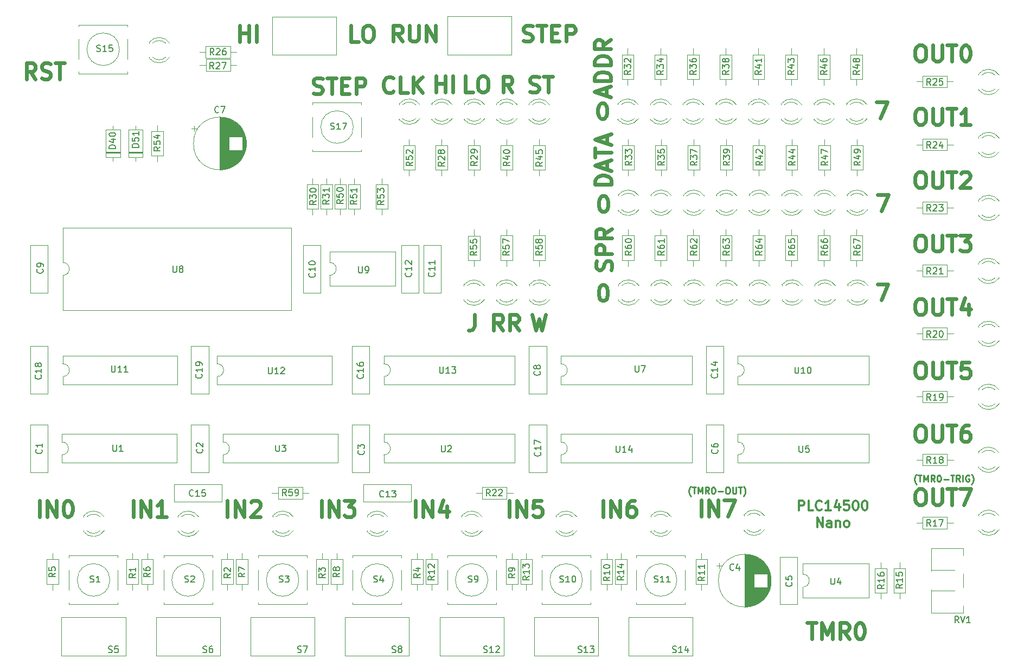
<source format=gbr>
%TF.GenerationSoftware,KiCad,Pcbnew,(5.1.9)-1*%
%TF.CreationDate,2022-12-06T18:42:43+01:00*%
%TF.ProjectId,plc14500,706c6331-3435-4303-902e-6b696361645f,rev?*%
%TF.SameCoordinates,Original*%
%TF.FileFunction,Legend,Top*%
%TF.FilePolarity,Positive*%
%FSLAX46Y46*%
G04 Gerber Fmt 4.6, Leading zero omitted, Abs format (unit mm)*
G04 Created by KiCad (PCBNEW (5.1.9)-1) date 2022-12-06 18:42:43*
%MOMM*%
%LPD*%
G01*
G04 APERTURE LIST*
%ADD10C,0.375000*%
%ADD11C,0.250000*%
%ADD12C,0.600000*%
%ADD13C,0.120000*%
%ADD14C,0.150000*%
G04 APERTURE END LIST*
D10*
X196248571Y-120186071D02*
X196248571Y-118686071D01*
X196820000Y-118686071D01*
X196962857Y-118757500D01*
X197034285Y-118828928D01*
X197105714Y-118971785D01*
X197105714Y-119186071D01*
X197034285Y-119328928D01*
X196962857Y-119400357D01*
X196820000Y-119471785D01*
X196248571Y-119471785D01*
X198462857Y-120186071D02*
X197748571Y-120186071D01*
X197748571Y-118686071D01*
X199820000Y-120043214D02*
X199748571Y-120114642D01*
X199534285Y-120186071D01*
X199391428Y-120186071D01*
X199177142Y-120114642D01*
X199034285Y-119971785D01*
X198962857Y-119828928D01*
X198891428Y-119543214D01*
X198891428Y-119328928D01*
X198962857Y-119043214D01*
X199034285Y-118900357D01*
X199177142Y-118757500D01*
X199391428Y-118686071D01*
X199534285Y-118686071D01*
X199748571Y-118757500D01*
X199820000Y-118828928D01*
X201248571Y-120186071D02*
X200391428Y-120186071D01*
X200820000Y-120186071D02*
X200820000Y-118686071D01*
X200677142Y-118900357D01*
X200534285Y-119043214D01*
X200391428Y-119114642D01*
X202534285Y-119186071D02*
X202534285Y-120186071D01*
X202177142Y-118614642D02*
X201820000Y-119686071D01*
X202748571Y-119686071D01*
X204034285Y-118686071D02*
X203320000Y-118686071D01*
X203248571Y-119400357D01*
X203320000Y-119328928D01*
X203462857Y-119257500D01*
X203820000Y-119257500D01*
X203962857Y-119328928D01*
X204034285Y-119400357D01*
X204105714Y-119543214D01*
X204105714Y-119900357D01*
X204034285Y-120043214D01*
X203962857Y-120114642D01*
X203820000Y-120186071D01*
X203462857Y-120186071D01*
X203320000Y-120114642D01*
X203248571Y-120043214D01*
X205034285Y-118686071D02*
X205177142Y-118686071D01*
X205320000Y-118757500D01*
X205391428Y-118828928D01*
X205462857Y-118971785D01*
X205534285Y-119257500D01*
X205534285Y-119614642D01*
X205462857Y-119900357D01*
X205391428Y-120043214D01*
X205320000Y-120114642D01*
X205177142Y-120186071D01*
X205034285Y-120186071D01*
X204891428Y-120114642D01*
X204820000Y-120043214D01*
X204748571Y-119900357D01*
X204677142Y-119614642D01*
X204677142Y-119257500D01*
X204748571Y-118971785D01*
X204820000Y-118828928D01*
X204891428Y-118757500D01*
X205034285Y-118686071D01*
X206462857Y-118686071D02*
X206605714Y-118686071D01*
X206748571Y-118757500D01*
X206820000Y-118828928D01*
X206891428Y-118971785D01*
X206962857Y-119257500D01*
X206962857Y-119614642D01*
X206891428Y-119900357D01*
X206820000Y-120043214D01*
X206748571Y-120114642D01*
X206605714Y-120186071D01*
X206462857Y-120186071D01*
X206320000Y-120114642D01*
X206248571Y-120043214D01*
X206177142Y-119900357D01*
X206105714Y-119614642D01*
X206105714Y-119257500D01*
X206177142Y-118971785D01*
X206248571Y-118828928D01*
X206320000Y-118757500D01*
X206462857Y-118686071D01*
X199105714Y-122811071D02*
X199105714Y-121311071D01*
X199962857Y-122811071D01*
X199962857Y-121311071D01*
X201320000Y-122811071D02*
X201320000Y-122025357D01*
X201248571Y-121882500D01*
X201105714Y-121811071D01*
X200820000Y-121811071D01*
X200677142Y-121882500D01*
X201320000Y-122739642D02*
X201177142Y-122811071D01*
X200820000Y-122811071D01*
X200677142Y-122739642D01*
X200605714Y-122596785D01*
X200605714Y-122453928D01*
X200677142Y-122311071D01*
X200820000Y-122239642D01*
X201177142Y-122239642D01*
X201320000Y-122168214D01*
X202034285Y-121811071D02*
X202034285Y-122811071D01*
X202034285Y-121953928D02*
X202105714Y-121882500D01*
X202248571Y-121811071D01*
X202462857Y-121811071D01*
X202605714Y-121882500D01*
X202677142Y-122025357D01*
X202677142Y-122811071D01*
X203605714Y-122811071D02*
X203462857Y-122739642D01*
X203391428Y-122668214D01*
X203320000Y-122525357D01*
X203320000Y-122096785D01*
X203391428Y-121953928D01*
X203462857Y-121882500D01*
X203605714Y-121811071D01*
X203820000Y-121811071D01*
X203962857Y-121882500D01*
X204034285Y-121953928D01*
X204105714Y-122096785D01*
X204105714Y-122525357D01*
X204034285Y-122668214D01*
X203962857Y-122739642D01*
X203820000Y-122811071D01*
X203605714Y-122811071D01*
D11*
X214600476Y-116113333D02*
X214552857Y-116065714D01*
X214457619Y-115922857D01*
X214410000Y-115827619D01*
X214362380Y-115684761D01*
X214314761Y-115446666D01*
X214314761Y-115256190D01*
X214362380Y-115018095D01*
X214410000Y-114875238D01*
X214457619Y-114780000D01*
X214552857Y-114637142D01*
X214600476Y-114589523D01*
X214838571Y-114732380D02*
X215410000Y-114732380D01*
X215124285Y-115732380D02*
X215124285Y-114732380D01*
X215743333Y-115732380D02*
X215743333Y-114732380D01*
X216076666Y-115446666D01*
X216410000Y-114732380D01*
X216410000Y-115732380D01*
X217457619Y-115732380D02*
X217124285Y-115256190D01*
X216886190Y-115732380D02*
X216886190Y-114732380D01*
X217267142Y-114732380D01*
X217362380Y-114780000D01*
X217410000Y-114827619D01*
X217457619Y-114922857D01*
X217457619Y-115065714D01*
X217410000Y-115160952D01*
X217362380Y-115208571D01*
X217267142Y-115256190D01*
X216886190Y-115256190D01*
X218076666Y-114732380D02*
X218171904Y-114732380D01*
X218267142Y-114780000D01*
X218314761Y-114827619D01*
X218362380Y-114922857D01*
X218410000Y-115113333D01*
X218410000Y-115351428D01*
X218362380Y-115541904D01*
X218314761Y-115637142D01*
X218267142Y-115684761D01*
X218171904Y-115732380D01*
X218076666Y-115732380D01*
X217981428Y-115684761D01*
X217933809Y-115637142D01*
X217886190Y-115541904D01*
X217838571Y-115351428D01*
X217838571Y-115113333D01*
X217886190Y-114922857D01*
X217933809Y-114827619D01*
X217981428Y-114780000D01*
X218076666Y-114732380D01*
X218838571Y-115351428D02*
X219600476Y-115351428D01*
X219933809Y-114732380D02*
X220505238Y-114732380D01*
X220219523Y-115732380D02*
X220219523Y-114732380D01*
X221410000Y-115732380D02*
X221076666Y-115256190D01*
X220838571Y-115732380D02*
X220838571Y-114732380D01*
X221219523Y-114732380D01*
X221314761Y-114780000D01*
X221362380Y-114827619D01*
X221410000Y-114922857D01*
X221410000Y-115065714D01*
X221362380Y-115160952D01*
X221314761Y-115208571D01*
X221219523Y-115256190D01*
X220838571Y-115256190D01*
X221838571Y-115732380D02*
X221838571Y-114732380D01*
X222838571Y-114780000D02*
X222743333Y-114732380D01*
X222600476Y-114732380D01*
X222457619Y-114780000D01*
X222362380Y-114875238D01*
X222314761Y-114970476D01*
X222267142Y-115160952D01*
X222267142Y-115303809D01*
X222314761Y-115494285D01*
X222362380Y-115589523D01*
X222457619Y-115684761D01*
X222600476Y-115732380D01*
X222695714Y-115732380D01*
X222838571Y-115684761D01*
X222886190Y-115637142D01*
X222886190Y-115303809D01*
X222695714Y-115303809D01*
X223219523Y-116113333D02*
X223267142Y-116065714D01*
X223362380Y-115922857D01*
X223410000Y-115827619D01*
X223457619Y-115684761D01*
X223505238Y-115446666D01*
X223505238Y-115256190D01*
X223457619Y-115018095D01*
X223410000Y-114875238D01*
X223362380Y-114780000D01*
X223267142Y-114637142D01*
X223219523Y-114589523D01*
X179370952Y-117983333D02*
X179323333Y-117935714D01*
X179228095Y-117792857D01*
X179180476Y-117697619D01*
X179132857Y-117554761D01*
X179085238Y-117316666D01*
X179085238Y-117126190D01*
X179132857Y-116888095D01*
X179180476Y-116745238D01*
X179228095Y-116650000D01*
X179323333Y-116507142D01*
X179370952Y-116459523D01*
X179609047Y-116602380D02*
X180180476Y-116602380D01*
X179894761Y-117602380D02*
X179894761Y-116602380D01*
X180513809Y-117602380D02*
X180513809Y-116602380D01*
X180847142Y-117316666D01*
X181180476Y-116602380D01*
X181180476Y-117602380D01*
X182228095Y-117602380D02*
X181894761Y-117126190D01*
X181656666Y-117602380D02*
X181656666Y-116602380D01*
X182037619Y-116602380D01*
X182132857Y-116650000D01*
X182180476Y-116697619D01*
X182228095Y-116792857D01*
X182228095Y-116935714D01*
X182180476Y-117030952D01*
X182132857Y-117078571D01*
X182037619Y-117126190D01*
X181656666Y-117126190D01*
X182847142Y-116602380D02*
X182942380Y-116602380D01*
X183037619Y-116650000D01*
X183085238Y-116697619D01*
X183132857Y-116792857D01*
X183180476Y-116983333D01*
X183180476Y-117221428D01*
X183132857Y-117411904D01*
X183085238Y-117507142D01*
X183037619Y-117554761D01*
X182942380Y-117602380D01*
X182847142Y-117602380D01*
X182751904Y-117554761D01*
X182704285Y-117507142D01*
X182656666Y-117411904D01*
X182609047Y-117221428D01*
X182609047Y-116983333D01*
X182656666Y-116792857D01*
X182704285Y-116697619D01*
X182751904Y-116650000D01*
X182847142Y-116602380D01*
X183609047Y-117221428D02*
X184370952Y-117221428D01*
X185037619Y-116602380D02*
X185228095Y-116602380D01*
X185323333Y-116650000D01*
X185418571Y-116745238D01*
X185466190Y-116935714D01*
X185466190Y-117269047D01*
X185418571Y-117459523D01*
X185323333Y-117554761D01*
X185228095Y-117602380D01*
X185037619Y-117602380D01*
X184942380Y-117554761D01*
X184847142Y-117459523D01*
X184799523Y-117269047D01*
X184799523Y-116935714D01*
X184847142Y-116745238D01*
X184942380Y-116650000D01*
X185037619Y-116602380D01*
X185894761Y-116602380D02*
X185894761Y-117411904D01*
X185942380Y-117507142D01*
X185990000Y-117554761D01*
X186085238Y-117602380D01*
X186275714Y-117602380D01*
X186370952Y-117554761D01*
X186418571Y-117507142D01*
X186466190Y-117411904D01*
X186466190Y-116602380D01*
X186799523Y-116602380D02*
X187370952Y-116602380D01*
X187085238Y-117602380D02*
X187085238Y-116602380D01*
X187609047Y-117983333D02*
X187656666Y-117935714D01*
X187751904Y-117792857D01*
X187799523Y-117697619D01*
X187847142Y-117554761D01*
X187894761Y-117316666D01*
X187894761Y-117126190D01*
X187847142Y-116888095D01*
X187799523Y-116745238D01*
X187751904Y-116650000D01*
X187656666Y-116507142D01*
X187609047Y-116459523D01*
D12*
X120472380Y-55081904D02*
X120829523Y-55200952D01*
X121424761Y-55200952D01*
X121662857Y-55081904D01*
X121781904Y-54962857D01*
X121900952Y-54724761D01*
X121900952Y-54486666D01*
X121781904Y-54248571D01*
X121662857Y-54129523D01*
X121424761Y-54010476D01*
X120948571Y-53891428D01*
X120710476Y-53772380D01*
X120591428Y-53653333D01*
X120472380Y-53415238D01*
X120472380Y-53177142D01*
X120591428Y-52939047D01*
X120710476Y-52820000D01*
X120948571Y-52700952D01*
X121543809Y-52700952D01*
X121900952Y-52820000D01*
X122615238Y-52700952D02*
X124043809Y-52700952D01*
X123329523Y-55200952D02*
X123329523Y-52700952D01*
X124877142Y-53891428D02*
X125710476Y-53891428D01*
X126067619Y-55200952D02*
X124877142Y-55200952D01*
X124877142Y-52700952D01*
X126067619Y-52700952D01*
X127139047Y-55200952D02*
X127139047Y-52700952D01*
X128091428Y-52700952D01*
X128329523Y-52820000D01*
X128448571Y-52939047D01*
X128567619Y-53177142D01*
X128567619Y-53534285D01*
X128448571Y-53772380D01*
X128329523Y-53891428D01*
X128091428Y-54010476D01*
X127139047Y-54010476D01*
X77080952Y-52880952D02*
X76247619Y-51690476D01*
X75652380Y-52880952D02*
X75652380Y-50380952D01*
X76604761Y-50380952D01*
X76842857Y-50500000D01*
X76961904Y-50619047D01*
X77080952Y-50857142D01*
X77080952Y-51214285D01*
X76961904Y-51452380D01*
X76842857Y-51571428D01*
X76604761Y-51690476D01*
X75652380Y-51690476D01*
X78033333Y-52761904D02*
X78390476Y-52880952D01*
X78985714Y-52880952D01*
X79223809Y-52761904D01*
X79342857Y-52642857D01*
X79461904Y-52404761D01*
X79461904Y-52166666D01*
X79342857Y-51928571D01*
X79223809Y-51809523D01*
X78985714Y-51690476D01*
X78509523Y-51571428D01*
X78271428Y-51452380D01*
X78152380Y-51333333D01*
X78033333Y-51095238D01*
X78033333Y-50857142D01*
X78152380Y-50619047D01*
X78271428Y-50500000D01*
X78509523Y-50380952D01*
X79104761Y-50380952D01*
X79461904Y-50500000D01*
X80176190Y-50380952D02*
X81604761Y-50380952D01*
X80890476Y-52880952D02*
X80890476Y-50380952D01*
X153242380Y-46896904D02*
X153599523Y-47015952D01*
X154194761Y-47015952D01*
X154432857Y-46896904D01*
X154551904Y-46777857D01*
X154670952Y-46539761D01*
X154670952Y-46301666D01*
X154551904Y-46063571D01*
X154432857Y-45944523D01*
X154194761Y-45825476D01*
X153718571Y-45706428D01*
X153480476Y-45587380D01*
X153361428Y-45468333D01*
X153242380Y-45230238D01*
X153242380Y-44992142D01*
X153361428Y-44754047D01*
X153480476Y-44635000D01*
X153718571Y-44515952D01*
X154313809Y-44515952D01*
X154670952Y-44635000D01*
X155385238Y-44515952D02*
X156813809Y-44515952D01*
X156099523Y-47015952D02*
X156099523Y-44515952D01*
X157647142Y-45706428D02*
X158480476Y-45706428D01*
X158837619Y-47015952D02*
X157647142Y-47015952D01*
X157647142Y-44515952D01*
X158837619Y-44515952D01*
X159909047Y-47015952D02*
X159909047Y-44515952D01*
X160861428Y-44515952D01*
X161099523Y-44635000D01*
X161218571Y-44754047D01*
X161337619Y-44992142D01*
X161337619Y-45349285D01*
X161218571Y-45587380D01*
X161099523Y-45706428D01*
X160861428Y-45825476D01*
X159909047Y-45825476D01*
X134394761Y-47015952D02*
X133561428Y-45825476D01*
X132966190Y-47015952D02*
X132966190Y-44515952D01*
X133918571Y-44515952D01*
X134156666Y-44635000D01*
X134275714Y-44754047D01*
X134394761Y-44992142D01*
X134394761Y-45349285D01*
X134275714Y-45587380D01*
X134156666Y-45706428D01*
X133918571Y-45825476D01*
X132966190Y-45825476D01*
X135466190Y-44515952D02*
X135466190Y-46539761D01*
X135585238Y-46777857D01*
X135704285Y-46896904D01*
X135942380Y-47015952D01*
X136418571Y-47015952D01*
X136656666Y-46896904D01*
X136775714Y-46777857D01*
X136894761Y-46539761D01*
X136894761Y-44515952D01*
X138085238Y-47015952D02*
X138085238Y-44515952D01*
X139513809Y-47015952D01*
X139513809Y-44515952D01*
X109010476Y-47035952D02*
X109010476Y-44535952D01*
X109010476Y-45726428D02*
X110439047Y-45726428D01*
X110439047Y-47035952D02*
X110439047Y-44535952D01*
X111629523Y-47035952D02*
X111629523Y-44535952D01*
X127474285Y-47035952D02*
X126283809Y-47035952D01*
X126283809Y-44535952D01*
X128783809Y-44535952D02*
X129260000Y-44535952D01*
X129498095Y-44655000D01*
X129736190Y-44893095D01*
X129855238Y-45369285D01*
X129855238Y-46202619D01*
X129736190Y-46678809D01*
X129498095Y-46916904D01*
X129260000Y-47035952D01*
X128783809Y-47035952D01*
X128545714Y-46916904D01*
X128307619Y-46678809D01*
X128188571Y-46202619D01*
X128188571Y-45369285D01*
X128307619Y-44893095D01*
X128545714Y-44655000D01*
X128783809Y-44535952D01*
X132941904Y-54792857D02*
X132822857Y-54911904D01*
X132465714Y-55030952D01*
X132227619Y-55030952D01*
X131870476Y-54911904D01*
X131632380Y-54673809D01*
X131513333Y-54435714D01*
X131394285Y-53959523D01*
X131394285Y-53602380D01*
X131513333Y-53126190D01*
X131632380Y-52888095D01*
X131870476Y-52650000D01*
X132227619Y-52530952D01*
X132465714Y-52530952D01*
X132822857Y-52650000D01*
X132941904Y-52769047D01*
X135203809Y-55030952D02*
X134013333Y-55030952D01*
X134013333Y-52530952D01*
X136037142Y-55030952D02*
X136037142Y-52530952D01*
X137465714Y-55030952D02*
X136394285Y-53602380D01*
X137465714Y-52530952D02*
X136037142Y-53959523D01*
X145404285Y-54930952D02*
X144213809Y-54930952D01*
X144213809Y-52430952D01*
X146713809Y-52430952D02*
X147190000Y-52430952D01*
X147428095Y-52550000D01*
X147666190Y-52788095D01*
X147785238Y-53264285D01*
X147785238Y-54097619D01*
X147666190Y-54573809D01*
X147428095Y-54811904D01*
X147190000Y-54930952D01*
X146713809Y-54930952D01*
X146475714Y-54811904D01*
X146237619Y-54573809D01*
X146118571Y-54097619D01*
X146118571Y-53264285D01*
X146237619Y-52788095D01*
X146475714Y-52550000D01*
X146713809Y-52430952D01*
X154248329Y-54841904D02*
X154605472Y-54960952D01*
X155200710Y-54960952D01*
X155438805Y-54841904D01*
X155557853Y-54722857D01*
X155676900Y-54484761D01*
X155676900Y-54246666D01*
X155557853Y-54008571D01*
X155438805Y-53889523D01*
X155200710Y-53770476D01*
X154724519Y-53651428D01*
X154486424Y-53532380D01*
X154367376Y-53413333D01*
X154248329Y-53175238D01*
X154248329Y-52937142D01*
X154367376Y-52699047D01*
X154486424Y-52580000D01*
X154724519Y-52460952D01*
X155319757Y-52460952D01*
X155676900Y-52580000D01*
X156391186Y-52460952D02*
X157819757Y-52460952D01*
X157105472Y-54960952D02*
X157105472Y-52460952D01*
X139610476Y-54910952D02*
X139610476Y-52410952D01*
X139610476Y-53601428D02*
X141039047Y-53601428D01*
X141039047Y-54910952D02*
X141039047Y-52410952D01*
X142229523Y-54910952D02*
X142229523Y-52410952D01*
X151508809Y-54960952D02*
X150675476Y-53770476D01*
X150080238Y-54960952D02*
X150080238Y-52460952D01*
X151032619Y-52460952D01*
X151270714Y-52580000D01*
X151389761Y-52699047D01*
X151508809Y-52937142D01*
X151508809Y-53294285D01*
X151389761Y-53532380D01*
X151270714Y-53651428D01*
X151032619Y-53770476D01*
X150080238Y-53770476D01*
X166166666Y-55455238D02*
X166166666Y-54264761D01*
X166880952Y-55693333D02*
X164380952Y-54860000D01*
X166880952Y-54026666D01*
X166880952Y-53193333D02*
X164380952Y-53193333D01*
X164380952Y-52598095D01*
X164500000Y-52240952D01*
X164738095Y-52002857D01*
X164976190Y-51883809D01*
X165452380Y-51764761D01*
X165809523Y-51764761D01*
X166285714Y-51883809D01*
X166523809Y-52002857D01*
X166761904Y-52240952D01*
X166880952Y-52598095D01*
X166880952Y-53193333D01*
X166880952Y-50693333D02*
X164380952Y-50693333D01*
X164380952Y-50098095D01*
X164500000Y-49740952D01*
X164738095Y-49502857D01*
X164976190Y-49383809D01*
X165452380Y-49264761D01*
X165809523Y-49264761D01*
X166285714Y-49383809D01*
X166523809Y-49502857D01*
X166761904Y-49740952D01*
X166880952Y-50098095D01*
X166880952Y-50693333D01*
X166880952Y-46764761D02*
X165690476Y-47598095D01*
X166880952Y-48193333D02*
X164380952Y-48193333D01*
X164380952Y-47240952D01*
X164500000Y-47002857D01*
X164619047Y-46883809D01*
X164857142Y-46764761D01*
X165214285Y-46764761D01*
X165452380Y-46883809D01*
X165571428Y-47002857D01*
X165690476Y-47240952D01*
X165690476Y-48193333D01*
X208406666Y-56490952D02*
X210073333Y-56490952D01*
X209001904Y-58990952D01*
X165480952Y-56610952D02*
X165719047Y-56610952D01*
X165957142Y-56730000D01*
X166076190Y-56849047D01*
X166195238Y-57087142D01*
X166314285Y-57563333D01*
X166314285Y-58158571D01*
X166195238Y-58634761D01*
X166076190Y-58872857D01*
X165957142Y-58991904D01*
X165719047Y-59110952D01*
X165480952Y-59110952D01*
X165242857Y-58991904D01*
X165123809Y-58872857D01*
X165004761Y-58634761D01*
X164885714Y-58158571D01*
X164885714Y-57563333D01*
X165004761Y-57087142D01*
X165123809Y-56849047D01*
X165242857Y-56730000D01*
X165480952Y-56610952D01*
X208546666Y-70980952D02*
X210213333Y-70980952D01*
X209141904Y-73480952D01*
X166960952Y-69350000D02*
X164460952Y-69350000D01*
X164460952Y-68754761D01*
X164580000Y-68397619D01*
X164818095Y-68159523D01*
X165056190Y-68040476D01*
X165532380Y-67921428D01*
X165889523Y-67921428D01*
X166365714Y-68040476D01*
X166603809Y-68159523D01*
X166841904Y-68397619D01*
X166960952Y-68754761D01*
X166960952Y-69350000D01*
X166246666Y-66969047D02*
X166246666Y-65778571D01*
X166960952Y-67207142D02*
X164460952Y-66373809D01*
X166960952Y-65540476D01*
X164460952Y-65064285D02*
X164460952Y-63635714D01*
X166960952Y-64350000D02*
X164460952Y-64350000D01*
X166246666Y-62921428D02*
X166246666Y-61730952D01*
X166960952Y-63159523D02*
X164460952Y-62326190D01*
X166960952Y-61492857D01*
X165620952Y-71100952D02*
X165859047Y-71100952D01*
X166097142Y-71220000D01*
X166216190Y-71339047D01*
X166335238Y-71577142D01*
X166454285Y-72053333D01*
X166454285Y-72648571D01*
X166335238Y-73124761D01*
X166216190Y-73362857D01*
X166097142Y-73481904D01*
X165859047Y-73600952D01*
X165620952Y-73600952D01*
X165382857Y-73481904D01*
X165263809Y-73362857D01*
X165144761Y-73124761D01*
X165025714Y-72648571D01*
X165025714Y-72053333D01*
X165144761Y-71577142D01*
X165263809Y-71339047D01*
X165382857Y-71220000D01*
X165620952Y-71100952D01*
X154603567Y-89630952D02*
X155198805Y-92130952D01*
X155674996Y-90345238D01*
X156151186Y-92130952D01*
X156746424Y-89630952D01*
X150058805Y-92130952D02*
X149225472Y-90940476D01*
X148630234Y-92130952D02*
X148630234Y-89630952D01*
X149582615Y-89630952D01*
X149820710Y-89750000D01*
X149939757Y-89869047D01*
X150058805Y-90107142D01*
X150058805Y-90464285D01*
X149939757Y-90702380D01*
X149820710Y-90821428D01*
X149582615Y-90940476D01*
X148630234Y-90940476D01*
X152558805Y-92130952D02*
X151725472Y-90940476D01*
X151130234Y-92130952D02*
X151130234Y-89630952D01*
X152082615Y-89630952D01*
X152320710Y-89750000D01*
X152439757Y-89869047D01*
X152558805Y-90107142D01*
X152558805Y-90464285D01*
X152439757Y-90702380D01*
X152320710Y-90821428D01*
X152082615Y-90940476D01*
X151130234Y-90940476D01*
X145617142Y-89610952D02*
X145617142Y-91396666D01*
X145498095Y-91753809D01*
X145260000Y-91991904D01*
X144902857Y-92110952D01*
X144664761Y-92110952D01*
X208496666Y-84870952D02*
X210163333Y-84870952D01*
X209091904Y-87370952D01*
X165570952Y-84990952D02*
X165809047Y-84990952D01*
X166047142Y-85110000D01*
X166166190Y-85229047D01*
X166285238Y-85467142D01*
X166404285Y-85943333D01*
X166404285Y-86538571D01*
X166285238Y-87014761D01*
X166166190Y-87252857D01*
X166047142Y-87371904D01*
X165809047Y-87490952D01*
X165570952Y-87490952D01*
X165332857Y-87371904D01*
X165213809Y-87252857D01*
X165094761Y-87014761D01*
X164975714Y-86538571D01*
X164975714Y-85943333D01*
X165094761Y-85467142D01*
X165213809Y-85229047D01*
X165332857Y-85110000D01*
X165570952Y-84990952D01*
X166961904Y-82674285D02*
X167080952Y-82317142D01*
X167080952Y-81721904D01*
X166961904Y-81483809D01*
X166842857Y-81364761D01*
X166604761Y-81245714D01*
X166366666Y-81245714D01*
X166128571Y-81364761D01*
X166009523Y-81483809D01*
X165890476Y-81721904D01*
X165771428Y-82198095D01*
X165652380Y-82436190D01*
X165533333Y-82555238D01*
X165295238Y-82674285D01*
X165057142Y-82674285D01*
X164819047Y-82555238D01*
X164700000Y-82436190D01*
X164580952Y-82198095D01*
X164580952Y-81602857D01*
X164700000Y-81245714D01*
X167080952Y-80174285D02*
X164580952Y-80174285D01*
X164580952Y-79221904D01*
X164700000Y-78983809D01*
X164819047Y-78864761D01*
X165057142Y-78745714D01*
X165414285Y-78745714D01*
X165652380Y-78864761D01*
X165771428Y-78983809D01*
X165890476Y-79221904D01*
X165890476Y-80174285D01*
X167080952Y-76245714D02*
X165890476Y-77079047D01*
X167080952Y-77674285D02*
X164580952Y-77674285D01*
X164580952Y-76721904D01*
X164700000Y-76483809D01*
X164819047Y-76364761D01*
X165057142Y-76245714D01*
X165414285Y-76245714D01*
X165652380Y-76364761D01*
X165771428Y-76483809D01*
X165890476Y-76721904D01*
X165890476Y-77674285D01*
X215009523Y-47590952D02*
X215485714Y-47590952D01*
X215723809Y-47710000D01*
X215961904Y-47948095D01*
X216080952Y-48424285D01*
X216080952Y-49257619D01*
X215961904Y-49733809D01*
X215723809Y-49971904D01*
X215485714Y-50090952D01*
X215009523Y-50090952D01*
X214771428Y-49971904D01*
X214533333Y-49733809D01*
X214414285Y-49257619D01*
X214414285Y-48424285D01*
X214533333Y-47948095D01*
X214771428Y-47710000D01*
X215009523Y-47590952D01*
X217152380Y-47590952D02*
X217152380Y-49614761D01*
X217271428Y-49852857D01*
X217390476Y-49971904D01*
X217628571Y-50090952D01*
X218104761Y-50090952D01*
X218342857Y-49971904D01*
X218461904Y-49852857D01*
X218580952Y-49614761D01*
X218580952Y-47590952D01*
X219414285Y-47590952D02*
X220842857Y-47590952D01*
X220128571Y-50090952D02*
X220128571Y-47590952D01*
X222152380Y-47590952D02*
X222390476Y-47590952D01*
X222628571Y-47710000D01*
X222747619Y-47829047D01*
X222866666Y-48067142D01*
X222985714Y-48543333D01*
X222985714Y-49138571D01*
X222866666Y-49614761D01*
X222747619Y-49852857D01*
X222628571Y-49971904D01*
X222390476Y-50090952D01*
X222152380Y-50090952D01*
X221914285Y-49971904D01*
X221795238Y-49852857D01*
X221676190Y-49614761D01*
X221557142Y-49138571D01*
X221557142Y-48543333D01*
X221676190Y-48067142D01*
X221795238Y-47829047D01*
X221914285Y-47710000D01*
X222152380Y-47590952D01*
X215009523Y-57486666D02*
X215485714Y-57486666D01*
X215723809Y-57605714D01*
X215961904Y-57843809D01*
X216080952Y-58319999D01*
X216080952Y-59153333D01*
X215961904Y-59629523D01*
X215723809Y-59867618D01*
X215485714Y-59986666D01*
X215009523Y-59986666D01*
X214771428Y-59867618D01*
X214533333Y-59629523D01*
X214414285Y-59153333D01*
X214414285Y-58319999D01*
X214533333Y-57843809D01*
X214771428Y-57605714D01*
X215009523Y-57486666D01*
X217152380Y-57486666D02*
X217152380Y-59510475D01*
X217271428Y-59748571D01*
X217390476Y-59867618D01*
X217628571Y-59986666D01*
X218104761Y-59986666D01*
X218342857Y-59867618D01*
X218461904Y-59748571D01*
X218580952Y-59510475D01*
X218580952Y-57486666D01*
X219414285Y-57486666D02*
X220842857Y-57486666D01*
X220128571Y-59986666D02*
X220128571Y-57486666D01*
X222985714Y-59986666D02*
X221557142Y-59986666D01*
X222271428Y-59986666D02*
X222271428Y-57486666D01*
X222033333Y-57843809D01*
X221795238Y-58081904D01*
X221557142Y-58200952D01*
X215009523Y-67382380D02*
X215485714Y-67382380D01*
X215723809Y-67501428D01*
X215961904Y-67739523D01*
X216080952Y-68215713D01*
X216080952Y-69049047D01*
X215961904Y-69525237D01*
X215723809Y-69763332D01*
X215485714Y-69882380D01*
X215009523Y-69882380D01*
X214771428Y-69763332D01*
X214533333Y-69525237D01*
X214414285Y-69049047D01*
X214414285Y-68215713D01*
X214533333Y-67739523D01*
X214771428Y-67501428D01*
X215009523Y-67382380D01*
X217152380Y-67382380D02*
X217152380Y-69406189D01*
X217271428Y-69644285D01*
X217390476Y-69763332D01*
X217628571Y-69882380D01*
X218104761Y-69882380D01*
X218342857Y-69763332D01*
X218461904Y-69644285D01*
X218580952Y-69406189D01*
X218580952Y-67382380D01*
X219414285Y-67382380D02*
X220842857Y-67382380D01*
X220128571Y-69882380D02*
X220128571Y-67382380D01*
X221557142Y-67620475D02*
X221676190Y-67501428D01*
X221914285Y-67382380D01*
X222509523Y-67382380D01*
X222747619Y-67501428D01*
X222866666Y-67620475D01*
X222985714Y-67858570D01*
X222985714Y-68096666D01*
X222866666Y-68453808D01*
X221438095Y-69882380D01*
X222985714Y-69882380D01*
X215009523Y-77278094D02*
X215485714Y-77278094D01*
X215723809Y-77397142D01*
X215961904Y-77635237D01*
X216080952Y-78111427D01*
X216080952Y-78944761D01*
X215961904Y-79420951D01*
X215723809Y-79659046D01*
X215485714Y-79778094D01*
X215009523Y-79778094D01*
X214771428Y-79659046D01*
X214533333Y-79420951D01*
X214414285Y-78944761D01*
X214414285Y-78111427D01*
X214533333Y-77635237D01*
X214771428Y-77397142D01*
X215009523Y-77278094D01*
X217152380Y-77278094D02*
X217152380Y-79301903D01*
X217271428Y-79539999D01*
X217390476Y-79659046D01*
X217628571Y-79778094D01*
X218104761Y-79778094D01*
X218342857Y-79659046D01*
X218461904Y-79539999D01*
X218580952Y-79301903D01*
X218580952Y-77278094D01*
X219414285Y-77278094D02*
X220842857Y-77278094D01*
X220128571Y-79778094D02*
X220128571Y-77278094D01*
X221438095Y-77278094D02*
X222985714Y-77278094D01*
X222152380Y-78230475D01*
X222509523Y-78230475D01*
X222747619Y-78349522D01*
X222866666Y-78468570D01*
X222985714Y-78706665D01*
X222985714Y-79301903D01*
X222866666Y-79539999D01*
X222747619Y-79659046D01*
X222509523Y-79778094D01*
X221795238Y-79778094D01*
X221557142Y-79659046D01*
X221438095Y-79539999D01*
X215009523Y-87173808D02*
X215485714Y-87173808D01*
X215723809Y-87292856D01*
X215961904Y-87530951D01*
X216080952Y-88007141D01*
X216080952Y-88840475D01*
X215961904Y-89316665D01*
X215723809Y-89554760D01*
X215485714Y-89673808D01*
X215009523Y-89673808D01*
X214771428Y-89554760D01*
X214533333Y-89316665D01*
X214414285Y-88840475D01*
X214414285Y-88007141D01*
X214533333Y-87530951D01*
X214771428Y-87292856D01*
X215009523Y-87173808D01*
X217152380Y-87173808D02*
X217152380Y-89197617D01*
X217271428Y-89435713D01*
X217390476Y-89554760D01*
X217628571Y-89673808D01*
X218104761Y-89673808D01*
X218342857Y-89554760D01*
X218461904Y-89435713D01*
X218580952Y-89197617D01*
X218580952Y-87173808D01*
X219414285Y-87173808D02*
X220842857Y-87173808D01*
X220128571Y-89673808D02*
X220128571Y-87173808D01*
X222747619Y-88007141D02*
X222747619Y-89673808D01*
X222152380Y-87054760D02*
X221557142Y-88840475D01*
X223104761Y-88840475D01*
X215009523Y-97069522D02*
X215485714Y-97069522D01*
X215723809Y-97188570D01*
X215961904Y-97426665D01*
X216080952Y-97902855D01*
X216080952Y-98736189D01*
X215961904Y-99212379D01*
X215723809Y-99450474D01*
X215485714Y-99569522D01*
X215009523Y-99569522D01*
X214771428Y-99450474D01*
X214533333Y-99212379D01*
X214414285Y-98736189D01*
X214414285Y-97902855D01*
X214533333Y-97426665D01*
X214771428Y-97188570D01*
X215009523Y-97069522D01*
X217152380Y-97069522D02*
X217152380Y-99093331D01*
X217271428Y-99331427D01*
X217390476Y-99450474D01*
X217628571Y-99569522D01*
X218104761Y-99569522D01*
X218342857Y-99450474D01*
X218461904Y-99331427D01*
X218580952Y-99093331D01*
X218580952Y-97069522D01*
X219414285Y-97069522D02*
X220842857Y-97069522D01*
X220128571Y-99569522D02*
X220128571Y-97069522D01*
X222866666Y-97069522D02*
X221676190Y-97069522D01*
X221557142Y-98259998D01*
X221676190Y-98140950D01*
X221914285Y-98021903D01*
X222509523Y-98021903D01*
X222747619Y-98140950D01*
X222866666Y-98259998D01*
X222985714Y-98498093D01*
X222985714Y-99093331D01*
X222866666Y-99331427D01*
X222747619Y-99450474D01*
X222509523Y-99569522D01*
X221914285Y-99569522D01*
X221676190Y-99450474D01*
X221557142Y-99331427D01*
X215009523Y-106965236D02*
X215485714Y-106965236D01*
X215723809Y-107084284D01*
X215961904Y-107322379D01*
X216080952Y-107798569D01*
X216080952Y-108631903D01*
X215961904Y-109108093D01*
X215723809Y-109346188D01*
X215485714Y-109465236D01*
X215009523Y-109465236D01*
X214771428Y-109346188D01*
X214533333Y-109108093D01*
X214414285Y-108631903D01*
X214414285Y-107798569D01*
X214533333Y-107322379D01*
X214771428Y-107084284D01*
X215009523Y-106965236D01*
X217152380Y-106965236D02*
X217152380Y-108989045D01*
X217271428Y-109227141D01*
X217390476Y-109346188D01*
X217628571Y-109465236D01*
X218104761Y-109465236D01*
X218342857Y-109346188D01*
X218461904Y-109227141D01*
X218580952Y-108989045D01*
X218580952Y-106965236D01*
X219414285Y-106965236D02*
X220842857Y-106965236D01*
X220128571Y-109465236D02*
X220128571Y-106965236D01*
X222747619Y-106965236D02*
X222271428Y-106965236D01*
X222033333Y-107084284D01*
X221914285Y-107203331D01*
X221676190Y-107560474D01*
X221557142Y-108036664D01*
X221557142Y-108989045D01*
X221676190Y-109227141D01*
X221795238Y-109346188D01*
X222033333Y-109465236D01*
X222509523Y-109465236D01*
X222747619Y-109346188D01*
X222866666Y-109227141D01*
X222985714Y-108989045D01*
X222985714Y-108393807D01*
X222866666Y-108155712D01*
X222747619Y-108036664D01*
X222509523Y-107917617D01*
X222033333Y-107917617D01*
X221795238Y-108036664D01*
X221676190Y-108155712D01*
X221557142Y-108393807D01*
X215009523Y-116860952D02*
X215485714Y-116860952D01*
X215723809Y-116980000D01*
X215961904Y-117218095D01*
X216080952Y-117694285D01*
X216080952Y-118527619D01*
X215961904Y-119003809D01*
X215723809Y-119241904D01*
X215485714Y-119360952D01*
X215009523Y-119360952D01*
X214771428Y-119241904D01*
X214533333Y-119003809D01*
X214414285Y-118527619D01*
X214414285Y-117694285D01*
X214533333Y-117218095D01*
X214771428Y-116980000D01*
X215009523Y-116860952D01*
X217152380Y-116860952D02*
X217152380Y-118884761D01*
X217271428Y-119122857D01*
X217390476Y-119241904D01*
X217628571Y-119360952D01*
X218104761Y-119360952D01*
X218342857Y-119241904D01*
X218461904Y-119122857D01*
X218580952Y-118884761D01*
X218580952Y-116860952D01*
X219414285Y-116860952D02*
X220842857Y-116860952D01*
X220128571Y-119360952D02*
X220128571Y-116860952D01*
X221438095Y-116860952D02*
X223104761Y-116860952D01*
X222033333Y-119360952D01*
X181020000Y-121120952D02*
X181020000Y-118620952D01*
X182210476Y-121120952D02*
X182210476Y-118620952D01*
X183639047Y-121120952D01*
X183639047Y-118620952D01*
X184591428Y-118620952D02*
X186258095Y-118620952D01*
X185186666Y-121120952D01*
X197556666Y-137780952D02*
X198985238Y-137780952D01*
X198270952Y-140280952D02*
X198270952Y-137780952D01*
X199818571Y-140280952D02*
X199818571Y-137780952D01*
X200651904Y-139566666D01*
X201485238Y-137780952D01*
X201485238Y-140280952D01*
X204104285Y-140280952D02*
X203270952Y-139090476D01*
X202675714Y-140280952D02*
X202675714Y-137780952D01*
X203628095Y-137780952D01*
X203866190Y-137900000D01*
X203985238Y-138019047D01*
X204104285Y-138257142D01*
X204104285Y-138614285D01*
X203985238Y-138852380D01*
X203866190Y-138971428D01*
X203628095Y-139090476D01*
X202675714Y-139090476D01*
X205651904Y-137780952D02*
X205890000Y-137780952D01*
X206128095Y-137900000D01*
X206247142Y-138019047D01*
X206366190Y-138257142D01*
X206485238Y-138733333D01*
X206485238Y-139328571D01*
X206366190Y-139804761D01*
X206247142Y-140042857D01*
X206128095Y-140161904D01*
X205890000Y-140280952D01*
X205651904Y-140280952D01*
X205413809Y-140161904D01*
X205294761Y-140042857D01*
X205175714Y-139804761D01*
X205056666Y-139328571D01*
X205056666Y-138733333D01*
X205175714Y-138257142D01*
X205294761Y-138019047D01*
X205413809Y-137900000D01*
X205651904Y-137780952D01*
X165730000Y-121200952D02*
X165730000Y-118700952D01*
X166920476Y-121200952D02*
X166920476Y-118700952D01*
X168349047Y-121200952D01*
X168349047Y-118700952D01*
X170610952Y-118700952D02*
X170134761Y-118700952D01*
X169896666Y-118820000D01*
X169777619Y-118939047D01*
X169539523Y-119296190D01*
X169420476Y-119772380D01*
X169420476Y-120724761D01*
X169539523Y-120962857D01*
X169658571Y-121081904D01*
X169896666Y-121200952D01*
X170372857Y-121200952D01*
X170610952Y-121081904D01*
X170730000Y-120962857D01*
X170849047Y-120724761D01*
X170849047Y-120129523D01*
X170730000Y-119891428D01*
X170610952Y-119772380D01*
X170372857Y-119653333D01*
X169896666Y-119653333D01*
X169658571Y-119772380D01*
X169539523Y-119891428D01*
X169420476Y-120129523D01*
X151063330Y-121200952D02*
X151063330Y-118700952D01*
X152253806Y-121200952D02*
X152253806Y-118700952D01*
X153682377Y-121200952D01*
X153682377Y-118700952D01*
X156063330Y-118700952D02*
X154872853Y-118700952D01*
X154753806Y-119891428D01*
X154872853Y-119772380D01*
X155110949Y-119653333D01*
X155706187Y-119653333D01*
X155944282Y-119772380D01*
X156063330Y-119891428D01*
X156182377Y-120129523D01*
X156182377Y-120724761D01*
X156063330Y-120962857D01*
X155944282Y-121081904D01*
X155706187Y-121200952D01*
X155110949Y-121200952D01*
X154872853Y-121081904D01*
X154753806Y-120962857D01*
X136396664Y-121200952D02*
X136396664Y-118700952D01*
X137587140Y-121200952D02*
X137587140Y-118700952D01*
X139015711Y-121200952D01*
X139015711Y-118700952D01*
X141277616Y-119534285D02*
X141277616Y-121200952D01*
X140682378Y-118581904D02*
X140087140Y-120367619D01*
X141634759Y-120367619D01*
X121729998Y-121200952D02*
X121729998Y-118700952D01*
X122920474Y-121200952D02*
X122920474Y-118700952D01*
X124349045Y-121200952D01*
X124349045Y-118700952D01*
X125301426Y-118700952D02*
X126849045Y-118700952D01*
X126015712Y-119653333D01*
X126372855Y-119653333D01*
X126610950Y-119772380D01*
X126729998Y-119891428D01*
X126849045Y-120129523D01*
X126849045Y-120724761D01*
X126729998Y-120962857D01*
X126610950Y-121081904D01*
X126372855Y-121200952D01*
X125658569Y-121200952D01*
X125420474Y-121081904D01*
X125301426Y-120962857D01*
X107063332Y-121200952D02*
X107063332Y-118700952D01*
X108253808Y-121200952D02*
X108253808Y-118700952D01*
X109682379Y-121200952D01*
X109682379Y-118700952D01*
X110753808Y-118939047D02*
X110872855Y-118820000D01*
X111110951Y-118700952D01*
X111706189Y-118700952D01*
X111944284Y-118820000D01*
X112063332Y-118939047D01*
X112182379Y-119177142D01*
X112182379Y-119415238D01*
X112063332Y-119772380D01*
X110634760Y-121200952D01*
X112182379Y-121200952D01*
X92396666Y-121200952D02*
X92396666Y-118700952D01*
X93587142Y-121200952D02*
X93587142Y-118700952D01*
X95015713Y-121200952D01*
X95015713Y-118700952D01*
X97515713Y-121200952D02*
X96087142Y-121200952D01*
X96801427Y-121200952D02*
X96801427Y-118700952D01*
X96563332Y-119058095D01*
X96325237Y-119296190D01*
X96087142Y-119415238D01*
X77730000Y-121200952D02*
X77730000Y-118700952D01*
X78920476Y-121200952D02*
X78920476Y-118700952D01*
X80349047Y-121200952D01*
X80349047Y-118700952D01*
X82015714Y-118700952D02*
X82253809Y-118700952D01*
X82491904Y-118820000D01*
X82610952Y-118939047D01*
X82730000Y-119177142D01*
X82849047Y-119653333D01*
X82849047Y-120248571D01*
X82730000Y-120724761D01*
X82610952Y-120962857D01*
X82491904Y-121081904D01*
X82253809Y-121200952D01*
X82015714Y-121200952D01*
X81777619Y-121081904D01*
X81658571Y-120962857D01*
X81539523Y-120724761D01*
X81420476Y-120248571D01*
X81420476Y-119653333D01*
X81539523Y-119177142D01*
X81658571Y-118939047D01*
X81777619Y-118820000D01*
X82015714Y-118700952D01*
D13*
%TO.C,RV1*%
X216880000Y-129735000D02*
X216880000Y-129540000D01*
X216880000Y-132780000D02*
X216880000Y-132585000D01*
X221921000Y-132234000D02*
X221921000Y-130085000D01*
X220563000Y-129540000D02*
X216880000Y-129540000D01*
X220563000Y-132780000D02*
X216880000Y-132780000D01*
X221921000Y-132234000D02*
X221921000Y-130085000D01*
X221921000Y-136181000D02*
X221921000Y-135086000D01*
X221921000Y-127235000D02*
X221921000Y-126140000D01*
X216880000Y-129735000D02*
X216880000Y-126140000D01*
X216880000Y-136181000D02*
X216880000Y-132585000D01*
X221921000Y-126140000D02*
X216880000Y-126140000D01*
X221921000Y-136181000D02*
X216880000Y-136181000D01*
%TO.C,S5*%
X91150000Y-142890000D02*
X81150000Y-142890000D01*
X91150000Y-136890000D02*
X91150000Y-142890000D01*
X81150000Y-136890000D02*
X91150000Y-136890000D01*
X81150000Y-142890000D02*
X81150000Y-136890000D01*
%TO.C,S6*%
X105905000Y-142890000D02*
X95905000Y-142890000D01*
X105905000Y-136890000D02*
X105905000Y-142890000D01*
X95905000Y-136890000D02*
X105905000Y-136890000D01*
X95905000Y-142890000D02*
X95905000Y-136890000D01*
%TO.C,S7*%
X120660000Y-142890000D02*
X110660000Y-142890000D01*
X120660000Y-136890000D02*
X120660000Y-142890000D01*
X110660000Y-136890000D02*
X120660000Y-136890000D01*
X110660000Y-142890000D02*
X110660000Y-136890000D01*
%TO.C,S8*%
X135415000Y-142890000D02*
X125415000Y-142890000D01*
X135415000Y-136890000D02*
X135415000Y-142890000D01*
X125415000Y-136890000D02*
X135415000Y-136890000D01*
X125415000Y-142890000D02*
X125415000Y-136890000D01*
%TO.C,S12*%
X150170000Y-142890000D02*
X140170000Y-142890000D01*
X150170000Y-136890000D02*
X150170000Y-142890000D01*
X140170000Y-136890000D02*
X150170000Y-136890000D01*
X140170000Y-142890000D02*
X140170000Y-136890000D01*
%TO.C,S13*%
X164925000Y-142890000D02*
X154925000Y-142890000D01*
X164925000Y-136890000D02*
X164925000Y-142890000D01*
X154925000Y-136890000D02*
X164925000Y-136890000D01*
X154925000Y-142890000D02*
X154925000Y-136890000D01*
%TO.C,S14*%
X179680000Y-142890000D02*
X169680000Y-142890000D01*
X179680000Y-136890000D02*
X179680000Y-142890000D01*
X169680000Y-136890000D02*
X179680000Y-136890000D01*
X169680000Y-142890000D02*
X169680000Y-136890000D01*
%TO.C,S16*%
X114010000Y-43130000D02*
X124010000Y-43130000D01*
X114010000Y-49130000D02*
X114010000Y-43130000D01*
X124010000Y-49130000D02*
X114010000Y-49130000D01*
X124010000Y-43130000D02*
X124010000Y-49130000D01*
%TO.C,S18*%
X141420000Y-43110000D02*
X151420000Y-43110000D01*
X141420000Y-49110000D02*
X141420000Y-43110000D01*
X151420000Y-49110000D02*
X141420000Y-49110000D01*
X151420000Y-43110000D02*
X151420000Y-49110000D01*
%TO.C,D50*%
X203840000Y-84978300D02*
X203840000Y-85134300D01*
X203840000Y-87294300D02*
X203840000Y-87450300D01*
X206441130Y-87294137D02*
G75*
G02*
X204359039Y-87294300I-1041130J1079837D01*
G01*
X206441130Y-85134463D02*
G75*
G03*
X204359039Y-85134300I-1041130J-1079837D01*
G01*
X207072335Y-87292908D02*
G75*
G02*
X203840000Y-87449816I-1672335J1078608D01*
G01*
X207072335Y-85135692D02*
G75*
G03*
X203840000Y-84978784I-1672335J-1078608D01*
G01*
%TO.C,D49*%
X198730000Y-84978300D02*
X198730000Y-85134300D01*
X198730000Y-87294300D02*
X198730000Y-87450300D01*
X201331130Y-87294137D02*
G75*
G02*
X199249039Y-87294300I-1041130J1079837D01*
G01*
X201331130Y-85134463D02*
G75*
G03*
X199249039Y-85134300I-1041130J-1079837D01*
G01*
X201962335Y-87292908D02*
G75*
G02*
X198730000Y-87449816I-1672335J1078608D01*
G01*
X201962335Y-85135692D02*
G75*
G03*
X198730000Y-84978784I-1672335J-1078608D01*
G01*
%TO.C,D48*%
X193620000Y-84978300D02*
X193620000Y-85134300D01*
X193620000Y-87294300D02*
X193620000Y-87450300D01*
X196221130Y-87294137D02*
G75*
G02*
X194139039Y-87294300I-1041130J1079837D01*
G01*
X196221130Y-85134463D02*
G75*
G03*
X194139039Y-85134300I-1041130J-1079837D01*
G01*
X196852335Y-87292908D02*
G75*
G02*
X193620000Y-87449816I-1672335J1078608D01*
G01*
X196852335Y-85135692D02*
G75*
G03*
X193620000Y-84978784I-1672335J-1078608D01*
G01*
%TO.C,D47*%
X188510000Y-84978300D02*
X188510000Y-85134300D01*
X188510000Y-87294300D02*
X188510000Y-87450300D01*
X191111130Y-87294137D02*
G75*
G02*
X189029039Y-87294300I-1041130J1079837D01*
G01*
X191111130Y-85134463D02*
G75*
G03*
X189029039Y-85134300I-1041130J-1079837D01*
G01*
X191742335Y-87292908D02*
G75*
G02*
X188510000Y-87449816I-1672335J1078608D01*
G01*
X191742335Y-85135692D02*
G75*
G03*
X188510000Y-84978784I-1672335J-1078608D01*
G01*
%TO.C,D46*%
X183400000Y-84978300D02*
X183400000Y-85134300D01*
X183400000Y-87294300D02*
X183400000Y-87450300D01*
X186001130Y-87294137D02*
G75*
G02*
X183919039Y-87294300I-1041130J1079837D01*
G01*
X186001130Y-85134463D02*
G75*
G03*
X183919039Y-85134300I-1041130J-1079837D01*
G01*
X186632335Y-87292908D02*
G75*
G02*
X183400000Y-87449816I-1672335J1078608D01*
G01*
X186632335Y-85135692D02*
G75*
G03*
X183400000Y-84978784I-1672335J-1078608D01*
G01*
%TO.C,D45*%
X178290000Y-84978300D02*
X178290000Y-85134300D01*
X178290000Y-87294300D02*
X178290000Y-87450300D01*
X180891130Y-87294137D02*
G75*
G02*
X178809039Y-87294300I-1041130J1079837D01*
G01*
X180891130Y-85134463D02*
G75*
G03*
X178809039Y-85134300I-1041130J-1079837D01*
G01*
X181522335Y-87292908D02*
G75*
G02*
X178290000Y-87449816I-1672335J1078608D01*
G01*
X181522335Y-85135692D02*
G75*
G03*
X178290000Y-84978784I-1672335J-1078608D01*
G01*
%TO.C,D44*%
X173180000Y-84978300D02*
X173180000Y-85134300D01*
X173180000Y-87294300D02*
X173180000Y-87450300D01*
X175781130Y-87294137D02*
G75*
G02*
X173699039Y-87294300I-1041130J1079837D01*
G01*
X175781130Y-85134463D02*
G75*
G03*
X173699039Y-85134300I-1041130J-1079837D01*
G01*
X176412335Y-87292908D02*
G75*
G02*
X173180000Y-87449816I-1672335J1078608D01*
G01*
X176412335Y-85135692D02*
G75*
G03*
X173180000Y-84978784I-1672335J-1078608D01*
G01*
%TO.C,D43*%
X168070000Y-84978300D02*
X168070000Y-85134300D01*
X168070000Y-87294300D02*
X168070000Y-87450300D01*
X170671130Y-87294137D02*
G75*
G02*
X168589039Y-87294300I-1041130J1079837D01*
G01*
X170671130Y-85134463D02*
G75*
G03*
X168589039Y-85134300I-1041130J-1079837D01*
G01*
X171302335Y-87292908D02*
G75*
G02*
X168070000Y-87449816I-1672335J1078608D01*
G01*
X171302335Y-85135692D02*
G75*
G03*
X168070000Y-84978784I-1672335J-1078608D01*
G01*
%TO.C,D42*%
X154170000Y-84978300D02*
X154170000Y-85134300D01*
X154170000Y-87294300D02*
X154170000Y-87450300D01*
X156771130Y-87294137D02*
G75*
G02*
X154689039Y-87294300I-1041130J1079837D01*
G01*
X156771130Y-85134463D02*
G75*
G03*
X154689039Y-85134300I-1041130J-1079837D01*
G01*
X157402335Y-87292908D02*
G75*
G02*
X154170000Y-87449816I-1672335J1078608D01*
G01*
X157402335Y-85135692D02*
G75*
G03*
X154170000Y-84978784I-1672335J-1078608D01*
G01*
%TO.C,D41*%
X149030000Y-84978300D02*
X149030000Y-85134300D01*
X149030000Y-87294300D02*
X149030000Y-87450300D01*
X151631130Y-87294137D02*
G75*
G02*
X149549039Y-87294300I-1041130J1079837D01*
G01*
X151631130Y-85134463D02*
G75*
G03*
X149549039Y-85134300I-1041130J-1079837D01*
G01*
X152262335Y-87292908D02*
G75*
G02*
X149030000Y-87449816I-1672335J1078608D01*
G01*
X152262335Y-85135692D02*
G75*
G03*
X149030000Y-84978784I-1672335J-1078608D01*
G01*
%TO.C,D39*%
X143950000Y-84998300D02*
X143950000Y-85154300D01*
X143950000Y-87314300D02*
X143950000Y-87470300D01*
X146551130Y-87314137D02*
G75*
G02*
X144469039Y-87314300I-1041130J1079837D01*
G01*
X146551130Y-85154463D02*
G75*
G03*
X144469039Y-85154300I-1041130J-1079837D01*
G01*
X147182335Y-87312908D02*
G75*
G02*
X143950000Y-87469816I-1672335J1078608D01*
G01*
X147182335Y-85155692D02*
G75*
G03*
X143950000Y-84998784I-1672335J-1078608D01*
G01*
%TO.C,D38*%
X133860000Y-56744000D02*
X133860000Y-56900000D01*
X133860000Y-59060000D02*
X133860000Y-59216000D01*
X136461130Y-59059837D02*
G75*
G02*
X134379039Y-59060000I-1041130J1079837D01*
G01*
X136461130Y-56900163D02*
G75*
G03*
X134379039Y-56900000I-1041130J-1079837D01*
G01*
X137092335Y-59058608D02*
G75*
G02*
X133860000Y-59215516I-1672335J1078608D01*
G01*
X137092335Y-56901392D02*
G75*
G03*
X133860000Y-56744484I-1672335J-1078608D01*
G01*
%TO.C,D37*%
X203760000Y-70964000D02*
X203760000Y-71120000D01*
X203760000Y-73280000D02*
X203760000Y-73436000D01*
X206361130Y-73279837D02*
G75*
G02*
X204279039Y-73280000I-1041130J1079837D01*
G01*
X206361130Y-71120163D02*
G75*
G03*
X204279039Y-71120000I-1041130J-1079837D01*
G01*
X206992335Y-73278608D02*
G75*
G02*
X203760000Y-73435516I-1672335J1078608D01*
G01*
X206992335Y-71121392D02*
G75*
G03*
X203760000Y-70964484I-1672335J-1078608D01*
G01*
%TO.C,D36*%
X203690000Y-56744000D02*
X203690000Y-56900000D01*
X203690000Y-59060000D02*
X203690000Y-59216000D01*
X206291130Y-59059837D02*
G75*
G02*
X204209039Y-59060000I-1041130J1079837D01*
G01*
X206291130Y-56900163D02*
G75*
G03*
X204209039Y-56900000I-1041130J-1079837D01*
G01*
X206922335Y-59058608D02*
G75*
G02*
X203690000Y-59215516I-1672335J1078608D01*
G01*
X206922335Y-56901392D02*
G75*
G03*
X203690000Y-56744484I-1672335J-1078608D01*
G01*
%TO.C,D35*%
X198659000Y-70964000D02*
X198659000Y-71120000D01*
X198659000Y-73280000D02*
X198659000Y-73436000D01*
X201260130Y-73279837D02*
G75*
G02*
X199178039Y-73280000I-1041130J1079837D01*
G01*
X201260130Y-71120163D02*
G75*
G03*
X199178039Y-71120000I-1041130J-1079837D01*
G01*
X201891335Y-73278608D02*
G75*
G02*
X198659000Y-73435516I-1672335J1078608D01*
G01*
X201891335Y-71121392D02*
G75*
G03*
X198659000Y-70964484I-1672335J-1078608D01*
G01*
%TO.C,D34*%
X198589000Y-56744000D02*
X198589000Y-56900000D01*
X198589000Y-59060000D02*
X198589000Y-59216000D01*
X201190130Y-59059837D02*
G75*
G02*
X199108039Y-59060000I-1041130J1079837D01*
G01*
X201190130Y-56900163D02*
G75*
G03*
X199108039Y-56900000I-1041130J-1079837D01*
G01*
X201821335Y-59058608D02*
G75*
G02*
X198589000Y-59215516I-1672335J1078608D01*
G01*
X201821335Y-56901392D02*
G75*
G03*
X198589000Y-56744484I-1672335J-1078608D01*
G01*
%TO.C,D33*%
X154120000Y-56744000D02*
X154120000Y-56900000D01*
X154120000Y-59060000D02*
X154120000Y-59216000D01*
X156721130Y-59059837D02*
G75*
G02*
X154639039Y-59060000I-1041130J1079837D01*
G01*
X156721130Y-56900163D02*
G75*
G03*
X154639039Y-56900000I-1041130J-1079837D01*
G01*
X157352335Y-59058608D02*
G75*
G02*
X154120000Y-59215516I-1672335J1078608D01*
G01*
X157352335Y-56901392D02*
G75*
G03*
X154120000Y-56744484I-1672335J-1078608D01*
G01*
%TO.C,D32*%
X193557000Y-70964000D02*
X193557000Y-71120000D01*
X193557000Y-73280000D02*
X193557000Y-73436000D01*
X196158130Y-73279837D02*
G75*
G02*
X194076039Y-73280000I-1041130J1079837D01*
G01*
X196158130Y-71120163D02*
G75*
G03*
X194076039Y-71120000I-1041130J-1079837D01*
G01*
X196789335Y-73278608D02*
G75*
G02*
X193557000Y-73435516I-1672335J1078608D01*
G01*
X196789335Y-71121392D02*
G75*
G03*
X193557000Y-70964484I-1672335J-1078608D01*
G01*
%TO.C,D31*%
X193487000Y-56744000D02*
X193487000Y-56900000D01*
X193487000Y-59060000D02*
X193487000Y-59216000D01*
X196088130Y-59059837D02*
G75*
G02*
X194006039Y-59060000I-1041130J1079837D01*
G01*
X196088130Y-56900163D02*
G75*
G03*
X194006039Y-56900000I-1041130J-1079837D01*
G01*
X196719335Y-59058608D02*
G75*
G02*
X193487000Y-59215516I-1672335J1078608D01*
G01*
X196719335Y-56901392D02*
G75*
G03*
X193487000Y-56744484I-1672335J-1078608D01*
G01*
%TO.C,D30*%
X188456000Y-70964000D02*
X188456000Y-71120000D01*
X188456000Y-73280000D02*
X188456000Y-73436000D01*
X191057130Y-73279837D02*
G75*
G02*
X188975039Y-73280000I-1041130J1079837D01*
G01*
X191057130Y-71120163D02*
G75*
G03*
X188975039Y-71120000I-1041130J-1079837D01*
G01*
X191688335Y-73278608D02*
G75*
G02*
X188456000Y-73435516I-1672335J1078608D01*
G01*
X191688335Y-71121392D02*
G75*
G03*
X188456000Y-70964484I-1672335J-1078608D01*
G01*
%TO.C,D29*%
X188386000Y-56744000D02*
X188386000Y-56900000D01*
X188386000Y-59060000D02*
X188386000Y-59216000D01*
X190987130Y-59059837D02*
G75*
G02*
X188905039Y-59060000I-1041130J1079837D01*
G01*
X190987130Y-56900163D02*
G75*
G03*
X188905039Y-56900000I-1041130J-1079837D01*
G01*
X191618335Y-59058608D02*
G75*
G02*
X188386000Y-59215516I-1672335J1078608D01*
G01*
X191618335Y-56901392D02*
G75*
G03*
X188386000Y-56744484I-1672335J-1078608D01*
G01*
%TO.C,D28*%
X149055000Y-56744000D02*
X149055000Y-56900000D01*
X149055000Y-59060000D02*
X149055000Y-59216000D01*
X151656130Y-59059837D02*
G75*
G02*
X149574039Y-59060000I-1041130J1079837D01*
G01*
X151656130Y-56900163D02*
G75*
G03*
X149574039Y-56900000I-1041130J-1079837D01*
G01*
X152287335Y-59058608D02*
G75*
G02*
X149055000Y-59215516I-1672335J1078608D01*
G01*
X152287335Y-56901392D02*
G75*
G03*
X149055000Y-56744484I-1672335J-1078608D01*
G01*
%TO.C,D27*%
X183354000Y-70964000D02*
X183354000Y-71120000D01*
X183354000Y-73280000D02*
X183354000Y-73436000D01*
X185955130Y-73279837D02*
G75*
G02*
X183873039Y-73280000I-1041130J1079837D01*
G01*
X185955130Y-71120163D02*
G75*
G03*
X183873039Y-71120000I-1041130J-1079837D01*
G01*
X186586335Y-73278608D02*
G75*
G02*
X183354000Y-73435516I-1672335J1078608D01*
G01*
X186586335Y-71121392D02*
G75*
G03*
X183354000Y-70964484I-1672335J-1078608D01*
G01*
%TO.C,D26*%
X183284000Y-56744000D02*
X183284000Y-56900000D01*
X183284000Y-59060000D02*
X183284000Y-59216000D01*
X185885130Y-59059837D02*
G75*
G02*
X183803039Y-59060000I-1041130J1079837D01*
G01*
X185885130Y-56900163D02*
G75*
G03*
X183803039Y-56900000I-1041130J-1079837D01*
G01*
X186516335Y-59058608D02*
G75*
G02*
X183284000Y-59215516I-1672335J1078608D01*
G01*
X186516335Y-56901392D02*
G75*
G03*
X183284000Y-56744484I-1672335J-1078608D01*
G01*
%TO.C,D25*%
X178253000Y-70964000D02*
X178253000Y-71120000D01*
X178253000Y-73280000D02*
X178253000Y-73436000D01*
X180854130Y-73279837D02*
G75*
G02*
X178772039Y-73280000I-1041130J1079837D01*
G01*
X180854130Y-71120163D02*
G75*
G03*
X178772039Y-71120000I-1041130J-1079837D01*
G01*
X181485335Y-73278608D02*
G75*
G02*
X178253000Y-73435516I-1672335J1078608D01*
G01*
X181485335Y-71121392D02*
G75*
G03*
X178253000Y-70964484I-1672335J-1078608D01*
G01*
%TO.C,D24*%
X178183000Y-56744000D02*
X178183000Y-56900000D01*
X178183000Y-59060000D02*
X178183000Y-59216000D01*
X180784130Y-59059837D02*
G75*
G02*
X178702039Y-59060000I-1041130J1079837D01*
G01*
X180784130Y-56900163D02*
G75*
G03*
X178702039Y-56900000I-1041130J-1079837D01*
G01*
X181415335Y-59058608D02*
G75*
G02*
X178183000Y-59215516I-1672335J1078608D01*
G01*
X181415335Y-56901392D02*
G75*
G03*
X178183000Y-56744484I-1672335J-1078608D01*
G01*
%TO.C,D23*%
X173151000Y-70964000D02*
X173151000Y-71120000D01*
X173151000Y-73280000D02*
X173151000Y-73436000D01*
X175752130Y-73279837D02*
G75*
G02*
X173670039Y-73280000I-1041130J1079837D01*
G01*
X175752130Y-71120163D02*
G75*
G03*
X173670039Y-71120000I-1041130J-1079837D01*
G01*
X176383335Y-73278608D02*
G75*
G02*
X173151000Y-73435516I-1672335J1078608D01*
G01*
X176383335Y-71121392D02*
G75*
G03*
X173151000Y-70964484I-1672335J-1078608D01*
G01*
%TO.C,D22*%
X173081000Y-56744000D02*
X173081000Y-56900000D01*
X173081000Y-59060000D02*
X173081000Y-59216000D01*
X175682130Y-59059837D02*
G75*
G02*
X173600039Y-59060000I-1041130J1079837D01*
G01*
X175682130Y-56900163D02*
G75*
G03*
X173600039Y-56900000I-1041130J-1079837D01*
G01*
X176313335Y-59058608D02*
G75*
G02*
X173081000Y-59215516I-1672335J1078608D01*
G01*
X176313335Y-56901392D02*
G75*
G03*
X173081000Y-56744484I-1672335J-1078608D01*
G01*
%TO.C,D21*%
X168050000Y-70964000D02*
X168050000Y-71120000D01*
X168050000Y-73280000D02*
X168050000Y-73436000D01*
X170651130Y-73279837D02*
G75*
G02*
X168569039Y-73280000I-1041130J1079837D01*
G01*
X170651130Y-71120163D02*
G75*
G03*
X168569039Y-71120000I-1041130J-1079837D01*
G01*
X171282335Y-73278608D02*
G75*
G02*
X168050000Y-73435516I-1672335J1078608D01*
G01*
X171282335Y-71121392D02*
G75*
G03*
X168050000Y-70964484I-1672335J-1078608D01*
G01*
%TO.C,D20*%
X167980000Y-56744000D02*
X167980000Y-56900000D01*
X167980000Y-59060000D02*
X167980000Y-59216000D01*
X170581130Y-59059837D02*
G75*
G02*
X168499039Y-59060000I-1041130J1079837D01*
G01*
X170581130Y-56900163D02*
G75*
G03*
X168499039Y-56900000I-1041130J-1079837D01*
G01*
X171212335Y-59058608D02*
G75*
G02*
X167980000Y-59215516I-1672335J1078608D01*
G01*
X171212335Y-56901392D02*
G75*
G03*
X167980000Y-56744484I-1672335J-1078608D01*
G01*
%TO.C,D19*%
X143990000Y-56744000D02*
X143990000Y-56900000D01*
X143990000Y-59060000D02*
X143990000Y-59216000D01*
X146591130Y-59059837D02*
G75*
G02*
X144509039Y-59060000I-1041130J1079837D01*
G01*
X146591130Y-56900163D02*
G75*
G03*
X144509039Y-56900000I-1041130J-1079837D01*
G01*
X147222335Y-59058608D02*
G75*
G02*
X143990000Y-59215516I-1672335J1078608D01*
G01*
X147222335Y-56901392D02*
G75*
G03*
X143990000Y-56744484I-1672335J-1078608D01*
G01*
%TO.C,D18*%
X138925000Y-56744000D02*
X138925000Y-56900000D01*
X138925000Y-59060000D02*
X138925000Y-59216000D01*
X141526130Y-59059837D02*
G75*
G02*
X139444039Y-59060000I-1041130J1079837D01*
G01*
X141526130Y-56900163D02*
G75*
G03*
X139444039Y-56900000I-1041130J-1079837D01*
G01*
X142157335Y-59058608D02*
G75*
G02*
X138925000Y-59215516I-1672335J1078608D01*
G01*
X142157335Y-56901392D02*
G75*
G03*
X138925000Y-56744484I-1672335J-1078608D01*
G01*
%TO.C,D17*%
X94820000Y-47144000D02*
X94820000Y-47300000D01*
X94820000Y-49460000D02*
X94820000Y-49616000D01*
X97421130Y-49459837D02*
G75*
G02*
X95339039Y-49460000I-1041130J1079837D01*
G01*
X97421130Y-47300163D02*
G75*
G03*
X95339039Y-47300000I-1041130J-1079837D01*
G01*
X98052335Y-49458608D02*
G75*
G02*
X94820000Y-49615516I-1672335J1078608D01*
G01*
X98052335Y-47301392D02*
G75*
G03*
X94820000Y-47144484I-1672335J-1078608D01*
G01*
%TO.C,D16*%
X224290000Y-52114000D02*
X224290000Y-52270000D01*
X224290000Y-54430000D02*
X224290000Y-54586000D01*
X226891130Y-54429837D02*
G75*
G02*
X224809039Y-54430000I-1041130J1079837D01*
G01*
X226891130Y-52270163D02*
G75*
G03*
X224809039Y-52270000I-1041130J-1079837D01*
G01*
X227522335Y-54428608D02*
G75*
G02*
X224290000Y-54585516I-1672335J1078608D01*
G01*
X227522335Y-52271392D02*
G75*
G03*
X224290000Y-52114484I-1672335J-1078608D01*
G01*
%TO.C,D15*%
X224290000Y-61942600D02*
X224290000Y-62098600D01*
X224290000Y-64258600D02*
X224290000Y-64414600D01*
X226891130Y-64258437D02*
G75*
G02*
X224809039Y-64258600I-1041130J1079837D01*
G01*
X226891130Y-62098763D02*
G75*
G03*
X224809039Y-62098600I-1041130J-1079837D01*
G01*
X227522335Y-64257208D02*
G75*
G02*
X224290000Y-64414116I-1672335J1078608D01*
G01*
X227522335Y-62099992D02*
G75*
G03*
X224290000Y-61943084I-1672335J-1078608D01*
G01*
%TO.C,D14*%
X224290000Y-71771100D02*
X224290000Y-71927100D01*
X224290000Y-74087100D02*
X224290000Y-74243100D01*
X226891130Y-74086937D02*
G75*
G02*
X224809039Y-74087100I-1041130J1079837D01*
G01*
X226891130Y-71927263D02*
G75*
G03*
X224809039Y-71927100I-1041130J-1079837D01*
G01*
X227522335Y-74085708D02*
G75*
G02*
X224290000Y-74242616I-1672335J1078608D01*
G01*
X227522335Y-71928492D02*
G75*
G03*
X224290000Y-71771584I-1672335J-1078608D01*
G01*
%TO.C,D13*%
X224290000Y-81599700D02*
X224290000Y-81755700D01*
X224290000Y-83915700D02*
X224290000Y-84071700D01*
X226891130Y-83915537D02*
G75*
G02*
X224809039Y-83915700I-1041130J1079837D01*
G01*
X226891130Y-81755863D02*
G75*
G03*
X224809039Y-81755700I-1041130J-1079837D01*
G01*
X227522335Y-83914308D02*
G75*
G02*
X224290000Y-84071216I-1672335J1078608D01*
G01*
X227522335Y-81757092D02*
G75*
G03*
X224290000Y-81600184I-1672335J-1078608D01*
G01*
%TO.C,D12*%
X224290000Y-91428300D02*
X224290000Y-91584300D01*
X224290000Y-93744300D02*
X224290000Y-93900300D01*
X226891130Y-93744137D02*
G75*
G02*
X224809039Y-93744300I-1041130J1079837D01*
G01*
X226891130Y-91584463D02*
G75*
G03*
X224809039Y-91584300I-1041130J-1079837D01*
G01*
X227522335Y-93742908D02*
G75*
G02*
X224290000Y-93899816I-1672335J1078608D01*
G01*
X227522335Y-91585692D02*
G75*
G03*
X224290000Y-91428784I-1672335J-1078608D01*
G01*
%TO.C,D11*%
X224290000Y-101257000D02*
X224290000Y-101413000D01*
X224290000Y-103573000D02*
X224290000Y-103729000D01*
X226891130Y-103572837D02*
G75*
G02*
X224809039Y-103573000I-1041130J1079837D01*
G01*
X226891130Y-101413163D02*
G75*
G03*
X224809039Y-101413000I-1041130J-1079837D01*
G01*
X227522335Y-103571608D02*
G75*
G02*
X224290000Y-103728516I-1672335J1078608D01*
G01*
X227522335Y-101414392D02*
G75*
G03*
X224290000Y-101257484I-1672335J-1078608D01*
G01*
%TO.C,D10*%
X224290000Y-111085000D02*
X224290000Y-111241000D01*
X224290000Y-113401000D02*
X224290000Y-113557000D01*
X226891130Y-113400837D02*
G75*
G02*
X224809039Y-113401000I-1041130J1079837D01*
G01*
X226891130Y-111241163D02*
G75*
G03*
X224809039Y-111241000I-1041130J-1079837D01*
G01*
X227522335Y-113399608D02*
G75*
G02*
X224290000Y-113556516I-1672335J1078608D01*
G01*
X227522335Y-111242392D02*
G75*
G03*
X224290000Y-111085484I-1672335J-1078608D01*
G01*
%TO.C,D9*%
X224290000Y-120914000D02*
X224290000Y-121070000D01*
X224290000Y-123230000D02*
X224290000Y-123386000D01*
X226891130Y-123229837D02*
G75*
G02*
X224809039Y-123230000I-1041130J1079837D01*
G01*
X226891130Y-121070163D02*
G75*
G03*
X224809039Y-121070000I-1041130J-1079837D01*
G01*
X227522335Y-123228608D02*
G75*
G02*
X224290000Y-123385516I-1672335J1078608D01*
G01*
X227522335Y-121071392D02*
G75*
G03*
X224290000Y-120914484I-1672335J-1078608D01*
G01*
%TO.C,D8*%
X187670000Y-120914000D02*
X187670000Y-121070000D01*
X187670000Y-123230000D02*
X187670000Y-123386000D01*
X190271130Y-123229837D02*
G75*
G02*
X188189039Y-123230000I-1041130J1079837D01*
G01*
X190271130Y-121070163D02*
G75*
G03*
X188189039Y-121070000I-1041130J-1079837D01*
G01*
X190902335Y-123228608D02*
G75*
G02*
X187670000Y-123385516I-1672335J1078608D01*
G01*
X190902335Y-121071392D02*
G75*
G03*
X187670000Y-120914484I-1672335J-1078608D01*
G01*
%TO.C,D7*%
X173115000Y-121074000D02*
X173115000Y-121230000D01*
X173115000Y-123390000D02*
X173115000Y-123546000D01*
X175716130Y-123389837D02*
G75*
G02*
X173634039Y-123390000I-1041130J1079837D01*
G01*
X175716130Y-121230163D02*
G75*
G03*
X173634039Y-121230000I-1041130J-1079837D01*
G01*
X176347335Y-123388608D02*
G75*
G02*
X173115000Y-123545516I-1672335J1078608D01*
G01*
X176347335Y-121231392D02*
G75*
G03*
X173115000Y-121074484I-1672335J-1078608D01*
G01*
%TO.C,D6*%
X158360000Y-121074000D02*
X158360000Y-121230000D01*
X158360000Y-123390000D02*
X158360000Y-123546000D01*
X160961130Y-123389837D02*
G75*
G02*
X158879039Y-123390000I-1041130J1079837D01*
G01*
X160961130Y-121230163D02*
G75*
G03*
X158879039Y-121230000I-1041130J-1079837D01*
G01*
X161592335Y-123388608D02*
G75*
G02*
X158360000Y-123545516I-1672335J1078608D01*
G01*
X161592335Y-121231392D02*
G75*
G03*
X158360000Y-121074484I-1672335J-1078608D01*
G01*
%TO.C,D5*%
X143605000Y-121074000D02*
X143605000Y-121230000D01*
X143605000Y-123390000D02*
X143605000Y-123546000D01*
X146206130Y-123389837D02*
G75*
G02*
X144124039Y-123390000I-1041130J1079837D01*
G01*
X146206130Y-121230163D02*
G75*
G03*
X144124039Y-121230000I-1041130J-1079837D01*
G01*
X146837335Y-123388608D02*
G75*
G02*
X143605000Y-123545516I-1672335J1078608D01*
G01*
X146837335Y-121231392D02*
G75*
G03*
X143605000Y-121074484I-1672335J-1078608D01*
G01*
%TO.C,D4*%
X128850000Y-121074000D02*
X128850000Y-121230000D01*
X128850000Y-123390000D02*
X128850000Y-123546000D01*
X131451130Y-123389837D02*
G75*
G02*
X129369039Y-123390000I-1041130J1079837D01*
G01*
X131451130Y-121230163D02*
G75*
G03*
X129369039Y-121230000I-1041130J-1079837D01*
G01*
X132082335Y-123388608D02*
G75*
G02*
X128850000Y-123545516I-1672335J1078608D01*
G01*
X132082335Y-121231392D02*
G75*
G03*
X128850000Y-121074484I-1672335J-1078608D01*
G01*
%TO.C,D3*%
X114095000Y-121074000D02*
X114095000Y-121230000D01*
X114095000Y-123390000D02*
X114095000Y-123546000D01*
X116696130Y-123389837D02*
G75*
G02*
X114614039Y-123390000I-1041130J1079837D01*
G01*
X116696130Y-121230163D02*
G75*
G03*
X114614039Y-121230000I-1041130J-1079837D01*
G01*
X117327335Y-123388608D02*
G75*
G02*
X114095000Y-123545516I-1672335J1078608D01*
G01*
X117327335Y-121231392D02*
G75*
G03*
X114095000Y-121074484I-1672335J-1078608D01*
G01*
%TO.C,D2*%
X99340000Y-121074000D02*
X99340000Y-121230000D01*
X99340000Y-123390000D02*
X99340000Y-123546000D01*
X101941130Y-123389837D02*
G75*
G02*
X99859039Y-123390000I-1041130J1079837D01*
G01*
X101941130Y-121230163D02*
G75*
G03*
X99859039Y-121230000I-1041130J-1079837D01*
G01*
X102572335Y-123388608D02*
G75*
G02*
X99340000Y-123545516I-1672335J1078608D01*
G01*
X102572335Y-121231392D02*
G75*
G03*
X99340000Y-121074484I-1672335J-1078608D01*
G01*
%TO.C,D1*%
X84585000Y-121074000D02*
X84585000Y-121230000D01*
X84585000Y-123390000D02*
X84585000Y-123546000D01*
X87186130Y-123389837D02*
G75*
G02*
X85104039Y-123390000I-1041130J1079837D01*
G01*
X87186130Y-121230163D02*
G75*
G03*
X85104039Y-121230000I-1041130J-1079837D01*
G01*
X87817335Y-123388608D02*
G75*
G02*
X84585000Y-123545516I-1672335J1078608D01*
G01*
X87817335Y-121231392D02*
G75*
G03*
X84585000Y-121074484I-1672335J-1078608D01*
G01*
%TO.C,C3*%
X126501000Y-106810000D02*
X129241000Y-106810000D01*
X126501000Y-114250000D02*
X129241000Y-114250000D01*
X129241000Y-114250000D02*
X129241000Y-106810000D01*
X126501000Y-114250000D02*
X126501000Y-106810000D01*
%TO.C,C4*%
X183800302Y-128470000D02*
X183800302Y-129270000D01*
X183400302Y-128870000D02*
X184200302Y-128870000D01*
X191891000Y-130652000D02*
X191891000Y-131718000D01*
X191851000Y-130417000D02*
X191851000Y-131953000D01*
X191811000Y-130237000D02*
X191811000Y-132133000D01*
X191771000Y-130087000D02*
X191771000Y-132283000D01*
X191731000Y-129956000D02*
X191731000Y-132414000D01*
X191691000Y-129839000D02*
X191691000Y-132531000D01*
X191651000Y-129732000D02*
X191651000Y-132638000D01*
X191611000Y-129633000D02*
X191611000Y-132737000D01*
X191571000Y-129540000D02*
X191571000Y-132830000D01*
X191531000Y-129454000D02*
X191531000Y-132916000D01*
X191491000Y-129372000D02*
X191491000Y-132998000D01*
X191451000Y-129295000D02*
X191451000Y-133075000D01*
X191411000Y-129221000D02*
X191411000Y-133149000D01*
X191371000Y-129151000D02*
X191371000Y-133219000D01*
X191331000Y-132225000D02*
X191331000Y-133287000D01*
X191331000Y-129083000D02*
X191331000Y-130145000D01*
X191291000Y-132225000D02*
X191291000Y-133351000D01*
X191291000Y-129019000D02*
X191291000Y-130145000D01*
X191251000Y-132225000D02*
X191251000Y-133413000D01*
X191251000Y-128957000D02*
X191251000Y-130145000D01*
X191211000Y-132225000D02*
X191211000Y-133472000D01*
X191211000Y-128898000D02*
X191211000Y-130145000D01*
X191171000Y-132225000D02*
X191171000Y-133530000D01*
X191171000Y-128840000D02*
X191171000Y-130145000D01*
X191131000Y-132225000D02*
X191131000Y-133585000D01*
X191131000Y-128785000D02*
X191131000Y-130145000D01*
X191091000Y-132225000D02*
X191091000Y-133639000D01*
X191091000Y-128731000D02*
X191091000Y-130145000D01*
X191051000Y-132225000D02*
X191051000Y-133690000D01*
X191051000Y-128680000D02*
X191051000Y-130145000D01*
X191011000Y-132225000D02*
X191011000Y-133741000D01*
X191011000Y-128629000D02*
X191011000Y-130145000D01*
X190971000Y-132225000D02*
X190971000Y-133789000D01*
X190971000Y-128581000D02*
X190971000Y-130145000D01*
X190931000Y-132225000D02*
X190931000Y-133836000D01*
X190931000Y-128534000D02*
X190931000Y-130145000D01*
X190891000Y-132225000D02*
X190891000Y-133882000D01*
X190891000Y-128488000D02*
X190891000Y-130145000D01*
X190851000Y-132225000D02*
X190851000Y-133926000D01*
X190851000Y-128444000D02*
X190851000Y-130145000D01*
X190811000Y-132225000D02*
X190811000Y-133969000D01*
X190811000Y-128401000D02*
X190811000Y-130145000D01*
X190771000Y-132225000D02*
X190771000Y-134011000D01*
X190771000Y-128359000D02*
X190771000Y-130145000D01*
X190731000Y-132225000D02*
X190731000Y-134052000D01*
X190731000Y-128318000D02*
X190731000Y-130145000D01*
X190691000Y-132225000D02*
X190691000Y-134092000D01*
X190691000Y-128278000D02*
X190691000Y-130145000D01*
X190651000Y-132225000D02*
X190651000Y-134130000D01*
X190651000Y-128240000D02*
X190651000Y-130145000D01*
X190611000Y-132225000D02*
X190611000Y-134168000D01*
X190611000Y-128202000D02*
X190611000Y-130145000D01*
X190571000Y-132225000D02*
X190571000Y-134204000D01*
X190571000Y-128166000D02*
X190571000Y-130145000D01*
X190531000Y-132225000D02*
X190531000Y-134240000D01*
X190531000Y-128130000D02*
X190531000Y-130145000D01*
X190491000Y-132225000D02*
X190491000Y-134275000D01*
X190491000Y-128095000D02*
X190491000Y-130145000D01*
X190451000Y-132225000D02*
X190451000Y-134309000D01*
X190451000Y-128061000D02*
X190451000Y-130145000D01*
X190411000Y-132225000D02*
X190411000Y-134341000D01*
X190411000Y-128029000D02*
X190411000Y-130145000D01*
X190371000Y-132225000D02*
X190371000Y-134374000D01*
X190371000Y-127996000D02*
X190371000Y-130145000D01*
X190331000Y-132225000D02*
X190331000Y-134405000D01*
X190331000Y-127965000D02*
X190331000Y-130145000D01*
X190291000Y-132225000D02*
X190291000Y-134435000D01*
X190291000Y-127935000D02*
X190291000Y-130145000D01*
X190251000Y-132225000D02*
X190251000Y-134465000D01*
X190251000Y-127905000D02*
X190251000Y-130145000D01*
X190211000Y-132225000D02*
X190211000Y-134494000D01*
X190211000Y-127876000D02*
X190211000Y-130145000D01*
X190171000Y-132225000D02*
X190171000Y-134523000D01*
X190171000Y-127847000D02*
X190171000Y-130145000D01*
X190131000Y-132225000D02*
X190131000Y-134550000D01*
X190131000Y-127820000D02*
X190131000Y-130145000D01*
X190091000Y-132225000D02*
X190091000Y-134577000D01*
X190091000Y-127793000D02*
X190091000Y-130145000D01*
X190051000Y-132225000D02*
X190051000Y-134603000D01*
X190051000Y-127767000D02*
X190051000Y-130145000D01*
X190011000Y-132225000D02*
X190011000Y-134629000D01*
X190011000Y-127741000D02*
X190011000Y-130145000D01*
X189971000Y-132225000D02*
X189971000Y-134654000D01*
X189971000Y-127716000D02*
X189971000Y-130145000D01*
X189931000Y-132225000D02*
X189931000Y-134678000D01*
X189931000Y-127692000D02*
X189931000Y-130145000D01*
X189891000Y-132225000D02*
X189891000Y-134702000D01*
X189891000Y-127668000D02*
X189891000Y-130145000D01*
X189851000Y-132225000D02*
X189851000Y-134725000D01*
X189851000Y-127645000D02*
X189851000Y-130145000D01*
X189811000Y-132225000D02*
X189811000Y-134747000D01*
X189811000Y-127623000D02*
X189811000Y-130145000D01*
X189771000Y-132225000D02*
X189771000Y-134769000D01*
X189771000Y-127601000D02*
X189771000Y-130145000D01*
X189731000Y-132225000D02*
X189731000Y-134791000D01*
X189731000Y-127579000D02*
X189731000Y-130145000D01*
X189691000Y-132225000D02*
X189691000Y-134812000D01*
X189691000Y-127558000D02*
X189691000Y-130145000D01*
X189651000Y-132225000D02*
X189651000Y-134832000D01*
X189651000Y-127538000D02*
X189651000Y-130145000D01*
X189611000Y-132225000D02*
X189611000Y-134851000D01*
X189611000Y-127519000D02*
X189611000Y-130145000D01*
X189571000Y-132225000D02*
X189571000Y-134871000D01*
X189571000Y-127499000D02*
X189571000Y-130145000D01*
X189531000Y-132225000D02*
X189531000Y-134889000D01*
X189531000Y-127481000D02*
X189531000Y-130145000D01*
X189491000Y-132225000D02*
X189491000Y-134907000D01*
X189491000Y-127463000D02*
X189491000Y-130145000D01*
X189451000Y-132225000D02*
X189451000Y-134925000D01*
X189451000Y-127445000D02*
X189451000Y-130145000D01*
X189411000Y-132225000D02*
X189411000Y-134942000D01*
X189411000Y-127428000D02*
X189411000Y-130145000D01*
X189371000Y-132225000D02*
X189371000Y-134959000D01*
X189371000Y-127411000D02*
X189371000Y-130145000D01*
X189331000Y-132225000D02*
X189331000Y-134975000D01*
X189331000Y-127395000D02*
X189331000Y-130145000D01*
X189291000Y-132225000D02*
X189291000Y-134990000D01*
X189291000Y-127380000D02*
X189291000Y-130145000D01*
X189251000Y-127364000D02*
X189251000Y-135006000D01*
X189211000Y-127350000D02*
X189211000Y-135020000D01*
X189171000Y-127335000D02*
X189171000Y-135035000D01*
X189131000Y-127322000D02*
X189131000Y-135048000D01*
X189091000Y-127308000D02*
X189091000Y-135062000D01*
X189051000Y-127296000D02*
X189051000Y-135074000D01*
X189011000Y-127283000D02*
X189011000Y-135087000D01*
X188971000Y-127271000D02*
X188971000Y-135099000D01*
X188931000Y-127260000D02*
X188931000Y-135110000D01*
X188891000Y-127249000D02*
X188891000Y-135121000D01*
X188851000Y-127238000D02*
X188851000Y-135132000D01*
X188811000Y-127228000D02*
X188811000Y-135142000D01*
X188771000Y-127218000D02*
X188771000Y-135152000D01*
X188731000Y-127209000D02*
X188731000Y-135161000D01*
X188691000Y-127200000D02*
X188691000Y-135170000D01*
X188651000Y-127191000D02*
X188651000Y-135179000D01*
X188611000Y-127183000D02*
X188611000Y-135187000D01*
X188571000Y-127175000D02*
X188571000Y-135195000D01*
X188531000Y-127168000D02*
X188531000Y-135202000D01*
X188490000Y-127161000D02*
X188490000Y-135209000D01*
X188450000Y-127155000D02*
X188450000Y-135215000D01*
X188410000Y-127148000D02*
X188410000Y-135222000D01*
X188370000Y-127143000D02*
X188370000Y-135227000D01*
X188330000Y-127137000D02*
X188330000Y-135233000D01*
X188290000Y-127133000D02*
X188290000Y-135237000D01*
X188250000Y-127128000D02*
X188250000Y-135242000D01*
X188210000Y-127124000D02*
X188210000Y-135246000D01*
X188170000Y-127120000D02*
X188170000Y-135250000D01*
X188130000Y-127117000D02*
X188130000Y-135253000D01*
X188090000Y-127114000D02*
X188090000Y-135256000D01*
X188050000Y-127111000D02*
X188050000Y-135259000D01*
X188010000Y-127109000D02*
X188010000Y-135261000D01*
X187970000Y-127108000D02*
X187970000Y-135262000D01*
X187930000Y-127106000D02*
X187930000Y-135264000D01*
X187890000Y-127105000D02*
X187890000Y-135265000D01*
X187850000Y-127105000D02*
X187850000Y-135265000D01*
X187810000Y-127105000D02*
X187810000Y-135265000D01*
X191930000Y-131185000D02*
G75*
G03*
X191930000Y-131185000I-4120000J0D01*
G01*
%TO.C,C5*%
X196040000Y-134905000D02*
X193300000Y-134905000D01*
X196040000Y-127465000D02*
X193300000Y-127465000D01*
X193300000Y-127465000D02*
X193300000Y-134905000D01*
X196040000Y-127465000D02*
X196040000Y-134905000D01*
%TO.C,C6*%
X184492000Y-114250000D02*
X181752000Y-114250000D01*
X184492000Y-106810000D02*
X181752000Y-106810000D01*
X181752000Y-106810000D02*
X181752000Y-114250000D01*
X184492000Y-106810000D02*
X184492000Y-114250000D01*
%TO.C,C7*%
X101860302Y-60225000D02*
X101860302Y-61025000D01*
X101460302Y-60625000D02*
X102260302Y-60625000D01*
X109951000Y-62407000D02*
X109951000Y-63473000D01*
X109911000Y-62172000D02*
X109911000Y-63708000D01*
X109871000Y-61992000D02*
X109871000Y-63888000D01*
X109831000Y-61842000D02*
X109831000Y-64038000D01*
X109791000Y-61711000D02*
X109791000Y-64169000D01*
X109751000Y-61594000D02*
X109751000Y-64286000D01*
X109711000Y-61487000D02*
X109711000Y-64393000D01*
X109671000Y-61388000D02*
X109671000Y-64492000D01*
X109631000Y-61295000D02*
X109631000Y-64585000D01*
X109591000Y-61209000D02*
X109591000Y-64671000D01*
X109551000Y-61127000D02*
X109551000Y-64753000D01*
X109511000Y-61050000D02*
X109511000Y-64830000D01*
X109471000Y-60976000D02*
X109471000Y-64904000D01*
X109431000Y-60906000D02*
X109431000Y-64974000D01*
X109391000Y-63980000D02*
X109391000Y-65042000D01*
X109391000Y-60838000D02*
X109391000Y-61900000D01*
X109351000Y-63980000D02*
X109351000Y-65106000D01*
X109351000Y-60774000D02*
X109351000Y-61900000D01*
X109311000Y-63980000D02*
X109311000Y-65168000D01*
X109311000Y-60712000D02*
X109311000Y-61900000D01*
X109271000Y-63980000D02*
X109271000Y-65227000D01*
X109271000Y-60653000D02*
X109271000Y-61900000D01*
X109231000Y-63980000D02*
X109231000Y-65285000D01*
X109231000Y-60595000D02*
X109231000Y-61900000D01*
X109191000Y-63980000D02*
X109191000Y-65340000D01*
X109191000Y-60540000D02*
X109191000Y-61900000D01*
X109151000Y-63980000D02*
X109151000Y-65394000D01*
X109151000Y-60486000D02*
X109151000Y-61900000D01*
X109111000Y-63980000D02*
X109111000Y-65445000D01*
X109111000Y-60435000D02*
X109111000Y-61900000D01*
X109071000Y-63980000D02*
X109071000Y-65496000D01*
X109071000Y-60384000D02*
X109071000Y-61900000D01*
X109031000Y-63980000D02*
X109031000Y-65544000D01*
X109031000Y-60336000D02*
X109031000Y-61900000D01*
X108991000Y-63980000D02*
X108991000Y-65591000D01*
X108991000Y-60289000D02*
X108991000Y-61900000D01*
X108951000Y-63980000D02*
X108951000Y-65637000D01*
X108951000Y-60243000D02*
X108951000Y-61900000D01*
X108911000Y-63980000D02*
X108911000Y-65681000D01*
X108911000Y-60199000D02*
X108911000Y-61900000D01*
X108871000Y-63980000D02*
X108871000Y-65724000D01*
X108871000Y-60156000D02*
X108871000Y-61900000D01*
X108831000Y-63980000D02*
X108831000Y-65766000D01*
X108831000Y-60114000D02*
X108831000Y-61900000D01*
X108791000Y-63980000D02*
X108791000Y-65807000D01*
X108791000Y-60073000D02*
X108791000Y-61900000D01*
X108751000Y-63980000D02*
X108751000Y-65847000D01*
X108751000Y-60033000D02*
X108751000Y-61900000D01*
X108711000Y-63980000D02*
X108711000Y-65885000D01*
X108711000Y-59995000D02*
X108711000Y-61900000D01*
X108671000Y-63980000D02*
X108671000Y-65923000D01*
X108671000Y-59957000D02*
X108671000Y-61900000D01*
X108631000Y-63980000D02*
X108631000Y-65959000D01*
X108631000Y-59921000D02*
X108631000Y-61900000D01*
X108591000Y-63980000D02*
X108591000Y-65995000D01*
X108591000Y-59885000D02*
X108591000Y-61900000D01*
X108551000Y-63980000D02*
X108551000Y-66030000D01*
X108551000Y-59850000D02*
X108551000Y-61900000D01*
X108511000Y-63980000D02*
X108511000Y-66064000D01*
X108511000Y-59816000D02*
X108511000Y-61900000D01*
X108471000Y-63980000D02*
X108471000Y-66096000D01*
X108471000Y-59784000D02*
X108471000Y-61900000D01*
X108431000Y-63980000D02*
X108431000Y-66129000D01*
X108431000Y-59751000D02*
X108431000Y-61900000D01*
X108391000Y-63980000D02*
X108391000Y-66160000D01*
X108391000Y-59720000D02*
X108391000Y-61900000D01*
X108351000Y-63980000D02*
X108351000Y-66190000D01*
X108351000Y-59690000D02*
X108351000Y-61900000D01*
X108311000Y-63980000D02*
X108311000Y-66220000D01*
X108311000Y-59660000D02*
X108311000Y-61900000D01*
X108271000Y-63980000D02*
X108271000Y-66249000D01*
X108271000Y-59631000D02*
X108271000Y-61900000D01*
X108231000Y-63980000D02*
X108231000Y-66278000D01*
X108231000Y-59602000D02*
X108231000Y-61900000D01*
X108191000Y-63980000D02*
X108191000Y-66305000D01*
X108191000Y-59575000D02*
X108191000Y-61900000D01*
X108151000Y-63980000D02*
X108151000Y-66332000D01*
X108151000Y-59548000D02*
X108151000Y-61900000D01*
X108111000Y-63980000D02*
X108111000Y-66358000D01*
X108111000Y-59522000D02*
X108111000Y-61900000D01*
X108071000Y-63980000D02*
X108071000Y-66384000D01*
X108071000Y-59496000D02*
X108071000Y-61900000D01*
X108031000Y-63980000D02*
X108031000Y-66409000D01*
X108031000Y-59471000D02*
X108031000Y-61900000D01*
X107991000Y-63980000D02*
X107991000Y-66433000D01*
X107991000Y-59447000D02*
X107991000Y-61900000D01*
X107951000Y-63980000D02*
X107951000Y-66457000D01*
X107951000Y-59423000D02*
X107951000Y-61900000D01*
X107911000Y-63980000D02*
X107911000Y-66480000D01*
X107911000Y-59400000D02*
X107911000Y-61900000D01*
X107871000Y-63980000D02*
X107871000Y-66502000D01*
X107871000Y-59378000D02*
X107871000Y-61900000D01*
X107831000Y-63980000D02*
X107831000Y-66524000D01*
X107831000Y-59356000D02*
X107831000Y-61900000D01*
X107791000Y-63980000D02*
X107791000Y-66546000D01*
X107791000Y-59334000D02*
X107791000Y-61900000D01*
X107751000Y-63980000D02*
X107751000Y-66567000D01*
X107751000Y-59313000D02*
X107751000Y-61900000D01*
X107711000Y-63980000D02*
X107711000Y-66587000D01*
X107711000Y-59293000D02*
X107711000Y-61900000D01*
X107671000Y-63980000D02*
X107671000Y-66606000D01*
X107671000Y-59274000D02*
X107671000Y-61900000D01*
X107631000Y-63980000D02*
X107631000Y-66626000D01*
X107631000Y-59254000D02*
X107631000Y-61900000D01*
X107591000Y-63980000D02*
X107591000Y-66644000D01*
X107591000Y-59236000D02*
X107591000Y-61900000D01*
X107551000Y-63980000D02*
X107551000Y-66662000D01*
X107551000Y-59218000D02*
X107551000Y-61900000D01*
X107511000Y-63980000D02*
X107511000Y-66680000D01*
X107511000Y-59200000D02*
X107511000Y-61900000D01*
X107471000Y-63980000D02*
X107471000Y-66697000D01*
X107471000Y-59183000D02*
X107471000Y-61900000D01*
X107431000Y-63980000D02*
X107431000Y-66714000D01*
X107431000Y-59166000D02*
X107431000Y-61900000D01*
X107391000Y-63980000D02*
X107391000Y-66730000D01*
X107391000Y-59150000D02*
X107391000Y-61900000D01*
X107351000Y-63980000D02*
X107351000Y-66745000D01*
X107351000Y-59135000D02*
X107351000Y-61900000D01*
X107311000Y-59119000D02*
X107311000Y-66761000D01*
X107271000Y-59105000D02*
X107271000Y-66775000D01*
X107231000Y-59090000D02*
X107231000Y-66790000D01*
X107191000Y-59077000D02*
X107191000Y-66803000D01*
X107151000Y-59063000D02*
X107151000Y-66817000D01*
X107111000Y-59051000D02*
X107111000Y-66829000D01*
X107071000Y-59038000D02*
X107071000Y-66842000D01*
X107031000Y-59026000D02*
X107031000Y-66854000D01*
X106991000Y-59015000D02*
X106991000Y-66865000D01*
X106951000Y-59004000D02*
X106951000Y-66876000D01*
X106911000Y-58993000D02*
X106911000Y-66887000D01*
X106871000Y-58983000D02*
X106871000Y-66897000D01*
X106831000Y-58973000D02*
X106831000Y-66907000D01*
X106791000Y-58964000D02*
X106791000Y-66916000D01*
X106751000Y-58955000D02*
X106751000Y-66925000D01*
X106711000Y-58946000D02*
X106711000Y-66934000D01*
X106671000Y-58938000D02*
X106671000Y-66942000D01*
X106631000Y-58930000D02*
X106631000Y-66950000D01*
X106591000Y-58923000D02*
X106591000Y-66957000D01*
X106550000Y-58916000D02*
X106550000Y-66964000D01*
X106510000Y-58910000D02*
X106510000Y-66970000D01*
X106470000Y-58903000D02*
X106470000Y-66977000D01*
X106430000Y-58898000D02*
X106430000Y-66982000D01*
X106390000Y-58892000D02*
X106390000Y-66988000D01*
X106350000Y-58888000D02*
X106350000Y-66992000D01*
X106310000Y-58883000D02*
X106310000Y-66997000D01*
X106270000Y-58879000D02*
X106270000Y-67001000D01*
X106230000Y-58875000D02*
X106230000Y-67005000D01*
X106190000Y-58872000D02*
X106190000Y-67008000D01*
X106150000Y-58869000D02*
X106150000Y-67011000D01*
X106110000Y-58866000D02*
X106110000Y-67014000D01*
X106070000Y-58864000D02*
X106070000Y-67016000D01*
X106030000Y-58863000D02*
X106030000Y-67017000D01*
X105990000Y-58861000D02*
X105990000Y-67019000D01*
X105950000Y-58860000D02*
X105950000Y-67020000D01*
X105910000Y-58860000D02*
X105910000Y-67020000D01*
X105870000Y-58860000D02*
X105870000Y-67020000D01*
X109990000Y-62940000D02*
G75*
G03*
X109990000Y-62940000I-4120000J0D01*
G01*
%TO.C,C8*%
X156867000Y-102025000D02*
X154127000Y-102025000D01*
X156867000Y-94585000D02*
X154127000Y-94585000D01*
X154127000Y-94585000D02*
X154127000Y-102025000D01*
X156867000Y-94585000D02*
X156867000Y-102025000D01*
%TO.C,C9*%
X76250000Y-78805000D02*
X78990000Y-78805000D01*
X76250000Y-86245000D02*
X78990000Y-86245000D01*
X78990000Y-86245000D02*
X78990000Y-78805000D01*
X76250000Y-86245000D02*
X76250000Y-78805000D01*
%TO.C,C10*%
X121590000Y-86245000D02*
X118850000Y-86245000D01*
X121590000Y-78805000D02*
X118850000Y-78805000D01*
X118850000Y-78805000D02*
X118850000Y-86245000D01*
X121590000Y-78805000D02*
X121590000Y-86245000D01*
%TO.C,C11*%
X137650000Y-78805000D02*
X140390000Y-78805000D01*
X137650000Y-86245000D02*
X140390000Y-86245000D01*
X140390000Y-86245000D02*
X140390000Y-78805000D01*
X137650000Y-86245000D02*
X137650000Y-78805000D01*
%TO.C,C12*%
X134160000Y-78805000D02*
X136900000Y-78805000D01*
X134160000Y-86245000D02*
X136900000Y-86245000D01*
X136900000Y-86245000D02*
X136900000Y-78805000D01*
X134160000Y-86245000D02*
X134160000Y-78805000D01*
%TO.C,C13*%
X135730000Y-116140000D02*
X135730000Y-118880000D01*
X128290000Y-116140000D02*
X128290000Y-118880000D01*
X128290000Y-118880000D02*
X135730000Y-118880000D01*
X128290000Y-116140000D02*
X135730000Y-116140000D01*
%TO.C,C14*%
X181752000Y-94585000D02*
X184492000Y-94585000D01*
X181752000Y-102025000D02*
X184492000Y-102025000D01*
X184492000Y-102025000D02*
X184492000Y-94585000D01*
X181752000Y-102025000D02*
X181752000Y-94585000D01*
%TO.C,C15*%
X106200000Y-116140000D02*
X106200000Y-118880000D01*
X98760000Y-116140000D02*
X98760000Y-118880000D01*
X98760000Y-118880000D02*
X106200000Y-118880000D01*
X98760000Y-116140000D02*
X106200000Y-116140000D01*
%TO.C,C16*%
X129241000Y-102025000D02*
X126501000Y-102025000D01*
X129241000Y-94585000D02*
X126501000Y-94585000D01*
X126501000Y-94585000D02*
X126501000Y-102025000D01*
X129241000Y-94585000D02*
X129241000Y-102025000D01*
%TO.C,C17*%
X156867000Y-114250000D02*
X154127000Y-114250000D01*
X156867000Y-106810000D02*
X154127000Y-106810000D01*
X154127000Y-106810000D02*
X154127000Y-114250000D01*
X156867000Y-106810000D02*
X156867000Y-114250000D01*
%TO.C,R1*%
X92210000Y-126920000D02*
X92210000Y-127870000D01*
X92210000Y-132660000D02*
X92210000Y-131710000D01*
X91290000Y-127870000D02*
X91290000Y-131710000D01*
X93130000Y-127870000D02*
X91290000Y-127870000D01*
X93130000Y-131710000D02*
X93130000Y-127870000D01*
X91290000Y-131710000D02*
X93130000Y-131710000D01*
%TO.C,R2*%
X107018000Y-126920000D02*
X107018000Y-127870000D01*
X107018000Y-132660000D02*
X107018000Y-131710000D01*
X106098000Y-127870000D02*
X106098000Y-131710000D01*
X107938000Y-127870000D02*
X106098000Y-127870000D01*
X107938000Y-131710000D02*
X107938000Y-127870000D01*
X106098000Y-131710000D02*
X107938000Y-131710000D01*
%TO.C,R3*%
X121827000Y-126920000D02*
X121827000Y-127870000D01*
X121827000Y-132660000D02*
X121827000Y-131710000D01*
X120907000Y-127870000D02*
X120907000Y-131710000D01*
X122747000Y-127870000D02*
X120907000Y-127870000D01*
X122747000Y-131710000D02*
X122747000Y-127870000D01*
X120907000Y-131710000D02*
X122747000Y-131710000D01*
%TO.C,R4*%
X136635000Y-126920000D02*
X136635000Y-127870000D01*
X136635000Y-132660000D02*
X136635000Y-131710000D01*
X135715000Y-127870000D02*
X135715000Y-131710000D01*
X137555000Y-127870000D02*
X135715000Y-127870000D01*
X137555000Y-131710000D02*
X137555000Y-127870000D01*
X135715000Y-131710000D02*
X137555000Y-131710000D01*
%TO.C,R5*%
X79750000Y-126920000D02*
X79750000Y-127870000D01*
X79750000Y-132660000D02*
X79750000Y-131710000D01*
X78830000Y-127870000D02*
X78830000Y-131710000D01*
X80670000Y-127870000D02*
X78830000Y-127870000D01*
X80670000Y-131710000D02*
X80670000Y-127870000D01*
X78830000Y-131710000D02*
X80670000Y-131710000D01*
%TO.C,R6*%
X94541700Y-126920000D02*
X94541700Y-127870000D01*
X94541700Y-132660000D02*
X94541700Y-131710000D01*
X93621700Y-127870000D02*
X93621700Y-131710000D01*
X95461700Y-127870000D02*
X93621700Y-127870000D01*
X95461700Y-131710000D02*
X95461700Y-127870000D01*
X93621700Y-131710000D02*
X95461700Y-131710000D01*
%TO.C,R7*%
X109333000Y-126920000D02*
X109333000Y-127870000D01*
X109333000Y-132660000D02*
X109333000Y-131710000D01*
X108413000Y-127870000D02*
X108413000Y-131710000D01*
X110253000Y-127870000D02*
X108413000Y-127870000D01*
X110253000Y-131710000D02*
X110253000Y-127870000D01*
X108413000Y-131710000D02*
X110253000Y-131710000D01*
%TO.C,R8*%
X124125000Y-126920000D02*
X124125000Y-127870000D01*
X124125000Y-132660000D02*
X124125000Y-131710000D01*
X123205000Y-127870000D02*
X123205000Y-131710000D01*
X125045000Y-127870000D02*
X123205000Y-127870000D01*
X125045000Y-131710000D02*
X125045000Y-127870000D01*
X123205000Y-131710000D02*
X125045000Y-131710000D01*
%TO.C,R9*%
X151443000Y-126920000D02*
X151443000Y-127870000D01*
X151443000Y-132660000D02*
X151443000Y-131710000D01*
X150523000Y-127870000D02*
X150523000Y-131710000D01*
X152363000Y-127870000D02*
X150523000Y-127870000D01*
X152363000Y-131710000D02*
X152363000Y-127870000D01*
X150523000Y-131710000D02*
X152363000Y-131710000D01*
%TO.C,R10*%
X166252000Y-126920000D02*
X166252000Y-127870000D01*
X166252000Y-132660000D02*
X166252000Y-131710000D01*
X165332000Y-127870000D02*
X165332000Y-131710000D01*
X167172000Y-127870000D02*
X165332000Y-127870000D01*
X167172000Y-131710000D02*
X167172000Y-127870000D01*
X165332000Y-131710000D02*
X167172000Y-131710000D01*
%TO.C,R11*%
X181060000Y-126920000D02*
X181060000Y-127870000D01*
X181060000Y-132660000D02*
X181060000Y-131710000D01*
X180140000Y-127870000D02*
X180140000Y-131710000D01*
X181980000Y-127870000D02*
X180140000Y-127870000D01*
X181980000Y-131710000D02*
X181980000Y-127870000D01*
X180140000Y-131710000D02*
X181980000Y-131710000D01*
%TO.C,R12*%
X138917000Y-126920000D02*
X138917000Y-127870000D01*
X138917000Y-132660000D02*
X138917000Y-131710000D01*
X137997000Y-127870000D02*
X137997000Y-131710000D01*
X139837000Y-127870000D02*
X137997000Y-127870000D01*
X139837000Y-131710000D02*
X139837000Y-127870000D01*
X137997000Y-131710000D02*
X139837000Y-131710000D01*
%TO.C,R13*%
X153708000Y-126920000D02*
X153708000Y-127870000D01*
X153708000Y-132660000D02*
X153708000Y-131710000D01*
X152788000Y-127870000D02*
X152788000Y-131710000D01*
X154628000Y-127870000D02*
X152788000Y-127870000D01*
X154628000Y-131710000D02*
X154628000Y-127870000D01*
X152788000Y-131710000D02*
X154628000Y-131710000D01*
%TO.C,R14*%
X168500000Y-126920000D02*
X168500000Y-127870000D01*
X168500000Y-132660000D02*
X168500000Y-131710000D01*
X167580000Y-127870000D02*
X167580000Y-131710000D01*
X169420000Y-127870000D02*
X167580000Y-127870000D01*
X169420000Y-131710000D02*
X169420000Y-127870000D01*
X167580000Y-131710000D02*
X169420000Y-131710000D01*
%TO.C,R15*%
X211970000Y-134055000D02*
X211970000Y-133105000D01*
X211970000Y-128315000D02*
X211970000Y-129265000D01*
X212890000Y-133105000D02*
X212890000Y-129265000D01*
X211050000Y-133105000D02*
X212890000Y-133105000D01*
X211050000Y-129265000D02*
X211050000Y-133105000D01*
X212890000Y-129265000D02*
X211050000Y-129265000D01*
%TO.C,R16*%
X209060000Y-134055000D02*
X209060000Y-133105000D01*
X209060000Y-128315000D02*
X209060000Y-129265000D01*
X209980000Y-133105000D02*
X209980000Y-129265000D01*
X208140000Y-133105000D02*
X209980000Y-133105000D01*
X208140000Y-129265000D02*
X208140000Y-133105000D01*
X209980000Y-129265000D02*
X208140000Y-129265000D01*
%TO.C,R17*%
X220350000Y-122150000D02*
X219400000Y-122150000D01*
X214610000Y-122150000D02*
X215560000Y-122150000D01*
X219400000Y-121230000D02*
X215560000Y-121230000D01*
X219400000Y-123070000D02*
X219400000Y-121230000D01*
X215560000Y-123070000D02*
X219400000Y-123070000D01*
X215560000Y-121230000D02*
X215560000Y-123070000D01*
%TO.C,R18*%
X220350000Y-112311000D02*
X219400000Y-112311000D01*
X214610000Y-112311000D02*
X215560000Y-112311000D01*
X219400000Y-111391000D02*
X215560000Y-111391000D01*
X219400000Y-113231000D02*
X219400000Y-111391000D01*
X215560000Y-113231000D02*
X219400000Y-113231000D01*
X215560000Y-111391000D02*
X215560000Y-113231000D01*
%TO.C,R19*%
X220350000Y-102473000D02*
X219400000Y-102473000D01*
X214610000Y-102473000D02*
X215560000Y-102473000D01*
X219400000Y-101553000D02*
X215560000Y-101553000D01*
X219400000Y-103393000D02*
X219400000Y-101553000D01*
X215560000Y-103393000D02*
X219400000Y-103393000D01*
X215560000Y-101553000D02*
X215560000Y-103393000D01*
%TO.C,R20*%
X220350000Y-92634300D02*
X219400000Y-92634300D01*
X214610000Y-92634300D02*
X215560000Y-92634300D01*
X219400000Y-91714300D02*
X215560000Y-91714300D01*
X219400000Y-93554300D02*
X219400000Y-91714300D01*
X215560000Y-93554300D02*
X219400000Y-93554300D01*
X215560000Y-91714300D02*
X215560000Y-93554300D01*
%TO.C,R21*%
X220350000Y-82795700D02*
X219400000Y-82795700D01*
X214610000Y-82795700D02*
X215560000Y-82795700D01*
X219400000Y-81875700D02*
X215560000Y-81875700D01*
X219400000Y-83715700D02*
X219400000Y-81875700D01*
X215560000Y-83715700D02*
X219400000Y-83715700D01*
X215560000Y-81875700D02*
X215560000Y-83715700D01*
%TO.C,R23*%
X220350000Y-72957100D02*
X219400000Y-72957100D01*
X214610000Y-72957100D02*
X215560000Y-72957100D01*
X219400000Y-72037100D02*
X215560000Y-72037100D01*
X219400000Y-73877100D02*
X219400000Y-72037100D01*
X215560000Y-73877100D02*
X219400000Y-73877100D01*
X215560000Y-72037100D02*
X215560000Y-73877100D01*
%TO.C,R24*%
X220350000Y-63118600D02*
X219400000Y-63118600D01*
X214610000Y-63118600D02*
X215560000Y-63118600D01*
X219400000Y-62198600D02*
X215560000Y-62198600D01*
X219400000Y-64038600D02*
X219400000Y-62198600D01*
X215560000Y-64038600D02*
X219400000Y-64038600D01*
X215560000Y-62198600D02*
X215560000Y-64038600D01*
%TO.C,R25*%
X220340000Y-53280000D02*
X219390000Y-53280000D01*
X214600000Y-53280000D02*
X215550000Y-53280000D01*
X219390000Y-52360000D02*
X215550000Y-52360000D01*
X219390000Y-54200000D02*
X219390000Y-52360000D01*
X215550000Y-54200000D02*
X219390000Y-54200000D01*
X215550000Y-52360000D02*
X215550000Y-54200000D01*
%TO.C,R26*%
X108460000Y-48700000D02*
X107510000Y-48700000D01*
X102720000Y-48700000D02*
X103670000Y-48700000D01*
X107510000Y-47780000D02*
X103670000Y-47780000D01*
X107510000Y-49620000D02*
X107510000Y-47780000D01*
X103670000Y-49620000D02*
X107510000Y-49620000D01*
X103670000Y-47780000D02*
X103670000Y-49620000D01*
%TO.C,R27*%
X108480000Y-50710000D02*
X107530000Y-50710000D01*
X102740000Y-50710000D02*
X103690000Y-50710000D01*
X107530000Y-49790000D02*
X103690000Y-49790000D01*
X107530000Y-51630000D02*
X107530000Y-49790000D01*
X103690000Y-51630000D02*
X107530000Y-51630000D01*
X103690000Y-49790000D02*
X103690000Y-51630000D01*
%TO.C,R28*%
X140490000Y-68020000D02*
X140490000Y-67070000D01*
X140490000Y-62280000D02*
X140490000Y-63230000D01*
X141410000Y-67070000D02*
X141410000Y-63230000D01*
X139570000Y-67070000D02*
X141410000Y-67070000D01*
X139570000Y-63230000D02*
X139570000Y-67070000D01*
X141410000Y-63230000D02*
X139570000Y-63230000D01*
%TO.C,R29*%
X145555000Y-68020000D02*
X145555000Y-67070000D01*
X145555000Y-62280000D02*
X145555000Y-63230000D01*
X146475000Y-67070000D02*
X146475000Y-63230000D01*
X144635000Y-67070000D02*
X146475000Y-67070000D01*
X144635000Y-63230000D02*
X144635000Y-67070000D01*
X146475000Y-63230000D02*
X144635000Y-63230000D01*
%TO.C,R30*%
X120355000Y-68360000D02*
X120355000Y-69310000D01*
X120355000Y-74100000D02*
X120355000Y-73150000D01*
X119435000Y-69310000D02*
X119435000Y-73150000D01*
X121275000Y-69310000D02*
X119435000Y-69310000D01*
X121275000Y-73150000D02*
X121275000Y-69310000D01*
X119435000Y-73150000D02*
X121275000Y-73150000D01*
%TO.C,R31*%
X122510000Y-68360000D02*
X122510000Y-69310000D01*
X122510000Y-74100000D02*
X122510000Y-73150000D01*
X121590000Y-69310000D02*
X121590000Y-73150000D01*
X123430000Y-69310000D02*
X121590000Y-69310000D01*
X123430000Y-73150000D02*
X123430000Y-69310000D01*
X121590000Y-73150000D02*
X123430000Y-73150000D01*
%TO.C,R32*%
X169545000Y-53850000D02*
X169545000Y-52900000D01*
X169545000Y-48110000D02*
X169545000Y-49060000D01*
X170465000Y-52900000D02*
X170465000Y-49060000D01*
X168625000Y-52900000D02*
X170465000Y-52900000D01*
X168625000Y-49060000D02*
X168625000Y-52900000D01*
X170465000Y-49060000D02*
X168625000Y-49060000D01*
%TO.C,R33*%
X169615000Y-68020000D02*
X169615000Y-67070000D01*
X169615000Y-62280000D02*
X169615000Y-63230000D01*
X170535000Y-67070000D02*
X170535000Y-63230000D01*
X168695000Y-67070000D02*
X170535000Y-67070000D01*
X168695000Y-63230000D02*
X168695000Y-67070000D01*
X170535000Y-63230000D02*
X168695000Y-63230000D01*
%TO.C,R34*%
X174646000Y-53850000D02*
X174646000Y-52900000D01*
X174646000Y-48110000D02*
X174646000Y-49060000D01*
X175566000Y-52900000D02*
X175566000Y-49060000D01*
X173726000Y-52900000D02*
X175566000Y-52900000D01*
X173726000Y-49060000D02*
X173726000Y-52900000D01*
X175566000Y-49060000D02*
X173726000Y-49060000D01*
%TO.C,R35*%
X174716000Y-68020000D02*
X174716000Y-67070000D01*
X174716000Y-62280000D02*
X174716000Y-63230000D01*
X175636000Y-67070000D02*
X175636000Y-63230000D01*
X173796000Y-67070000D02*
X175636000Y-67070000D01*
X173796000Y-63230000D02*
X173796000Y-67070000D01*
X175636000Y-63230000D02*
X173796000Y-63230000D01*
%TO.C,R36*%
X179748000Y-53850000D02*
X179748000Y-52900000D01*
X179748000Y-48110000D02*
X179748000Y-49060000D01*
X180668000Y-52900000D02*
X180668000Y-49060000D01*
X178828000Y-52900000D02*
X180668000Y-52900000D01*
X178828000Y-49060000D02*
X178828000Y-52900000D01*
X180668000Y-49060000D02*
X178828000Y-49060000D01*
%TO.C,R37*%
X179818000Y-68020000D02*
X179818000Y-67070000D01*
X179818000Y-62280000D02*
X179818000Y-63230000D01*
X180738000Y-67070000D02*
X180738000Y-63230000D01*
X178898000Y-67070000D02*
X180738000Y-67070000D01*
X178898000Y-63230000D02*
X178898000Y-67070000D01*
X180738000Y-63230000D02*
X178898000Y-63230000D01*
%TO.C,R38*%
X184849000Y-53850000D02*
X184849000Y-52900000D01*
X184849000Y-48110000D02*
X184849000Y-49060000D01*
X185769000Y-52900000D02*
X185769000Y-49060000D01*
X183929000Y-52900000D02*
X185769000Y-52900000D01*
X183929000Y-49060000D02*
X183929000Y-52900000D01*
X185769000Y-49060000D02*
X183929000Y-49060000D01*
%TO.C,R39*%
X184919000Y-68020000D02*
X184919000Y-67070000D01*
X184919000Y-62280000D02*
X184919000Y-63230000D01*
X185839000Y-67070000D02*
X185839000Y-63230000D01*
X183999000Y-67070000D02*
X185839000Y-67070000D01*
X183999000Y-63230000D02*
X183999000Y-67070000D01*
X185839000Y-63230000D02*
X183999000Y-63230000D01*
%TO.C,R40*%
X150620000Y-68020000D02*
X150620000Y-67070000D01*
X150620000Y-62280000D02*
X150620000Y-63230000D01*
X151540000Y-67070000D02*
X151540000Y-63230000D01*
X149700000Y-67070000D02*
X151540000Y-67070000D01*
X149700000Y-63230000D02*
X149700000Y-67070000D01*
X151540000Y-63230000D02*
X149700000Y-63230000D01*
%TO.C,R41*%
X189951000Y-53850000D02*
X189951000Y-52900000D01*
X189951000Y-48110000D02*
X189951000Y-49060000D01*
X190871000Y-52900000D02*
X190871000Y-49060000D01*
X189031000Y-52900000D02*
X190871000Y-52900000D01*
X189031000Y-49060000D02*
X189031000Y-52900000D01*
X190871000Y-49060000D02*
X189031000Y-49060000D01*
%TO.C,R42*%
X190021000Y-68020000D02*
X190021000Y-67070000D01*
X190021000Y-62280000D02*
X190021000Y-63230000D01*
X190941000Y-67070000D02*
X190941000Y-63230000D01*
X189101000Y-67070000D02*
X190941000Y-67070000D01*
X189101000Y-63230000D02*
X189101000Y-67070000D01*
X190941000Y-63230000D02*
X189101000Y-63230000D01*
%TO.C,R43*%
X195052000Y-53850000D02*
X195052000Y-52900000D01*
X195052000Y-48110000D02*
X195052000Y-49060000D01*
X195972000Y-52900000D02*
X195972000Y-49060000D01*
X194132000Y-52900000D02*
X195972000Y-52900000D01*
X194132000Y-49060000D02*
X194132000Y-52900000D01*
X195972000Y-49060000D02*
X194132000Y-49060000D01*
%TO.C,R44*%
X195122000Y-68020000D02*
X195122000Y-67070000D01*
X195122000Y-62280000D02*
X195122000Y-63230000D01*
X196042000Y-67070000D02*
X196042000Y-63230000D01*
X194202000Y-67070000D02*
X196042000Y-67070000D01*
X194202000Y-63230000D02*
X194202000Y-67070000D01*
X196042000Y-63230000D02*
X194202000Y-63230000D01*
%TO.C,R45*%
X155685000Y-68020000D02*
X155685000Y-67070000D01*
X155685000Y-62280000D02*
X155685000Y-63230000D01*
X156605000Y-67070000D02*
X156605000Y-63230000D01*
X154765000Y-67070000D02*
X156605000Y-67070000D01*
X154765000Y-63230000D02*
X154765000Y-67070000D01*
X156605000Y-63230000D02*
X154765000Y-63230000D01*
%TO.C,R46*%
X200154000Y-53850000D02*
X200154000Y-52900000D01*
X200154000Y-48110000D02*
X200154000Y-49060000D01*
X201074000Y-52900000D02*
X201074000Y-49060000D01*
X199234000Y-52900000D02*
X201074000Y-52900000D01*
X199234000Y-49060000D02*
X199234000Y-52900000D01*
X201074000Y-49060000D02*
X199234000Y-49060000D01*
%TO.C,R47*%
X200224000Y-68020000D02*
X200224000Y-67070000D01*
X200224000Y-62280000D02*
X200224000Y-63230000D01*
X201144000Y-67070000D02*
X201144000Y-63230000D01*
X199304000Y-67070000D02*
X201144000Y-67070000D01*
X199304000Y-63230000D02*
X199304000Y-67070000D01*
X201144000Y-63230000D02*
X199304000Y-63230000D01*
%TO.C,R48*%
X205255000Y-53850000D02*
X205255000Y-52900000D01*
X205255000Y-48110000D02*
X205255000Y-49060000D01*
X206175000Y-52900000D02*
X206175000Y-49060000D01*
X204335000Y-52900000D02*
X206175000Y-52900000D01*
X204335000Y-49060000D02*
X204335000Y-52900000D01*
X206175000Y-49060000D02*
X204335000Y-49060000D01*
%TO.C,R49*%
X205325000Y-68020000D02*
X205325000Y-67070000D01*
X205325000Y-62280000D02*
X205325000Y-63230000D01*
X206245000Y-67070000D02*
X206245000Y-63230000D01*
X204405000Y-67070000D02*
X206245000Y-67070000D01*
X204405000Y-63230000D02*
X204405000Y-67070000D01*
X206245000Y-63230000D02*
X204405000Y-63230000D01*
%TO.C,R50*%
X124665000Y-68360000D02*
X124665000Y-69310000D01*
X124665000Y-74100000D02*
X124665000Y-73150000D01*
X123745000Y-69310000D02*
X123745000Y-73150000D01*
X125585000Y-69310000D02*
X123745000Y-69310000D01*
X125585000Y-73150000D02*
X125585000Y-69310000D01*
X123745000Y-73150000D02*
X125585000Y-73150000D01*
%TO.C,R51*%
X126820000Y-68360000D02*
X126820000Y-69310000D01*
X126820000Y-74100000D02*
X126820000Y-73150000D01*
X125900000Y-69310000D02*
X125900000Y-73150000D01*
X127740000Y-69310000D02*
X125900000Y-69310000D01*
X127740000Y-73150000D02*
X127740000Y-69310000D01*
X125900000Y-73150000D02*
X127740000Y-73150000D01*
%TO.C,R52*%
X135425000Y-68020000D02*
X135425000Y-67070000D01*
X135425000Y-62280000D02*
X135425000Y-63230000D01*
X136345000Y-67070000D02*
X136345000Y-63230000D01*
X134505000Y-67070000D02*
X136345000Y-67070000D01*
X134505000Y-63230000D02*
X134505000Y-67070000D01*
X136345000Y-63230000D02*
X134505000Y-63230000D01*
%TO.C,R53*%
X131130000Y-68360000D02*
X131130000Y-69310000D01*
X131130000Y-74100000D02*
X131130000Y-73150000D01*
X130210000Y-69310000D02*
X130210000Y-73150000D01*
X132050000Y-69310000D02*
X130210000Y-69310000D01*
X132050000Y-73150000D02*
X132050000Y-69310000D01*
X130210000Y-73150000D02*
X132050000Y-73150000D01*
%TO.C,R55*%
X145515000Y-82130000D02*
X145515000Y-81180000D01*
X145515000Y-76390000D02*
X145515000Y-77340000D01*
X146435000Y-81180000D02*
X146435000Y-77340000D01*
X144595000Y-81180000D02*
X146435000Y-81180000D01*
X144595000Y-77340000D02*
X144595000Y-81180000D01*
X146435000Y-77340000D02*
X144595000Y-77340000D01*
%TO.C,R57*%
X150595000Y-82110000D02*
X150595000Y-81160000D01*
X150595000Y-76370000D02*
X150595000Y-77320000D01*
X151515000Y-81160000D02*
X151515000Y-77320000D01*
X149675000Y-81160000D02*
X151515000Y-81160000D01*
X149675000Y-77320000D02*
X149675000Y-81160000D01*
X151515000Y-77320000D02*
X149675000Y-77320000D01*
%TO.C,R58*%
X155735000Y-82110000D02*
X155735000Y-81160000D01*
X155735000Y-76370000D02*
X155735000Y-77320000D01*
X156655000Y-81160000D02*
X156655000Y-77320000D01*
X154815000Y-81160000D02*
X156655000Y-81160000D01*
X154815000Y-77320000D02*
X154815000Y-81160000D01*
X156655000Y-77320000D02*
X154815000Y-77320000D01*
%TO.C,R59*%
X119730000Y-117510000D02*
X118780000Y-117510000D01*
X113990000Y-117510000D02*
X114940000Y-117510000D01*
X118780000Y-116590000D02*
X114940000Y-116590000D01*
X118780000Y-118430000D02*
X118780000Y-116590000D01*
X114940000Y-118430000D02*
X118780000Y-118430000D01*
X114940000Y-116590000D02*
X114940000Y-118430000D01*
%TO.C,R60*%
X169575000Y-82110000D02*
X169575000Y-81160000D01*
X169575000Y-76370000D02*
X169575000Y-77320000D01*
X170495000Y-81160000D02*
X170495000Y-77320000D01*
X168655000Y-81160000D02*
X170495000Y-81160000D01*
X168655000Y-77320000D02*
X168655000Y-81160000D01*
X170495000Y-77320000D02*
X168655000Y-77320000D01*
%TO.C,R61*%
X174674000Y-82110000D02*
X174674000Y-81160000D01*
X174674000Y-76370000D02*
X174674000Y-77320000D01*
X175594000Y-81160000D02*
X175594000Y-77320000D01*
X173754000Y-81160000D02*
X175594000Y-81160000D01*
X173754000Y-77320000D02*
X173754000Y-81160000D01*
X175594000Y-77320000D02*
X173754000Y-77320000D01*
%TO.C,R62*%
X179772000Y-82110000D02*
X179772000Y-81160000D01*
X179772000Y-76370000D02*
X179772000Y-77320000D01*
X180692000Y-81160000D02*
X180692000Y-77320000D01*
X178852000Y-81160000D02*
X180692000Y-81160000D01*
X178852000Y-77320000D02*
X178852000Y-81160000D01*
X180692000Y-77320000D02*
X178852000Y-77320000D01*
%TO.C,R63*%
X184871000Y-82110000D02*
X184871000Y-81160000D01*
X184871000Y-76370000D02*
X184871000Y-77320000D01*
X185791000Y-81160000D02*
X185791000Y-77320000D01*
X183951000Y-81160000D02*
X185791000Y-81160000D01*
X183951000Y-77320000D02*
X183951000Y-81160000D01*
X185791000Y-77320000D02*
X183951000Y-77320000D01*
%TO.C,R64*%
X189969000Y-82110000D02*
X189969000Y-81160000D01*
X189969000Y-76370000D02*
X189969000Y-77320000D01*
X190889000Y-81160000D02*
X190889000Y-77320000D01*
X189049000Y-81160000D02*
X190889000Y-81160000D01*
X189049000Y-77320000D02*
X189049000Y-81160000D01*
X190889000Y-77320000D02*
X189049000Y-77320000D01*
%TO.C,R65*%
X195068000Y-82110000D02*
X195068000Y-81160000D01*
X195068000Y-76370000D02*
X195068000Y-77320000D01*
X195988000Y-81160000D02*
X195988000Y-77320000D01*
X194148000Y-81160000D02*
X195988000Y-81160000D01*
X194148000Y-77320000D02*
X194148000Y-81160000D01*
X195988000Y-77320000D02*
X194148000Y-77320000D01*
%TO.C,R66*%
X200166000Y-82110000D02*
X200166000Y-81160000D01*
X200166000Y-76370000D02*
X200166000Y-77320000D01*
X201086000Y-81160000D02*
X201086000Y-77320000D01*
X199246000Y-81160000D02*
X201086000Y-81160000D01*
X199246000Y-77320000D02*
X199246000Y-81160000D01*
X201086000Y-77320000D02*
X199246000Y-77320000D01*
%TO.C,R67*%
X205265000Y-82110000D02*
X205265000Y-81160000D01*
X205265000Y-76370000D02*
X205265000Y-77320000D01*
X206185000Y-81160000D02*
X206185000Y-77320000D01*
X204345000Y-81160000D02*
X206185000Y-81160000D01*
X204345000Y-77320000D02*
X204345000Y-81160000D01*
X206185000Y-77320000D02*
X204345000Y-77320000D01*
%TO.C,U2*%
X131479000Y-108295000D02*
X131479000Y-109545000D01*
X151919000Y-108295000D02*
X131479000Y-108295000D01*
X151919000Y-112795000D02*
X151919000Y-108295000D01*
X131479000Y-112795000D02*
X151919000Y-112795000D01*
X131479000Y-111545000D02*
X131479000Y-112795000D01*
X131479000Y-109545000D02*
G75*
G02*
X131479000Y-111545000I0J-1000000D01*
G01*
%TO.C,U4*%
X196880000Y-128525000D02*
X196880000Y-130175000D01*
X207160000Y-128525000D02*
X196880000Y-128525000D01*
X207160000Y-133825000D02*
X207160000Y-128525000D01*
X196880000Y-133825000D02*
X207160000Y-133825000D01*
X196880000Y-132175000D02*
X196880000Y-133825000D01*
X196880000Y-130175000D02*
G75*
G02*
X196880000Y-132175000I0J-1000000D01*
G01*
%TO.C,U5*%
X186730000Y-108295000D02*
X186730000Y-109545000D01*
X207170000Y-108295000D02*
X186730000Y-108295000D01*
X207170000Y-112795000D02*
X207170000Y-108295000D01*
X186730000Y-112795000D02*
X207170000Y-112795000D01*
X186730000Y-111545000D02*
X186730000Y-112795000D01*
X186730000Y-109545000D02*
G75*
G02*
X186730000Y-111545000I0J-1000000D01*
G01*
%TO.C,U7*%
X159104000Y-96070000D02*
X159104000Y-97320000D01*
X179544000Y-96070000D02*
X159104000Y-96070000D01*
X179544000Y-100570000D02*
X179544000Y-96070000D01*
X159104000Y-100570000D02*
X179544000Y-100570000D01*
X159104000Y-99320000D02*
X159104000Y-100570000D01*
X159104000Y-97320000D02*
G75*
G02*
X159104000Y-99320000I0J-1000000D01*
G01*
%TO.C,U8*%
X81360000Y-76070000D02*
X81360000Y-81530000D01*
X117040000Y-76070000D02*
X81360000Y-76070000D01*
X117040000Y-88990000D02*
X117040000Y-76070000D01*
X81360000Y-88990000D02*
X117040000Y-88990000D01*
X81360000Y-83530000D02*
X81360000Y-88990000D01*
X81360000Y-81530000D02*
G75*
G02*
X81360000Y-83530000I0J-1000000D01*
G01*
%TO.C,U9*%
X123020000Y-79865000D02*
X123020000Y-81515000D01*
X133300000Y-79865000D02*
X123020000Y-79865000D01*
X133300000Y-85165000D02*
X133300000Y-79865000D01*
X123020000Y-85165000D02*
X133300000Y-85165000D01*
X123020000Y-83515000D02*
X123020000Y-85165000D01*
X123020000Y-81515000D02*
G75*
G02*
X123020000Y-83515000I0J-1000000D01*
G01*
%TO.C,U10*%
X186730000Y-96070000D02*
X186730000Y-97320000D01*
X207170000Y-96070000D02*
X186730000Y-96070000D01*
X207170000Y-100570000D02*
X207170000Y-96070000D01*
X186730000Y-100570000D02*
X207170000Y-100570000D01*
X186730000Y-99320000D02*
X186730000Y-100570000D01*
X186730000Y-97320000D02*
G75*
G02*
X186730000Y-99320000I0J-1000000D01*
G01*
%TO.C,U13*%
X131479000Y-96070000D02*
X131479000Y-97320000D01*
X151919000Y-96070000D02*
X131479000Y-96070000D01*
X151919000Y-100570000D02*
X151919000Y-96070000D01*
X131479000Y-100570000D02*
X151919000Y-100570000D01*
X131479000Y-99320000D02*
X131479000Y-100570000D01*
X131479000Y-97320000D02*
G75*
G02*
X131479000Y-99320000I0J-1000000D01*
G01*
%TO.C,U14*%
X159104000Y-108295000D02*
X159104000Y-109545000D01*
X179544000Y-108295000D02*
X159104000Y-108295000D01*
X179544000Y-112795000D02*
X179544000Y-108295000D01*
X159104000Y-112795000D02*
X179544000Y-112795000D01*
X159104000Y-111545000D02*
X159104000Y-112795000D01*
X159104000Y-109545000D02*
G75*
G02*
X159104000Y-111545000I0J-1000000D01*
G01*
%TO.C,C1*%
X76250000Y-106810000D02*
X78990000Y-106810000D01*
X76250000Y-114250000D02*
X78990000Y-114250000D01*
X78990000Y-114250000D02*
X78990000Y-106810000D01*
X76250000Y-114250000D02*
X76250000Y-106810000D01*
%TO.C,C2*%
X101376000Y-106810000D02*
X104116000Y-106810000D01*
X101376000Y-114250000D02*
X104116000Y-114250000D01*
X104116000Y-114250000D02*
X104116000Y-106810000D01*
X101376000Y-114250000D02*
X101376000Y-106810000D01*
%TO.C,U1*%
X81227800Y-108295000D02*
X81227800Y-109545000D01*
X99127800Y-108295000D02*
X81227800Y-108295000D01*
X99127800Y-112795000D02*
X99127800Y-108295000D01*
X81227800Y-112795000D02*
X99127800Y-112795000D01*
X81227800Y-111545000D02*
X81227800Y-112795000D01*
X81227800Y-109545000D02*
G75*
G02*
X81227800Y-111545000I0J-1000000D01*
G01*
%TO.C,U3*%
X106353000Y-108295000D02*
X106353000Y-109545000D01*
X124253000Y-108295000D02*
X106353000Y-108295000D01*
X124253000Y-112795000D02*
X124253000Y-108295000D01*
X106353000Y-112795000D02*
X124253000Y-112795000D01*
X106353000Y-111545000D02*
X106353000Y-112795000D01*
X106353000Y-109545000D02*
G75*
G02*
X106353000Y-111545000I0J-1000000D01*
G01*
%TO.C,C18*%
X76250000Y-94585000D02*
X78990000Y-94585000D01*
X76250000Y-102025000D02*
X78990000Y-102025000D01*
X78990000Y-102025000D02*
X78990000Y-94585000D01*
X76250000Y-102025000D02*
X76250000Y-94585000D01*
%TO.C,C19*%
X101376000Y-94585000D02*
X104116000Y-94585000D01*
X101376000Y-102025000D02*
X104116000Y-102025000D01*
X104116000Y-102025000D02*
X104116000Y-94585000D01*
X101376000Y-102025000D02*
X101376000Y-94585000D01*
%TO.C,U11*%
X81360000Y-96070000D02*
X81360000Y-97320000D01*
X99260000Y-96070000D02*
X81360000Y-96070000D01*
X99260000Y-100570000D02*
X99260000Y-96070000D01*
X81360000Y-100570000D02*
X99260000Y-100570000D01*
X81360000Y-99320000D02*
X81360000Y-100570000D01*
X81360000Y-97320000D02*
G75*
G02*
X81360000Y-99320000I0J-1000000D01*
G01*
%TO.C,U12*%
X105450000Y-96070000D02*
X105450000Y-97320000D01*
X123350000Y-96070000D02*
X105450000Y-96070000D01*
X123350000Y-100570000D02*
X123350000Y-96070000D01*
X105450000Y-100570000D02*
X123350000Y-100570000D01*
X105450000Y-99320000D02*
X105450000Y-100570000D01*
X105450000Y-97320000D02*
G75*
G02*
X105450000Y-99320000I0J-1000000D01*
G01*
%TO.C,D40*%
X88065000Y-64460000D02*
X90305000Y-64460000D01*
X88065000Y-64220000D02*
X90305000Y-64220000D01*
X88065000Y-64340000D02*
X90305000Y-64340000D01*
X89185000Y-60170000D02*
X89185000Y-60820000D01*
X89185000Y-65710000D02*
X89185000Y-65060000D01*
X88065000Y-60820000D02*
X88065000Y-65060000D01*
X90305000Y-60820000D02*
X88065000Y-60820000D01*
X90305000Y-65060000D02*
X90305000Y-60820000D01*
X88065000Y-65060000D02*
X90305000Y-65060000D01*
%TO.C,D51*%
X91615000Y-64460000D02*
X93855000Y-64460000D01*
X91615000Y-64220000D02*
X93855000Y-64220000D01*
X91615000Y-64340000D02*
X93855000Y-64340000D01*
X92735000Y-60170000D02*
X92735000Y-60820000D01*
X92735000Y-65710000D02*
X92735000Y-65060000D01*
X91615000Y-60820000D02*
X91615000Y-65060000D01*
X93855000Y-60820000D02*
X91615000Y-60820000D01*
X93855000Y-65060000D02*
X93855000Y-60820000D01*
X91615000Y-65060000D02*
X93855000Y-65060000D01*
%TO.C,R54*%
X96085000Y-60070000D02*
X96085000Y-61020000D01*
X96085000Y-65810000D02*
X96085000Y-64860000D01*
X95165000Y-61020000D02*
X95165000Y-64860000D01*
X97005000Y-61020000D02*
X95165000Y-61020000D01*
X97005000Y-64860000D02*
X97005000Y-61020000D01*
X95165000Y-64860000D02*
X97005000Y-64860000D01*
%TO.C,S1*%
X88690000Y-131080000D02*
G75*
G03*
X88690000Y-131080000I-2540000J0D01*
G01*
X82340000Y-134590000D02*
X82340000Y-134890000D01*
X89960000Y-134590000D02*
X89960000Y-134890000D01*
X82340000Y-129510000D02*
X82340000Y-132650000D01*
X89960000Y-129510000D02*
X89960000Y-132650000D01*
X82340000Y-127270000D02*
X82340000Y-127570000D01*
X89960000Y-134890000D02*
X82340000Y-134890000D01*
X89960000Y-127270000D02*
X89960000Y-127570000D01*
X82340000Y-127270000D02*
X89960000Y-127270000D01*
%TO.C,S2*%
X97095000Y-127270000D02*
X104715000Y-127270000D01*
X104715000Y-127270000D02*
X104715000Y-127570000D01*
X104715000Y-134890000D02*
X97095000Y-134890000D01*
X97095000Y-127270000D02*
X97095000Y-127570000D01*
X104715000Y-129510000D02*
X104715000Y-132650000D01*
X97095000Y-129510000D02*
X97095000Y-132650000D01*
X104715000Y-134590000D02*
X104715000Y-134890000D01*
X97095000Y-134590000D02*
X97095000Y-134890000D01*
X103445000Y-131080000D02*
G75*
G03*
X103445000Y-131080000I-2540000J0D01*
G01*
%TO.C,S3*%
X111850000Y-127270000D02*
X119470000Y-127270000D01*
X119470000Y-127270000D02*
X119470000Y-127570000D01*
X119470000Y-134890000D02*
X111850000Y-134890000D01*
X111850000Y-127270000D02*
X111850000Y-127570000D01*
X119470000Y-129510000D02*
X119470000Y-132650000D01*
X111850000Y-129510000D02*
X111850000Y-132650000D01*
X119470000Y-134590000D02*
X119470000Y-134890000D01*
X111850000Y-134590000D02*
X111850000Y-134890000D01*
X118200000Y-131080000D02*
G75*
G03*
X118200000Y-131080000I-2540000J0D01*
G01*
%TO.C,S4*%
X132955000Y-131080000D02*
G75*
G03*
X132955000Y-131080000I-2540000J0D01*
G01*
X126605000Y-134590000D02*
X126605000Y-134890000D01*
X134225000Y-134590000D02*
X134225000Y-134890000D01*
X126605000Y-129510000D02*
X126605000Y-132650000D01*
X134225000Y-129510000D02*
X134225000Y-132650000D01*
X126605000Y-127270000D02*
X126605000Y-127570000D01*
X134225000Y-134890000D02*
X126605000Y-134890000D01*
X134225000Y-127270000D02*
X134225000Y-127570000D01*
X126605000Y-127270000D02*
X134225000Y-127270000D01*
%TO.C,S9*%
X147710000Y-131080000D02*
G75*
G03*
X147710000Y-131080000I-2540000J0D01*
G01*
X141360000Y-134590000D02*
X141360000Y-134890000D01*
X148980000Y-134590000D02*
X148980000Y-134890000D01*
X141360000Y-129510000D02*
X141360000Y-132650000D01*
X148980000Y-129510000D02*
X148980000Y-132650000D01*
X141360000Y-127270000D02*
X141360000Y-127570000D01*
X148980000Y-134890000D02*
X141360000Y-134890000D01*
X148980000Y-127270000D02*
X148980000Y-127570000D01*
X141360000Y-127270000D02*
X148980000Y-127270000D01*
%TO.C,S10*%
X162465000Y-131080000D02*
G75*
G03*
X162465000Y-131080000I-2540000J0D01*
G01*
X156115000Y-134590000D02*
X156115000Y-134890000D01*
X163735000Y-134590000D02*
X163735000Y-134890000D01*
X156115000Y-129510000D02*
X156115000Y-132650000D01*
X163735000Y-129510000D02*
X163735000Y-132650000D01*
X156115000Y-127270000D02*
X156115000Y-127570000D01*
X163735000Y-134890000D02*
X156115000Y-134890000D01*
X163735000Y-127270000D02*
X163735000Y-127570000D01*
X156115000Y-127270000D02*
X163735000Y-127270000D01*
%TO.C,S11*%
X177220000Y-131080000D02*
G75*
G03*
X177220000Y-131080000I-2540000J0D01*
G01*
X170870000Y-134590000D02*
X170870000Y-134890000D01*
X178490000Y-134590000D02*
X178490000Y-134890000D01*
X170870000Y-129510000D02*
X170870000Y-132650000D01*
X178490000Y-129510000D02*
X178490000Y-132650000D01*
X170870000Y-127270000D02*
X170870000Y-127570000D01*
X178490000Y-134890000D02*
X170870000Y-134890000D01*
X178490000Y-127270000D02*
X178490000Y-127570000D01*
X170870000Y-127270000D02*
X178490000Y-127270000D01*
%TO.C,S15*%
X83840000Y-44420000D02*
X91460000Y-44420000D01*
X91460000Y-44420000D02*
X91460000Y-44720000D01*
X91460000Y-52040000D02*
X83840000Y-52040000D01*
X83840000Y-44420000D02*
X83840000Y-44720000D01*
X91460000Y-46660000D02*
X91460000Y-49800000D01*
X83840000Y-46660000D02*
X83840000Y-49800000D01*
X91460000Y-51740000D02*
X91460000Y-52040000D01*
X83840000Y-51740000D02*
X83840000Y-52040000D01*
X90190000Y-48230000D02*
G75*
G03*
X90190000Y-48230000I-2540000J0D01*
G01*
%TO.C,S17*%
X120350000Y-56570000D02*
X127970000Y-56570000D01*
X127970000Y-56570000D02*
X127970000Y-56870000D01*
X127970000Y-64190000D02*
X120350000Y-64190000D01*
X120350000Y-56570000D02*
X120350000Y-56870000D01*
X127970000Y-58810000D02*
X127970000Y-61950000D01*
X120350000Y-58810000D02*
X120350000Y-61950000D01*
X127970000Y-63890000D02*
X127970000Y-64190000D01*
X120350000Y-63890000D02*
X120350000Y-64190000D01*
X126700000Y-60380000D02*
G75*
G03*
X126700000Y-60380000I-2540000J0D01*
G01*
%TO.C,R22*%
X151610000Y-117490000D02*
X150660000Y-117490000D01*
X145870000Y-117490000D02*
X146820000Y-117490000D01*
X150660000Y-116570000D02*
X146820000Y-116570000D01*
X150660000Y-118410000D02*
X150660000Y-116570000D01*
X146820000Y-118410000D02*
X150660000Y-118410000D01*
X146820000Y-116570000D02*
X146820000Y-118410000D01*
%TO.C,RV1*%
D14*
X221204761Y-137762380D02*
X220871428Y-137286190D01*
X220633333Y-137762380D02*
X220633333Y-136762380D01*
X221014285Y-136762380D01*
X221109523Y-136810000D01*
X221157142Y-136857619D01*
X221204761Y-136952857D01*
X221204761Y-137095714D01*
X221157142Y-137190952D01*
X221109523Y-137238571D01*
X221014285Y-137286190D01*
X220633333Y-137286190D01*
X221490476Y-136762380D02*
X221823809Y-137762380D01*
X222157142Y-136762380D01*
X223014285Y-137762380D02*
X222442857Y-137762380D01*
X222728571Y-137762380D02*
X222728571Y-136762380D01*
X222633333Y-136905238D01*
X222538095Y-137000476D01*
X222442857Y-137048095D01*
%TO.C,S5*%
X88488095Y-142364761D02*
X88630952Y-142412380D01*
X88869047Y-142412380D01*
X88964285Y-142364761D01*
X89011904Y-142317142D01*
X89059523Y-142221904D01*
X89059523Y-142126666D01*
X89011904Y-142031428D01*
X88964285Y-141983809D01*
X88869047Y-141936190D01*
X88678571Y-141888571D01*
X88583333Y-141840952D01*
X88535714Y-141793333D01*
X88488095Y-141698095D01*
X88488095Y-141602857D01*
X88535714Y-141507619D01*
X88583333Y-141460000D01*
X88678571Y-141412380D01*
X88916666Y-141412380D01*
X89059523Y-141460000D01*
X89964285Y-141412380D02*
X89488095Y-141412380D01*
X89440476Y-141888571D01*
X89488095Y-141840952D01*
X89583333Y-141793333D01*
X89821428Y-141793333D01*
X89916666Y-141840952D01*
X89964285Y-141888571D01*
X90011904Y-141983809D01*
X90011904Y-142221904D01*
X89964285Y-142317142D01*
X89916666Y-142364761D01*
X89821428Y-142412380D01*
X89583333Y-142412380D01*
X89488095Y-142364761D01*
X89440476Y-142317142D01*
%TO.C,S6*%
X103243095Y-142364761D02*
X103385952Y-142412380D01*
X103624047Y-142412380D01*
X103719285Y-142364761D01*
X103766904Y-142317142D01*
X103814523Y-142221904D01*
X103814523Y-142126666D01*
X103766904Y-142031428D01*
X103719285Y-141983809D01*
X103624047Y-141936190D01*
X103433571Y-141888571D01*
X103338333Y-141840952D01*
X103290714Y-141793333D01*
X103243095Y-141698095D01*
X103243095Y-141602857D01*
X103290714Y-141507619D01*
X103338333Y-141460000D01*
X103433571Y-141412380D01*
X103671666Y-141412380D01*
X103814523Y-141460000D01*
X104671666Y-141412380D02*
X104481190Y-141412380D01*
X104385952Y-141460000D01*
X104338333Y-141507619D01*
X104243095Y-141650476D01*
X104195476Y-141840952D01*
X104195476Y-142221904D01*
X104243095Y-142317142D01*
X104290714Y-142364761D01*
X104385952Y-142412380D01*
X104576428Y-142412380D01*
X104671666Y-142364761D01*
X104719285Y-142317142D01*
X104766904Y-142221904D01*
X104766904Y-141983809D01*
X104719285Y-141888571D01*
X104671666Y-141840952D01*
X104576428Y-141793333D01*
X104385952Y-141793333D01*
X104290714Y-141840952D01*
X104243095Y-141888571D01*
X104195476Y-141983809D01*
%TO.C,S7*%
X117998095Y-142364761D02*
X118140952Y-142412380D01*
X118379047Y-142412380D01*
X118474285Y-142364761D01*
X118521904Y-142317142D01*
X118569523Y-142221904D01*
X118569523Y-142126666D01*
X118521904Y-142031428D01*
X118474285Y-141983809D01*
X118379047Y-141936190D01*
X118188571Y-141888571D01*
X118093333Y-141840952D01*
X118045714Y-141793333D01*
X117998095Y-141698095D01*
X117998095Y-141602857D01*
X118045714Y-141507619D01*
X118093333Y-141460000D01*
X118188571Y-141412380D01*
X118426666Y-141412380D01*
X118569523Y-141460000D01*
X118902857Y-141412380D02*
X119569523Y-141412380D01*
X119140952Y-142412380D01*
%TO.C,S8*%
X132753095Y-142364761D02*
X132895952Y-142412380D01*
X133134047Y-142412380D01*
X133229285Y-142364761D01*
X133276904Y-142317142D01*
X133324523Y-142221904D01*
X133324523Y-142126666D01*
X133276904Y-142031428D01*
X133229285Y-141983809D01*
X133134047Y-141936190D01*
X132943571Y-141888571D01*
X132848333Y-141840952D01*
X132800714Y-141793333D01*
X132753095Y-141698095D01*
X132753095Y-141602857D01*
X132800714Y-141507619D01*
X132848333Y-141460000D01*
X132943571Y-141412380D01*
X133181666Y-141412380D01*
X133324523Y-141460000D01*
X133895952Y-141840952D02*
X133800714Y-141793333D01*
X133753095Y-141745714D01*
X133705476Y-141650476D01*
X133705476Y-141602857D01*
X133753095Y-141507619D01*
X133800714Y-141460000D01*
X133895952Y-141412380D01*
X134086428Y-141412380D01*
X134181666Y-141460000D01*
X134229285Y-141507619D01*
X134276904Y-141602857D01*
X134276904Y-141650476D01*
X134229285Y-141745714D01*
X134181666Y-141793333D01*
X134086428Y-141840952D01*
X133895952Y-141840952D01*
X133800714Y-141888571D01*
X133753095Y-141936190D01*
X133705476Y-142031428D01*
X133705476Y-142221904D01*
X133753095Y-142317142D01*
X133800714Y-142364761D01*
X133895952Y-142412380D01*
X134086428Y-142412380D01*
X134181666Y-142364761D01*
X134229285Y-142317142D01*
X134276904Y-142221904D01*
X134276904Y-142031428D01*
X134229285Y-141936190D01*
X134181666Y-141888571D01*
X134086428Y-141840952D01*
%TO.C,S12*%
X147031904Y-142364761D02*
X147174761Y-142412380D01*
X147412857Y-142412380D01*
X147508095Y-142364761D01*
X147555714Y-142317142D01*
X147603333Y-142221904D01*
X147603333Y-142126666D01*
X147555714Y-142031428D01*
X147508095Y-141983809D01*
X147412857Y-141936190D01*
X147222380Y-141888571D01*
X147127142Y-141840952D01*
X147079523Y-141793333D01*
X147031904Y-141698095D01*
X147031904Y-141602857D01*
X147079523Y-141507619D01*
X147127142Y-141460000D01*
X147222380Y-141412380D01*
X147460476Y-141412380D01*
X147603333Y-141460000D01*
X148555714Y-142412380D02*
X147984285Y-142412380D01*
X148270000Y-142412380D02*
X148270000Y-141412380D01*
X148174761Y-141555238D01*
X148079523Y-141650476D01*
X147984285Y-141698095D01*
X148936666Y-141507619D02*
X148984285Y-141460000D01*
X149079523Y-141412380D01*
X149317619Y-141412380D01*
X149412857Y-141460000D01*
X149460476Y-141507619D01*
X149508095Y-141602857D01*
X149508095Y-141698095D01*
X149460476Y-141840952D01*
X148889047Y-142412380D01*
X149508095Y-142412380D01*
%TO.C,S13*%
X161786904Y-142364761D02*
X161929761Y-142412380D01*
X162167857Y-142412380D01*
X162263095Y-142364761D01*
X162310714Y-142317142D01*
X162358333Y-142221904D01*
X162358333Y-142126666D01*
X162310714Y-142031428D01*
X162263095Y-141983809D01*
X162167857Y-141936190D01*
X161977380Y-141888571D01*
X161882142Y-141840952D01*
X161834523Y-141793333D01*
X161786904Y-141698095D01*
X161786904Y-141602857D01*
X161834523Y-141507619D01*
X161882142Y-141460000D01*
X161977380Y-141412380D01*
X162215476Y-141412380D01*
X162358333Y-141460000D01*
X163310714Y-142412380D02*
X162739285Y-142412380D01*
X163025000Y-142412380D02*
X163025000Y-141412380D01*
X162929761Y-141555238D01*
X162834523Y-141650476D01*
X162739285Y-141698095D01*
X163644047Y-141412380D02*
X164263095Y-141412380D01*
X163929761Y-141793333D01*
X164072619Y-141793333D01*
X164167857Y-141840952D01*
X164215476Y-141888571D01*
X164263095Y-141983809D01*
X164263095Y-142221904D01*
X164215476Y-142317142D01*
X164167857Y-142364761D01*
X164072619Y-142412380D01*
X163786904Y-142412380D01*
X163691666Y-142364761D01*
X163644047Y-142317142D01*
%TO.C,S14*%
X176541904Y-142364761D02*
X176684761Y-142412380D01*
X176922857Y-142412380D01*
X177018095Y-142364761D01*
X177065714Y-142317142D01*
X177113333Y-142221904D01*
X177113333Y-142126666D01*
X177065714Y-142031428D01*
X177018095Y-141983809D01*
X176922857Y-141936190D01*
X176732380Y-141888571D01*
X176637142Y-141840952D01*
X176589523Y-141793333D01*
X176541904Y-141698095D01*
X176541904Y-141602857D01*
X176589523Y-141507619D01*
X176637142Y-141460000D01*
X176732380Y-141412380D01*
X176970476Y-141412380D01*
X177113333Y-141460000D01*
X178065714Y-142412380D02*
X177494285Y-142412380D01*
X177780000Y-142412380D02*
X177780000Y-141412380D01*
X177684761Y-141555238D01*
X177589523Y-141650476D01*
X177494285Y-141698095D01*
X178922857Y-141745714D02*
X178922857Y-142412380D01*
X178684761Y-141364761D02*
X178446666Y-142079047D01*
X179065714Y-142079047D01*
%TO.C,C3*%
X128318142Y-110886666D02*
X128365761Y-110934285D01*
X128413380Y-111077142D01*
X128413380Y-111172380D01*
X128365761Y-111315238D01*
X128270523Y-111410476D01*
X128175285Y-111458095D01*
X127984809Y-111505714D01*
X127841952Y-111505714D01*
X127651476Y-111458095D01*
X127556238Y-111410476D01*
X127461000Y-111315238D01*
X127413380Y-111172380D01*
X127413380Y-111077142D01*
X127461000Y-110934285D01*
X127508619Y-110886666D01*
X127413380Y-110553333D02*
X127413380Y-109934285D01*
X127794333Y-110267619D01*
X127794333Y-110124761D01*
X127841952Y-110029523D01*
X127889571Y-109981904D01*
X127984809Y-109934285D01*
X128222904Y-109934285D01*
X128318142Y-109981904D01*
X128365761Y-110029523D01*
X128413380Y-110124761D01*
X128413380Y-110410476D01*
X128365761Y-110505714D01*
X128318142Y-110553333D01*
%TO.C,C4*%
X186093333Y-129487142D02*
X186045714Y-129534761D01*
X185902857Y-129582380D01*
X185807619Y-129582380D01*
X185664761Y-129534761D01*
X185569523Y-129439523D01*
X185521904Y-129344285D01*
X185474285Y-129153809D01*
X185474285Y-129010952D01*
X185521904Y-128820476D01*
X185569523Y-128725238D01*
X185664761Y-128630000D01*
X185807619Y-128582380D01*
X185902857Y-128582380D01*
X186045714Y-128630000D01*
X186093333Y-128677619D01*
X186950476Y-128915714D02*
X186950476Y-129582380D01*
X186712380Y-128534761D02*
X186474285Y-129249047D01*
X187093333Y-129249047D01*
%TO.C,C5*%
X195097142Y-131436666D02*
X195144761Y-131484285D01*
X195192380Y-131627142D01*
X195192380Y-131722380D01*
X195144761Y-131865238D01*
X195049523Y-131960476D01*
X194954285Y-132008095D01*
X194763809Y-132055714D01*
X194620952Y-132055714D01*
X194430476Y-132008095D01*
X194335238Y-131960476D01*
X194240000Y-131865238D01*
X194192380Y-131722380D01*
X194192380Y-131627142D01*
X194240000Y-131484285D01*
X194287619Y-131436666D01*
X194192380Y-130531904D02*
X194192380Y-131008095D01*
X194668571Y-131055714D01*
X194620952Y-131008095D01*
X194573333Y-130912857D01*
X194573333Y-130674761D01*
X194620952Y-130579523D01*
X194668571Y-130531904D01*
X194763809Y-130484285D01*
X195001904Y-130484285D01*
X195097142Y-130531904D01*
X195144761Y-130579523D01*
X195192380Y-130674761D01*
X195192380Y-130912857D01*
X195144761Y-131008095D01*
X195097142Y-131055714D01*
%TO.C,C6*%
X183519142Y-110716666D02*
X183566761Y-110764285D01*
X183614380Y-110907142D01*
X183614380Y-111002380D01*
X183566761Y-111145238D01*
X183471523Y-111240476D01*
X183376285Y-111288095D01*
X183185809Y-111335714D01*
X183042952Y-111335714D01*
X182852476Y-111288095D01*
X182757238Y-111240476D01*
X182662000Y-111145238D01*
X182614380Y-111002380D01*
X182614380Y-110907142D01*
X182662000Y-110764285D01*
X182709619Y-110716666D01*
X182614380Y-109859523D02*
X182614380Y-110050000D01*
X182662000Y-110145238D01*
X182709619Y-110192857D01*
X182852476Y-110288095D01*
X183042952Y-110335714D01*
X183423904Y-110335714D01*
X183519142Y-110288095D01*
X183566761Y-110240476D01*
X183614380Y-110145238D01*
X183614380Y-109954761D01*
X183566761Y-109859523D01*
X183519142Y-109811904D01*
X183423904Y-109764285D01*
X183185809Y-109764285D01*
X183090571Y-109811904D01*
X183042952Y-109859523D01*
X182995333Y-109954761D01*
X182995333Y-110145238D01*
X183042952Y-110240476D01*
X183090571Y-110288095D01*
X183185809Y-110335714D01*
%TO.C,C7*%
X105703333Y-58047142D02*
X105655714Y-58094761D01*
X105512857Y-58142380D01*
X105417619Y-58142380D01*
X105274761Y-58094761D01*
X105179523Y-57999523D01*
X105131904Y-57904285D01*
X105084285Y-57713809D01*
X105084285Y-57570952D01*
X105131904Y-57380476D01*
X105179523Y-57285238D01*
X105274761Y-57190000D01*
X105417619Y-57142380D01*
X105512857Y-57142380D01*
X105655714Y-57190000D01*
X105703333Y-57237619D01*
X106036666Y-57142380D02*
X106703333Y-57142380D01*
X106274761Y-58142380D01*
%TO.C,C8*%
X155797480Y-98506666D02*
X155845099Y-98554285D01*
X155892718Y-98697142D01*
X155892718Y-98792380D01*
X155845099Y-98935238D01*
X155749861Y-99030476D01*
X155654623Y-99078095D01*
X155464147Y-99125714D01*
X155321290Y-99125714D01*
X155130814Y-99078095D01*
X155035576Y-99030476D01*
X154940338Y-98935238D01*
X154892718Y-98792380D01*
X154892718Y-98697142D01*
X154940338Y-98554285D01*
X154987957Y-98506666D01*
X155321290Y-97935238D02*
X155273671Y-98030476D01*
X155226052Y-98078095D01*
X155130814Y-98125714D01*
X155083195Y-98125714D01*
X154987957Y-98078095D01*
X154940338Y-98030476D01*
X154892718Y-97935238D01*
X154892718Y-97744761D01*
X154940338Y-97649523D01*
X154987957Y-97601904D01*
X155083195Y-97554285D01*
X155130814Y-97554285D01*
X155226052Y-97601904D01*
X155273671Y-97649523D01*
X155321290Y-97744761D01*
X155321290Y-97935238D01*
X155368909Y-98030476D01*
X155416528Y-98078095D01*
X155511766Y-98125714D01*
X155702242Y-98125714D01*
X155797480Y-98078095D01*
X155845099Y-98030476D01*
X155892718Y-97935238D01*
X155892718Y-97744761D01*
X155845099Y-97649523D01*
X155797480Y-97601904D01*
X155702242Y-97554285D01*
X155511766Y-97554285D01*
X155416528Y-97601904D01*
X155368909Y-97649523D01*
X155321290Y-97744761D01*
%TO.C,C9*%
X78187142Y-82566666D02*
X78234761Y-82614285D01*
X78282380Y-82757142D01*
X78282380Y-82852380D01*
X78234761Y-82995238D01*
X78139523Y-83090476D01*
X78044285Y-83138095D01*
X77853809Y-83185714D01*
X77710952Y-83185714D01*
X77520476Y-83138095D01*
X77425238Y-83090476D01*
X77330000Y-82995238D01*
X77282380Y-82852380D01*
X77282380Y-82757142D01*
X77330000Y-82614285D01*
X77377619Y-82566666D01*
X78282380Y-82090476D02*
X78282380Y-81900000D01*
X78234761Y-81804761D01*
X78187142Y-81757142D01*
X78044285Y-81661904D01*
X77853809Y-81614285D01*
X77472857Y-81614285D01*
X77377619Y-81661904D01*
X77330000Y-81709523D01*
X77282380Y-81804761D01*
X77282380Y-81995238D01*
X77330000Y-82090476D01*
X77377619Y-82138095D01*
X77472857Y-82185714D01*
X77710952Y-82185714D01*
X77806190Y-82138095D01*
X77853809Y-82090476D01*
X77901428Y-81995238D01*
X77901428Y-81804761D01*
X77853809Y-81709523D01*
X77806190Y-81661904D01*
X77710952Y-81614285D01*
%TO.C,C10*%
X120667142Y-83217857D02*
X120714761Y-83265476D01*
X120762380Y-83408333D01*
X120762380Y-83503571D01*
X120714761Y-83646428D01*
X120619523Y-83741666D01*
X120524285Y-83789285D01*
X120333809Y-83836904D01*
X120190952Y-83836904D01*
X120000476Y-83789285D01*
X119905238Y-83741666D01*
X119810000Y-83646428D01*
X119762380Y-83503571D01*
X119762380Y-83408333D01*
X119810000Y-83265476D01*
X119857619Y-83217857D01*
X120762380Y-82265476D02*
X120762380Y-82836904D01*
X120762380Y-82551190D02*
X119762380Y-82551190D01*
X119905238Y-82646428D01*
X120000476Y-82741666D01*
X120048095Y-82836904D01*
X119762380Y-81646428D02*
X119762380Y-81551190D01*
X119810000Y-81455952D01*
X119857619Y-81408333D01*
X119952857Y-81360714D01*
X120143333Y-81313095D01*
X120381428Y-81313095D01*
X120571904Y-81360714D01*
X120667142Y-81408333D01*
X120714761Y-81455952D01*
X120762380Y-81551190D01*
X120762380Y-81646428D01*
X120714761Y-81741666D01*
X120667142Y-81789285D01*
X120571904Y-81836904D01*
X120381428Y-81884523D01*
X120143333Y-81884523D01*
X119952857Y-81836904D01*
X119857619Y-81789285D01*
X119810000Y-81741666D01*
X119762380Y-81646428D01*
%TO.C,C11*%
X139317142Y-83107857D02*
X139364761Y-83155476D01*
X139412380Y-83298333D01*
X139412380Y-83393571D01*
X139364761Y-83536428D01*
X139269523Y-83631666D01*
X139174285Y-83679285D01*
X138983809Y-83726904D01*
X138840952Y-83726904D01*
X138650476Y-83679285D01*
X138555238Y-83631666D01*
X138460000Y-83536428D01*
X138412380Y-83393571D01*
X138412380Y-83298333D01*
X138460000Y-83155476D01*
X138507619Y-83107857D01*
X139412380Y-82155476D02*
X139412380Y-82726904D01*
X139412380Y-82441190D02*
X138412380Y-82441190D01*
X138555238Y-82536428D01*
X138650476Y-82631666D01*
X138698095Y-82726904D01*
X139412380Y-81203095D02*
X139412380Y-81774523D01*
X139412380Y-81488809D02*
X138412380Y-81488809D01*
X138555238Y-81584047D01*
X138650476Y-81679285D01*
X138698095Y-81774523D01*
%TO.C,C12*%
X135697142Y-83117857D02*
X135744761Y-83165476D01*
X135792380Y-83308333D01*
X135792380Y-83403571D01*
X135744761Y-83546428D01*
X135649523Y-83641666D01*
X135554285Y-83689285D01*
X135363809Y-83736904D01*
X135220952Y-83736904D01*
X135030476Y-83689285D01*
X134935238Y-83641666D01*
X134840000Y-83546428D01*
X134792380Y-83403571D01*
X134792380Y-83308333D01*
X134840000Y-83165476D01*
X134887619Y-83117857D01*
X135792380Y-82165476D02*
X135792380Y-82736904D01*
X135792380Y-82451190D02*
X134792380Y-82451190D01*
X134935238Y-82546428D01*
X135030476Y-82641666D01*
X135078095Y-82736904D01*
X134887619Y-81784523D02*
X134840000Y-81736904D01*
X134792380Y-81641666D01*
X134792380Y-81403571D01*
X134840000Y-81308333D01*
X134887619Y-81260714D01*
X134982857Y-81213095D01*
X135078095Y-81213095D01*
X135220952Y-81260714D01*
X135792380Y-81832142D01*
X135792380Y-81213095D01*
%TO.C,C13*%
X131427142Y-118047142D02*
X131379523Y-118094761D01*
X131236666Y-118142380D01*
X131141428Y-118142380D01*
X130998571Y-118094761D01*
X130903333Y-117999523D01*
X130855714Y-117904285D01*
X130808095Y-117713809D01*
X130808095Y-117570952D01*
X130855714Y-117380476D01*
X130903333Y-117285238D01*
X130998571Y-117190000D01*
X131141428Y-117142380D01*
X131236666Y-117142380D01*
X131379523Y-117190000D01*
X131427142Y-117237619D01*
X132379523Y-118142380D02*
X131808095Y-118142380D01*
X132093809Y-118142380D02*
X132093809Y-117142380D01*
X131998571Y-117285238D01*
X131903333Y-117380476D01*
X131808095Y-117428095D01*
X132712857Y-117142380D02*
X133331904Y-117142380D01*
X132998571Y-117523333D01*
X133141428Y-117523333D01*
X133236666Y-117570952D01*
X133284285Y-117618571D01*
X133331904Y-117713809D01*
X133331904Y-117951904D01*
X133284285Y-118047142D01*
X133236666Y-118094761D01*
X133141428Y-118142380D01*
X132855714Y-118142380D01*
X132760476Y-118094761D01*
X132712857Y-118047142D01*
%TO.C,C14*%
X183476926Y-98922857D02*
X183524545Y-98970476D01*
X183572164Y-99113333D01*
X183572164Y-99208571D01*
X183524545Y-99351428D01*
X183429307Y-99446666D01*
X183334069Y-99494285D01*
X183143593Y-99541904D01*
X183000736Y-99541904D01*
X182810260Y-99494285D01*
X182715022Y-99446666D01*
X182619784Y-99351428D01*
X182572164Y-99208571D01*
X182572164Y-99113333D01*
X182619784Y-98970476D01*
X182667403Y-98922857D01*
X183572164Y-97970476D02*
X183572164Y-98541904D01*
X183572164Y-98256190D02*
X182572164Y-98256190D01*
X182715022Y-98351428D01*
X182810260Y-98446666D01*
X182857879Y-98541904D01*
X182905498Y-97113333D02*
X183572164Y-97113333D01*
X182524545Y-97351428D02*
X183238831Y-97589523D01*
X183238831Y-96970476D01*
%TO.C,C15*%
X101727142Y-117917142D02*
X101679523Y-117964761D01*
X101536666Y-118012380D01*
X101441428Y-118012380D01*
X101298571Y-117964761D01*
X101203333Y-117869523D01*
X101155714Y-117774285D01*
X101108095Y-117583809D01*
X101108095Y-117440952D01*
X101155714Y-117250476D01*
X101203333Y-117155238D01*
X101298571Y-117060000D01*
X101441428Y-117012380D01*
X101536666Y-117012380D01*
X101679523Y-117060000D01*
X101727142Y-117107619D01*
X102679523Y-118012380D02*
X102108095Y-118012380D01*
X102393809Y-118012380D02*
X102393809Y-117012380D01*
X102298571Y-117155238D01*
X102203333Y-117250476D01*
X102108095Y-117298095D01*
X103584285Y-117012380D02*
X103108095Y-117012380D01*
X103060476Y-117488571D01*
X103108095Y-117440952D01*
X103203333Y-117393333D01*
X103441428Y-117393333D01*
X103536666Y-117440952D01*
X103584285Y-117488571D01*
X103631904Y-117583809D01*
X103631904Y-117821904D01*
X103584285Y-117917142D01*
X103536666Y-117964761D01*
X103441428Y-118012380D01*
X103203333Y-118012380D01*
X103108095Y-117964761D01*
X103060476Y-117917142D01*
%TO.C,C16*%
X128188142Y-98997857D02*
X128235761Y-99045476D01*
X128283380Y-99188333D01*
X128283380Y-99283571D01*
X128235761Y-99426428D01*
X128140523Y-99521666D01*
X128045285Y-99569285D01*
X127854809Y-99616904D01*
X127711952Y-99616904D01*
X127521476Y-99569285D01*
X127426238Y-99521666D01*
X127331000Y-99426428D01*
X127283380Y-99283571D01*
X127283380Y-99188333D01*
X127331000Y-99045476D01*
X127378619Y-98997857D01*
X128283380Y-98045476D02*
X128283380Y-98616904D01*
X128283380Y-98331190D02*
X127283380Y-98331190D01*
X127426238Y-98426428D01*
X127521476Y-98521666D01*
X127569095Y-98616904D01*
X127283380Y-97188333D02*
X127283380Y-97378809D01*
X127331000Y-97474047D01*
X127378619Y-97521666D01*
X127521476Y-97616904D01*
X127711952Y-97664523D01*
X128092904Y-97664523D01*
X128188142Y-97616904D01*
X128235761Y-97569285D01*
X128283380Y-97474047D01*
X128283380Y-97283571D01*
X128235761Y-97188333D01*
X128188142Y-97140714D01*
X128092904Y-97093095D01*
X127854809Y-97093095D01*
X127759571Y-97140714D01*
X127711952Y-97188333D01*
X127664333Y-97283571D01*
X127664333Y-97474047D01*
X127711952Y-97569285D01*
X127759571Y-97616904D01*
X127854809Y-97664523D01*
%TO.C,C17*%
X155874142Y-111132857D02*
X155921761Y-111180476D01*
X155969380Y-111323333D01*
X155969380Y-111418571D01*
X155921761Y-111561428D01*
X155826523Y-111656666D01*
X155731285Y-111704285D01*
X155540809Y-111751904D01*
X155397952Y-111751904D01*
X155207476Y-111704285D01*
X155112238Y-111656666D01*
X155017000Y-111561428D01*
X154969380Y-111418571D01*
X154969380Y-111323333D01*
X155017000Y-111180476D01*
X155064619Y-111132857D01*
X155969380Y-110180476D02*
X155969380Y-110751904D01*
X155969380Y-110466190D02*
X154969380Y-110466190D01*
X155112238Y-110561428D01*
X155207476Y-110656666D01*
X155255095Y-110751904D01*
X154969380Y-109847142D02*
X154969380Y-109180476D01*
X155969380Y-109609047D01*
%TO.C,R1*%
X92702380Y-130116666D02*
X92226190Y-130450000D01*
X92702380Y-130688095D02*
X91702380Y-130688095D01*
X91702380Y-130307142D01*
X91750000Y-130211904D01*
X91797619Y-130164285D01*
X91892857Y-130116666D01*
X92035714Y-130116666D01*
X92130952Y-130164285D01*
X92178571Y-130211904D01*
X92226190Y-130307142D01*
X92226190Y-130688095D01*
X92702380Y-129164285D02*
X92702380Y-129735714D01*
X92702380Y-129450000D02*
X91702380Y-129450000D01*
X91845238Y-129545238D01*
X91940476Y-129640476D01*
X91988095Y-129735714D01*
%TO.C,R2*%
X107510380Y-130116666D02*
X107034190Y-130450000D01*
X107510380Y-130688095D02*
X106510380Y-130688095D01*
X106510380Y-130307142D01*
X106558000Y-130211904D01*
X106605619Y-130164285D01*
X106700857Y-130116666D01*
X106843714Y-130116666D01*
X106938952Y-130164285D01*
X106986571Y-130211904D01*
X107034190Y-130307142D01*
X107034190Y-130688095D01*
X106605619Y-129735714D02*
X106558000Y-129688095D01*
X106510380Y-129592857D01*
X106510380Y-129354761D01*
X106558000Y-129259523D01*
X106605619Y-129211904D01*
X106700857Y-129164285D01*
X106796095Y-129164285D01*
X106938952Y-129211904D01*
X107510380Y-129783333D01*
X107510380Y-129164285D01*
%TO.C,R3*%
X122319380Y-130116666D02*
X121843190Y-130450000D01*
X122319380Y-130688095D02*
X121319380Y-130688095D01*
X121319380Y-130307142D01*
X121367000Y-130211904D01*
X121414619Y-130164285D01*
X121509857Y-130116666D01*
X121652714Y-130116666D01*
X121747952Y-130164285D01*
X121795571Y-130211904D01*
X121843190Y-130307142D01*
X121843190Y-130688095D01*
X121319380Y-129783333D02*
X121319380Y-129164285D01*
X121700333Y-129497619D01*
X121700333Y-129354761D01*
X121747952Y-129259523D01*
X121795571Y-129211904D01*
X121890809Y-129164285D01*
X122128904Y-129164285D01*
X122224142Y-129211904D01*
X122271761Y-129259523D01*
X122319380Y-129354761D01*
X122319380Y-129640476D01*
X122271761Y-129735714D01*
X122224142Y-129783333D01*
%TO.C,R4*%
X137127380Y-130116666D02*
X136651190Y-130450000D01*
X137127380Y-130688095D02*
X136127380Y-130688095D01*
X136127380Y-130307142D01*
X136175000Y-130211904D01*
X136222619Y-130164285D01*
X136317857Y-130116666D01*
X136460714Y-130116666D01*
X136555952Y-130164285D01*
X136603571Y-130211904D01*
X136651190Y-130307142D01*
X136651190Y-130688095D01*
X136460714Y-129259523D02*
X137127380Y-129259523D01*
X136079761Y-129497619D02*
X136794047Y-129735714D01*
X136794047Y-129116666D01*
%TO.C,R5*%
X80182380Y-130016666D02*
X79706190Y-130350000D01*
X80182380Y-130588095D02*
X79182380Y-130588095D01*
X79182380Y-130207142D01*
X79230000Y-130111904D01*
X79277619Y-130064285D01*
X79372857Y-130016666D01*
X79515714Y-130016666D01*
X79610952Y-130064285D01*
X79658571Y-130111904D01*
X79706190Y-130207142D01*
X79706190Y-130588095D01*
X79182380Y-129111904D02*
X79182380Y-129588095D01*
X79658571Y-129635714D01*
X79610952Y-129588095D01*
X79563333Y-129492857D01*
X79563333Y-129254761D01*
X79610952Y-129159523D01*
X79658571Y-129111904D01*
X79753809Y-129064285D01*
X79991904Y-129064285D01*
X80087142Y-129111904D01*
X80134761Y-129159523D01*
X80182380Y-129254761D01*
X80182380Y-129492857D01*
X80134761Y-129588095D01*
X80087142Y-129635714D01*
%TO.C,R6*%
X94974080Y-130016666D02*
X94497890Y-130350000D01*
X94974080Y-130588095D02*
X93974080Y-130588095D01*
X93974080Y-130207142D01*
X94021700Y-130111904D01*
X94069319Y-130064285D01*
X94164557Y-130016666D01*
X94307414Y-130016666D01*
X94402652Y-130064285D01*
X94450271Y-130111904D01*
X94497890Y-130207142D01*
X94497890Y-130588095D01*
X93974080Y-129159523D02*
X93974080Y-129350000D01*
X94021700Y-129445238D01*
X94069319Y-129492857D01*
X94212176Y-129588095D01*
X94402652Y-129635714D01*
X94783604Y-129635714D01*
X94878842Y-129588095D01*
X94926461Y-129540476D01*
X94974080Y-129445238D01*
X94974080Y-129254761D01*
X94926461Y-129159523D01*
X94878842Y-129111904D01*
X94783604Y-129064285D01*
X94545509Y-129064285D01*
X94450271Y-129111904D01*
X94402652Y-129159523D01*
X94355033Y-129254761D01*
X94355033Y-129445238D01*
X94402652Y-129540476D01*
X94450271Y-129588095D01*
X94545509Y-129635714D01*
%TO.C,R7*%
X109765380Y-130016666D02*
X109289190Y-130350000D01*
X109765380Y-130588095D02*
X108765380Y-130588095D01*
X108765380Y-130207142D01*
X108813000Y-130111904D01*
X108860619Y-130064285D01*
X108955857Y-130016666D01*
X109098714Y-130016666D01*
X109193952Y-130064285D01*
X109241571Y-130111904D01*
X109289190Y-130207142D01*
X109289190Y-130588095D01*
X108765380Y-129683333D02*
X108765380Y-129016666D01*
X109765380Y-129445238D01*
%TO.C,R8*%
X124557380Y-130016666D02*
X124081190Y-130350000D01*
X124557380Y-130588095D02*
X123557380Y-130588095D01*
X123557380Y-130207142D01*
X123605000Y-130111904D01*
X123652619Y-130064285D01*
X123747857Y-130016666D01*
X123890714Y-130016666D01*
X123985952Y-130064285D01*
X124033571Y-130111904D01*
X124081190Y-130207142D01*
X124081190Y-130588095D01*
X123985952Y-129445238D02*
X123938333Y-129540476D01*
X123890714Y-129588095D01*
X123795476Y-129635714D01*
X123747857Y-129635714D01*
X123652619Y-129588095D01*
X123605000Y-129540476D01*
X123557380Y-129445238D01*
X123557380Y-129254761D01*
X123605000Y-129159523D01*
X123652619Y-129111904D01*
X123747857Y-129064285D01*
X123795476Y-129064285D01*
X123890714Y-129111904D01*
X123938333Y-129159523D01*
X123985952Y-129254761D01*
X123985952Y-129445238D01*
X124033571Y-129540476D01*
X124081190Y-129588095D01*
X124176428Y-129635714D01*
X124366904Y-129635714D01*
X124462142Y-129588095D01*
X124509761Y-129540476D01*
X124557380Y-129445238D01*
X124557380Y-129254761D01*
X124509761Y-129159523D01*
X124462142Y-129111904D01*
X124366904Y-129064285D01*
X124176428Y-129064285D01*
X124081190Y-129111904D01*
X124033571Y-129159523D01*
X123985952Y-129254761D01*
%TO.C,R9*%
X151935380Y-130116666D02*
X151459190Y-130450000D01*
X151935380Y-130688095D02*
X150935380Y-130688095D01*
X150935380Y-130307142D01*
X150983000Y-130211904D01*
X151030619Y-130164285D01*
X151125857Y-130116666D01*
X151268714Y-130116666D01*
X151363952Y-130164285D01*
X151411571Y-130211904D01*
X151459190Y-130307142D01*
X151459190Y-130688095D01*
X151935380Y-129640476D02*
X151935380Y-129450000D01*
X151887761Y-129354761D01*
X151840142Y-129307142D01*
X151697285Y-129211904D01*
X151506809Y-129164285D01*
X151125857Y-129164285D01*
X151030619Y-129211904D01*
X150983000Y-129259523D01*
X150935380Y-129354761D01*
X150935380Y-129545238D01*
X150983000Y-129640476D01*
X151030619Y-129688095D01*
X151125857Y-129735714D01*
X151363952Y-129735714D01*
X151459190Y-129688095D01*
X151506809Y-129640476D01*
X151554428Y-129545238D01*
X151554428Y-129354761D01*
X151506809Y-129259523D01*
X151459190Y-129211904D01*
X151363952Y-129164285D01*
%TO.C,R10*%
X166744380Y-130592857D02*
X166268190Y-130926190D01*
X166744380Y-131164285D02*
X165744380Y-131164285D01*
X165744380Y-130783333D01*
X165792000Y-130688095D01*
X165839619Y-130640476D01*
X165934857Y-130592857D01*
X166077714Y-130592857D01*
X166172952Y-130640476D01*
X166220571Y-130688095D01*
X166268190Y-130783333D01*
X166268190Y-131164285D01*
X166744380Y-129640476D02*
X166744380Y-130211904D01*
X166744380Y-129926190D02*
X165744380Y-129926190D01*
X165887238Y-130021428D01*
X165982476Y-130116666D01*
X166030095Y-130211904D01*
X165744380Y-129021428D02*
X165744380Y-128926190D01*
X165792000Y-128830952D01*
X165839619Y-128783333D01*
X165934857Y-128735714D01*
X166125333Y-128688095D01*
X166363428Y-128688095D01*
X166553904Y-128735714D01*
X166649142Y-128783333D01*
X166696761Y-128830952D01*
X166744380Y-128926190D01*
X166744380Y-129021428D01*
X166696761Y-129116666D01*
X166649142Y-129164285D01*
X166553904Y-129211904D01*
X166363428Y-129259523D01*
X166125333Y-129259523D01*
X165934857Y-129211904D01*
X165839619Y-129164285D01*
X165792000Y-129116666D01*
X165744380Y-129021428D01*
%TO.C,R11*%
X181552380Y-130592857D02*
X181076190Y-130926190D01*
X181552380Y-131164285D02*
X180552380Y-131164285D01*
X180552380Y-130783333D01*
X180600000Y-130688095D01*
X180647619Y-130640476D01*
X180742857Y-130592857D01*
X180885714Y-130592857D01*
X180980952Y-130640476D01*
X181028571Y-130688095D01*
X181076190Y-130783333D01*
X181076190Y-131164285D01*
X181552380Y-129640476D02*
X181552380Y-130211904D01*
X181552380Y-129926190D02*
X180552380Y-129926190D01*
X180695238Y-130021428D01*
X180790476Y-130116666D01*
X180838095Y-130211904D01*
X181552380Y-128688095D02*
X181552380Y-129259523D01*
X181552380Y-128973809D02*
X180552380Y-128973809D01*
X180695238Y-129069047D01*
X180790476Y-129164285D01*
X180838095Y-129259523D01*
%TO.C,R12*%
X139349380Y-130492857D02*
X138873190Y-130826190D01*
X139349380Y-131064285D02*
X138349380Y-131064285D01*
X138349380Y-130683333D01*
X138397000Y-130588095D01*
X138444619Y-130540476D01*
X138539857Y-130492857D01*
X138682714Y-130492857D01*
X138777952Y-130540476D01*
X138825571Y-130588095D01*
X138873190Y-130683333D01*
X138873190Y-131064285D01*
X139349380Y-129540476D02*
X139349380Y-130111904D01*
X139349380Y-129826190D02*
X138349380Y-129826190D01*
X138492238Y-129921428D01*
X138587476Y-130016666D01*
X138635095Y-130111904D01*
X138444619Y-129159523D02*
X138397000Y-129111904D01*
X138349380Y-129016666D01*
X138349380Y-128778571D01*
X138397000Y-128683333D01*
X138444619Y-128635714D01*
X138539857Y-128588095D01*
X138635095Y-128588095D01*
X138777952Y-128635714D01*
X139349380Y-129207142D01*
X139349380Y-128588095D01*
%TO.C,R13*%
X154140380Y-130492857D02*
X153664190Y-130826190D01*
X154140380Y-131064285D02*
X153140380Y-131064285D01*
X153140380Y-130683333D01*
X153188000Y-130588095D01*
X153235619Y-130540476D01*
X153330857Y-130492857D01*
X153473714Y-130492857D01*
X153568952Y-130540476D01*
X153616571Y-130588095D01*
X153664190Y-130683333D01*
X153664190Y-131064285D01*
X154140380Y-129540476D02*
X154140380Y-130111904D01*
X154140380Y-129826190D02*
X153140380Y-129826190D01*
X153283238Y-129921428D01*
X153378476Y-130016666D01*
X153426095Y-130111904D01*
X153140380Y-129207142D02*
X153140380Y-128588095D01*
X153521333Y-128921428D01*
X153521333Y-128778571D01*
X153568952Y-128683333D01*
X153616571Y-128635714D01*
X153711809Y-128588095D01*
X153949904Y-128588095D01*
X154045142Y-128635714D01*
X154092761Y-128683333D01*
X154140380Y-128778571D01*
X154140380Y-129064285D01*
X154092761Y-129159523D01*
X154045142Y-129207142D01*
%TO.C,R14*%
X168932380Y-130492857D02*
X168456190Y-130826190D01*
X168932380Y-131064285D02*
X167932380Y-131064285D01*
X167932380Y-130683333D01*
X167980000Y-130588095D01*
X168027619Y-130540476D01*
X168122857Y-130492857D01*
X168265714Y-130492857D01*
X168360952Y-130540476D01*
X168408571Y-130588095D01*
X168456190Y-130683333D01*
X168456190Y-131064285D01*
X168932380Y-129540476D02*
X168932380Y-130111904D01*
X168932380Y-129826190D02*
X167932380Y-129826190D01*
X168075238Y-129921428D01*
X168170476Y-130016666D01*
X168218095Y-130111904D01*
X168265714Y-128683333D02*
X168932380Y-128683333D01*
X167884761Y-128921428D02*
X168599047Y-129159523D01*
X168599047Y-128540476D01*
%TO.C,R15*%
X212422380Y-131762857D02*
X211946190Y-132096190D01*
X212422380Y-132334285D02*
X211422380Y-132334285D01*
X211422380Y-131953333D01*
X211470000Y-131858095D01*
X211517619Y-131810476D01*
X211612857Y-131762857D01*
X211755714Y-131762857D01*
X211850952Y-131810476D01*
X211898571Y-131858095D01*
X211946190Y-131953333D01*
X211946190Y-132334285D01*
X212422380Y-130810476D02*
X212422380Y-131381904D01*
X212422380Y-131096190D02*
X211422380Y-131096190D01*
X211565238Y-131191428D01*
X211660476Y-131286666D01*
X211708095Y-131381904D01*
X211422380Y-129905714D02*
X211422380Y-130381904D01*
X211898571Y-130429523D01*
X211850952Y-130381904D01*
X211803333Y-130286666D01*
X211803333Y-130048571D01*
X211850952Y-129953333D01*
X211898571Y-129905714D01*
X211993809Y-129858095D01*
X212231904Y-129858095D01*
X212327142Y-129905714D01*
X212374761Y-129953333D01*
X212422380Y-130048571D01*
X212422380Y-130286666D01*
X212374761Y-130381904D01*
X212327142Y-130429523D01*
%TO.C,R16*%
X209572380Y-131812857D02*
X209096190Y-132146190D01*
X209572380Y-132384285D02*
X208572380Y-132384285D01*
X208572380Y-132003333D01*
X208620000Y-131908095D01*
X208667619Y-131860476D01*
X208762857Y-131812857D01*
X208905714Y-131812857D01*
X209000952Y-131860476D01*
X209048571Y-131908095D01*
X209096190Y-132003333D01*
X209096190Y-132384285D01*
X209572380Y-130860476D02*
X209572380Y-131431904D01*
X209572380Y-131146190D02*
X208572380Y-131146190D01*
X208715238Y-131241428D01*
X208810476Y-131336666D01*
X208858095Y-131431904D01*
X208572380Y-130003333D02*
X208572380Y-130193809D01*
X208620000Y-130289047D01*
X208667619Y-130336666D01*
X208810476Y-130431904D01*
X209000952Y-130479523D01*
X209381904Y-130479523D01*
X209477142Y-130431904D01*
X209524761Y-130384285D01*
X209572380Y-130289047D01*
X209572380Y-130098571D01*
X209524761Y-130003333D01*
X209477142Y-129955714D01*
X209381904Y-129908095D01*
X209143809Y-129908095D01*
X209048571Y-129955714D01*
X209000952Y-130003333D01*
X208953333Y-130098571D01*
X208953333Y-130289047D01*
X209000952Y-130384285D01*
X209048571Y-130431904D01*
X209143809Y-130479523D01*
%TO.C,R17*%
X216837142Y-122682380D02*
X216503809Y-122206190D01*
X216265714Y-122682380D02*
X216265714Y-121682380D01*
X216646666Y-121682380D01*
X216741904Y-121730000D01*
X216789523Y-121777619D01*
X216837142Y-121872857D01*
X216837142Y-122015714D01*
X216789523Y-122110952D01*
X216741904Y-122158571D01*
X216646666Y-122206190D01*
X216265714Y-122206190D01*
X217789523Y-122682380D02*
X217218095Y-122682380D01*
X217503809Y-122682380D02*
X217503809Y-121682380D01*
X217408571Y-121825238D01*
X217313333Y-121920476D01*
X217218095Y-121968095D01*
X218122857Y-121682380D02*
X218789523Y-121682380D01*
X218360952Y-122682380D01*
%TO.C,R18*%
X216837142Y-112843380D02*
X216503809Y-112367190D01*
X216265714Y-112843380D02*
X216265714Y-111843380D01*
X216646666Y-111843380D01*
X216741904Y-111891000D01*
X216789523Y-111938619D01*
X216837142Y-112033857D01*
X216837142Y-112176714D01*
X216789523Y-112271952D01*
X216741904Y-112319571D01*
X216646666Y-112367190D01*
X216265714Y-112367190D01*
X217789523Y-112843380D02*
X217218095Y-112843380D01*
X217503809Y-112843380D02*
X217503809Y-111843380D01*
X217408571Y-111986238D01*
X217313333Y-112081476D01*
X217218095Y-112129095D01*
X218360952Y-112271952D02*
X218265714Y-112224333D01*
X218218095Y-112176714D01*
X218170476Y-112081476D01*
X218170476Y-112033857D01*
X218218095Y-111938619D01*
X218265714Y-111891000D01*
X218360952Y-111843380D01*
X218551428Y-111843380D01*
X218646666Y-111891000D01*
X218694285Y-111938619D01*
X218741904Y-112033857D01*
X218741904Y-112081476D01*
X218694285Y-112176714D01*
X218646666Y-112224333D01*
X218551428Y-112271952D01*
X218360952Y-112271952D01*
X218265714Y-112319571D01*
X218218095Y-112367190D01*
X218170476Y-112462428D01*
X218170476Y-112652904D01*
X218218095Y-112748142D01*
X218265714Y-112795761D01*
X218360952Y-112843380D01*
X218551428Y-112843380D01*
X218646666Y-112795761D01*
X218694285Y-112748142D01*
X218741904Y-112652904D01*
X218741904Y-112462428D01*
X218694285Y-112367190D01*
X218646666Y-112319571D01*
X218551428Y-112271952D01*
%TO.C,R19*%
X216837142Y-103005380D02*
X216503809Y-102529190D01*
X216265714Y-103005380D02*
X216265714Y-102005380D01*
X216646666Y-102005380D01*
X216741904Y-102053000D01*
X216789523Y-102100619D01*
X216837142Y-102195857D01*
X216837142Y-102338714D01*
X216789523Y-102433952D01*
X216741904Y-102481571D01*
X216646666Y-102529190D01*
X216265714Y-102529190D01*
X217789523Y-103005380D02*
X217218095Y-103005380D01*
X217503809Y-103005380D02*
X217503809Y-102005380D01*
X217408571Y-102148238D01*
X217313333Y-102243476D01*
X217218095Y-102291095D01*
X218265714Y-103005380D02*
X218456190Y-103005380D01*
X218551428Y-102957761D01*
X218599047Y-102910142D01*
X218694285Y-102767285D01*
X218741904Y-102576809D01*
X218741904Y-102195857D01*
X218694285Y-102100619D01*
X218646666Y-102053000D01*
X218551428Y-102005380D01*
X218360952Y-102005380D01*
X218265714Y-102053000D01*
X218218095Y-102100619D01*
X218170476Y-102195857D01*
X218170476Y-102433952D01*
X218218095Y-102529190D01*
X218265714Y-102576809D01*
X218360952Y-102624428D01*
X218551428Y-102624428D01*
X218646666Y-102576809D01*
X218694285Y-102529190D01*
X218741904Y-102433952D01*
%TO.C,R20*%
X216837142Y-93166680D02*
X216503809Y-92690490D01*
X216265714Y-93166680D02*
X216265714Y-92166680D01*
X216646666Y-92166680D01*
X216741904Y-92214300D01*
X216789523Y-92261919D01*
X216837142Y-92357157D01*
X216837142Y-92500014D01*
X216789523Y-92595252D01*
X216741904Y-92642871D01*
X216646666Y-92690490D01*
X216265714Y-92690490D01*
X217218095Y-92261919D02*
X217265714Y-92214300D01*
X217360952Y-92166680D01*
X217599047Y-92166680D01*
X217694285Y-92214300D01*
X217741904Y-92261919D01*
X217789523Y-92357157D01*
X217789523Y-92452395D01*
X217741904Y-92595252D01*
X217170476Y-93166680D01*
X217789523Y-93166680D01*
X218408571Y-92166680D02*
X218503809Y-92166680D01*
X218599047Y-92214300D01*
X218646666Y-92261919D01*
X218694285Y-92357157D01*
X218741904Y-92547633D01*
X218741904Y-92785728D01*
X218694285Y-92976204D01*
X218646666Y-93071442D01*
X218599047Y-93119061D01*
X218503809Y-93166680D01*
X218408571Y-93166680D01*
X218313333Y-93119061D01*
X218265714Y-93071442D01*
X218218095Y-92976204D01*
X218170476Y-92785728D01*
X218170476Y-92547633D01*
X218218095Y-92357157D01*
X218265714Y-92261919D01*
X218313333Y-92214300D01*
X218408571Y-92166680D01*
%TO.C,R21*%
X216837142Y-83328080D02*
X216503809Y-82851890D01*
X216265714Y-83328080D02*
X216265714Y-82328080D01*
X216646666Y-82328080D01*
X216741904Y-82375700D01*
X216789523Y-82423319D01*
X216837142Y-82518557D01*
X216837142Y-82661414D01*
X216789523Y-82756652D01*
X216741904Y-82804271D01*
X216646666Y-82851890D01*
X216265714Y-82851890D01*
X217218095Y-82423319D02*
X217265714Y-82375700D01*
X217360952Y-82328080D01*
X217599047Y-82328080D01*
X217694285Y-82375700D01*
X217741904Y-82423319D01*
X217789523Y-82518557D01*
X217789523Y-82613795D01*
X217741904Y-82756652D01*
X217170476Y-83328080D01*
X217789523Y-83328080D01*
X218741904Y-83328080D02*
X218170476Y-83328080D01*
X218456190Y-83328080D02*
X218456190Y-82328080D01*
X218360952Y-82470938D01*
X218265714Y-82566176D01*
X218170476Y-82613795D01*
%TO.C,R23*%
X216837142Y-73489480D02*
X216503809Y-73013290D01*
X216265714Y-73489480D02*
X216265714Y-72489480D01*
X216646666Y-72489480D01*
X216741904Y-72537100D01*
X216789523Y-72584719D01*
X216837142Y-72679957D01*
X216837142Y-72822814D01*
X216789523Y-72918052D01*
X216741904Y-72965671D01*
X216646666Y-73013290D01*
X216265714Y-73013290D01*
X217218095Y-72584719D02*
X217265714Y-72537100D01*
X217360952Y-72489480D01*
X217599047Y-72489480D01*
X217694285Y-72537100D01*
X217741904Y-72584719D01*
X217789523Y-72679957D01*
X217789523Y-72775195D01*
X217741904Y-72918052D01*
X217170476Y-73489480D01*
X217789523Y-73489480D01*
X218122857Y-72489480D02*
X218741904Y-72489480D01*
X218408571Y-72870433D01*
X218551428Y-72870433D01*
X218646666Y-72918052D01*
X218694285Y-72965671D01*
X218741904Y-73060909D01*
X218741904Y-73299004D01*
X218694285Y-73394242D01*
X218646666Y-73441861D01*
X218551428Y-73489480D01*
X218265714Y-73489480D01*
X218170476Y-73441861D01*
X218122857Y-73394242D01*
%TO.C,R24*%
X216837142Y-63650980D02*
X216503809Y-63174790D01*
X216265714Y-63650980D02*
X216265714Y-62650980D01*
X216646666Y-62650980D01*
X216741904Y-62698600D01*
X216789523Y-62746219D01*
X216837142Y-62841457D01*
X216837142Y-62984314D01*
X216789523Y-63079552D01*
X216741904Y-63127171D01*
X216646666Y-63174790D01*
X216265714Y-63174790D01*
X217218095Y-62746219D02*
X217265714Y-62698600D01*
X217360952Y-62650980D01*
X217599047Y-62650980D01*
X217694285Y-62698600D01*
X217741904Y-62746219D01*
X217789523Y-62841457D01*
X217789523Y-62936695D01*
X217741904Y-63079552D01*
X217170476Y-63650980D01*
X217789523Y-63650980D01*
X218646666Y-62984314D02*
X218646666Y-63650980D01*
X218408571Y-62603361D02*
X218170476Y-63317647D01*
X218789523Y-63317647D01*
%TO.C,R25*%
X216827142Y-53812380D02*
X216493809Y-53336190D01*
X216255714Y-53812380D02*
X216255714Y-52812380D01*
X216636666Y-52812380D01*
X216731904Y-52860000D01*
X216779523Y-52907619D01*
X216827142Y-53002857D01*
X216827142Y-53145714D01*
X216779523Y-53240952D01*
X216731904Y-53288571D01*
X216636666Y-53336190D01*
X216255714Y-53336190D01*
X217208095Y-52907619D02*
X217255714Y-52860000D01*
X217350952Y-52812380D01*
X217589047Y-52812380D01*
X217684285Y-52860000D01*
X217731904Y-52907619D01*
X217779523Y-53002857D01*
X217779523Y-53098095D01*
X217731904Y-53240952D01*
X217160476Y-53812380D01*
X217779523Y-53812380D01*
X218684285Y-52812380D02*
X218208095Y-52812380D01*
X218160476Y-53288571D01*
X218208095Y-53240952D01*
X218303333Y-53193333D01*
X218541428Y-53193333D01*
X218636666Y-53240952D01*
X218684285Y-53288571D01*
X218731904Y-53383809D01*
X218731904Y-53621904D01*
X218684285Y-53717142D01*
X218636666Y-53764761D01*
X218541428Y-53812380D01*
X218303333Y-53812380D01*
X218208095Y-53764761D01*
X218160476Y-53717142D01*
%TO.C,R26*%
X104937142Y-49112380D02*
X104603809Y-48636190D01*
X104365714Y-49112380D02*
X104365714Y-48112380D01*
X104746666Y-48112380D01*
X104841904Y-48160000D01*
X104889523Y-48207619D01*
X104937142Y-48302857D01*
X104937142Y-48445714D01*
X104889523Y-48540952D01*
X104841904Y-48588571D01*
X104746666Y-48636190D01*
X104365714Y-48636190D01*
X105318095Y-48207619D02*
X105365714Y-48160000D01*
X105460952Y-48112380D01*
X105699047Y-48112380D01*
X105794285Y-48160000D01*
X105841904Y-48207619D01*
X105889523Y-48302857D01*
X105889523Y-48398095D01*
X105841904Y-48540952D01*
X105270476Y-49112380D01*
X105889523Y-49112380D01*
X106746666Y-48112380D02*
X106556190Y-48112380D01*
X106460952Y-48160000D01*
X106413333Y-48207619D01*
X106318095Y-48350476D01*
X106270476Y-48540952D01*
X106270476Y-48921904D01*
X106318095Y-49017142D01*
X106365714Y-49064761D01*
X106460952Y-49112380D01*
X106651428Y-49112380D01*
X106746666Y-49064761D01*
X106794285Y-49017142D01*
X106841904Y-48921904D01*
X106841904Y-48683809D01*
X106794285Y-48588571D01*
X106746666Y-48540952D01*
X106651428Y-48493333D01*
X106460952Y-48493333D01*
X106365714Y-48540952D01*
X106318095Y-48588571D01*
X106270476Y-48683809D01*
%TO.C,R27*%
X104897142Y-51287379D02*
X104563809Y-50811189D01*
X104325714Y-51287379D02*
X104325714Y-50287379D01*
X104706666Y-50287379D01*
X104801904Y-50334999D01*
X104849523Y-50382618D01*
X104897142Y-50477856D01*
X104897142Y-50620713D01*
X104849523Y-50715951D01*
X104801904Y-50763570D01*
X104706666Y-50811189D01*
X104325714Y-50811189D01*
X105278095Y-50382618D02*
X105325714Y-50334999D01*
X105420952Y-50287379D01*
X105659047Y-50287379D01*
X105754285Y-50334999D01*
X105801904Y-50382618D01*
X105849523Y-50477856D01*
X105849523Y-50573094D01*
X105801904Y-50715951D01*
X105230476Y-51287379D01*
X105849523Y-51287379D01*
X106182857Y-50287379D02*
X106849523Y-50287379D01*
X106420952Y-51287379D01*
%TO.C,R28*%
X140932381Y-65852857D02*
X140456191Y-66186190D01*
X140932381Y-66424285D02*
X139932381Y-66424285D01*
X139932381Y-66043333D01*
X139980001Y-65948095D01*
X140027620Y-65900476D01*
X140122858Y-65852857D01*
X140265715Y-65852857D01*
X140360953Y-65900476D01*
X140408572Y-65948095D01*
X140456191Y-66043333D01*
X140456191Y-66424285D01*
X140027620Y-65471904D02*
X139980001Y-65424285D01*
X139932381Y-65329047D01*
X139932381Y-65090952D01*
X139980001Y-64995714D01*
X140027620Y-64948095D01*
X140122858Y-64900476D01*
X140218096Y-64900476D01*
X140360953Y-64948095D01*
X140932381Y-65519523D01*
X140932381Y-64900476D01*
X140360953Y-64329047D02*
X140313334Y-64424285D01*
X140265715Y-64471904D01*
X140170477Y-64519523D01*
X140122858Y-64519523D01*
X140027620Y-64471904D01*
X139980001Y-64424285D01*
X139932381Y-64329047D01*
X139932381Y-64138571D01*
X139980001Y-64043333D01*
X140027620Y-63995714D01*
X140122858Y-63948095D01*
X140170477Y-63948095D01*
X140265715Y-63995714D01*
X140313334Y-64043333D01*
X140360953Y-64138571D01*
X140360953Y-64329047D01*
X140408572Y-64424285D01*
X140456191Y-64471904D01*
X140551429Y-64519523D01*
X140741905Y-64519523D01*
X140837143Y-64471904D01*
X140884762Y-64424285D01*
X140932381Y-64329047D01*
X140932381Y-64138571D01*
X140884762Y-64043333D01*
X140837143Y-63995714D01*
X140741905Y-63948095D01*
X140551429Y-63948095D01*
X140456191Y-63995714D01*
X140408572Y-64043333D01*
X140360953Y-64138571D01*
%TO.C,R29*%
X146052382Y-65762857D02*
X145576192Y-66096190D01*
X146052382Y-66334285D02*
X145052382Y-66334285D01*
X145052382Y-65953333D01*
X145100002Y-65858095D01*
X145147621Y-65810476D01*
X145242859Y-65762857D01*
X145385716Y-65762857D01*
X145480954Y-65810476D01*
X145528573Y-65858095D01*
X145576192Y-65953333D01*
X145576192Y-66334285D01*
X145147621Y-65381904D02*
X145100002Y-65334285D01*
X145052382Y-65239047D01*
X145052382Y-65000952D01*
X145100002Y-64905714D01*
X145147621Y-64858095D01*
X145242859Y-64810476D01*
X145338097Y-64810476D01*
X145480954Y-64858095D01*
X146052382Y-65429523D01*
X146052382Y-64810476D01*
X146052382Y-64334285D02*
X146052382Y-64143809D01*
X146004763Y-64048571D01*
X145957144Y-64000952D01*
X145814287Y-63905714D01*
X145623811Y-63858095D01*
X145242859Y-63858095D01*
X145147621Y-63905714D01*
X145100002Y-63953333D01*
X145052382Y-64048571D01*
X145052382Y-64239047D01*
X145100002Y-64334285D01*
X145147621Y-64381904D01*
X145242859Y-64429523D01*
X145480954Y-64429523D01*
X145576192Y-64381904D01*
X145623811Y-64334285D01*
X145671430Y-64239047D01*
X145671430Y-64048571D01*
X145623811Y-63953333D01*
X145576192Y-63905714D01*
X145480954Y-63858095D01*
%TO.C,R30*%
X120892379Y-71857858D02*
X120416189Y-72191191D01*
X120892379Y-72429286D02*
X119892379Y-72429286D01*
X119892379Y-72048334D01*
X119939999Y-71953096D01*
X119987618Y-71905477D01*
X120082856Y-71857858D01*
X120225713Y-71857858D01*
X120320951Y-71905477D01*
X120368570Y-71953096D01*
X120416189Y-72048334D01*
X120416189Y-72429286D01*
X119892379Y-71524524D02*
X119892379Y-70905477D01*
X120273332Y-71238810D01*
X120273332Y-71095953D01*
X120320951Y-71000715D01*
X120368570Y-70953096D01*
X120463808Y-70905477D01*
X120701903Y-70905477D01*
X120797141Y-70953096D01*
X120844760Y-71000715D01*
X120892379Y-71095953D01*
X120892379Y-71381667D01*
X120844760Y-71476905D01*
X120797141Y-71524524D01*
X119892379Y-70286429D02*
X119892379Y-70191191D01*
X119939999Y-70095953D01*
X119987618Y-70048334D01*
X120082856Y-70000715D01*
X120273332Y-69953096D01*
X120511427Y-69953096D01*
X120701903Y-70000715D01*
X120797141Y-70048334D01*
X120844760Y-70095953D01*
X120892379Y-70191191D01*
X120892379Y-70286429D01*
X120844760Y-70381667D01*
X120797141Y-70429286D01*
X120701903Y-70476905D01*
X120511427Y-70524524D01*
X120273332Y-70524524D01*
X120082856Y-70476905D01*
X119987618Y-70429286D01*
X119939999Y-70381667D01*
X119892379Y-70286429D01*
%TO.C,R31*%
X122927379Y-71767858D02*
X122451189Y-72101191D01*
X122927379Y-72339286D02*
X121927379Y-72339286D01*
X121927379Y-71958334D01*
X121974999Y-71863096D01*
X122022618Y-71815477D01*
X122117856Y-71767858D01*
X122260713Y-71767858D01*
X122355951Y-71815477D01*
X122403570Y-71863096D01*
X122451189Y-71958334D01*
X122451189Y-72339286D01*
X121927379Y-71434524D02*
X121927379Y-70815477D01*
X122308332Y-71148810D01*
X122308332Y-71005953D01*
X122355951Y-70910715D01*
X122403570Y-70863096D01*
X122498808Y-70815477D01*
X122736903Y-70815477D01*
X122832141Y-70863096D01*
X122879760Y-70910715D01*
X122927379Y-71005953D01*
X122927379Y-71291667D01*
X122879760Y-71386905D01*
X122832141Y-71434524D01*
X122927379Y-69863096D02*
X122927379Y-70434524D01*
X122927379Y-70148810D02*
X121927379Y-70148810D01*
X122070237Y-70244048D01*
X122165475Y-70339286D01*
X122213094Y-70434524D01*
%TO.C,R32*%
X170017380Y-51552857D02*
X169541190Y-51886190D01*
X170017380Y-52124285D02*
X169017380Y-52124285D01*
X169017380Y-51743333D01*
X169065000Y-51648095D01*
X169112619Y-51600476D01*
X169207857Y-51552857D01*
X169350714Y-51552857D01*
X169445952Y-51600476D01*
X169493571Y-51648095D01*
X169541190Y-51743333D01*
X169541190Y-52124285D01*
X169017380Y-51219523D02*
X169017380Y-50600476D01*
X169398333Y-50933809D01*
X169398333Y-50790952D01*
X169445952Y-50695714D01*
X169493571Y-50648095D01*
X169588809Y-50600476D01*
X169826904Y-50600476D01*
X169922142Y-50648095D01*
X169969761Y-50695714D01*
X170017380Y-50790952D01*
X170017380Y-51076666D01*
X169969761Y-51171904D01*
X169922142Y-51219523D01*
X169112619Y-50219523D02*
X169065000Y-50171904D01*
X169017380Y-50076666D01*
X169017380Y-49838571D01*
X169065000Y-49743333D01*
X169112619Y-49695714D01*
X169207857Y-49648095D01*
X169303095Y-49648095D01*
X169445952Y-49695714D01*
X170017380Y-50267142D01*
X170017380Y-49648095D01*
%TO.C,R33*%
X170157380Y-65752857D02*
X169681190Y-66086190D01*
X170157380Y-66324285D02*
X169157380Y-66324285D01*
X169157380Y-65943333D01*
X169205000Y-65848095D01*
X169252619Y-65800476D01*
X169347857Y-65752857D01*
X169490714Y-65752857D01*
X169585952Y-65800476D01*
X169633571Y-65848095D01*
X169681190Y-65943333D01*
X169681190Y-66324285D01*
X169157380Y-65419523D02*
X169157380Y-64800476D01*
X169538333Y-65133809D01*
X169538333Y-64990952D01*
X169585952Y-64895714D01*
X169633571Y-64848095D01*
X169728809Y-64800476D01*
X169966904Y-64800476D01*
X170062142Y-64848095D01*
X170109761Y-64895714D01*
X170157380Y-64990952D01*
X170157380Y-65276666D01*
X170109761Y-65371904D01*
X170062142Y-65419523D01*
X169157380Y-64467142D02*
X169157380Y-63848095D01*
X169538333Y-64181428D01*
X169538333Y-64038571D01*
X169585952Y-63943333D01*
X169633571Y-63895714D01*
X169728809Y-63848095D01*
X169966904Y-63848095D01*
X170062142Y-63895714D01*
X170109761Y-63943333D01*
X170157380Y-64038571D01*
X170157380Y-64324285D01*
X170109761Y-64419523D01*
X170062142Y-64467142D01*
%TO.C,R34*%
X175118380Y-51552857D02*
X174642190Y-51886190D01*
X175118380Y-52124285D02*
X174118380Y-52124285D01*
X174118380Y-51743333D01*
X174166000Y-51648095D01*
X174213619Y-51600476D01*
X174308857Y-51552857D01*
X174451714Y-51552857D01*
X174546952Y-51600476D01*
X174594571Y-51648095D01*
X174642190Y-51743333D01*
X174642190Y-52124285D01*
X174118380Y-51219523D02*
X174118380Y-50600476D01*
X174499333Y-50933809D01*
X174499333Y-50790952D01*
X174546952Y-50695714D01*
X174594571Y-50648095D01*
X174689809Y-50600476D01*
X174927904Y-50600476D01*
X175023142Y-50648095D01*
X175070761Y-50695714D01*
X175118380Y-50790952D01*
X175118380Y-51076666D01*
X175070761Y-51171904D01*
X175023142Y-51219523D01*
X174451714Y-49743333D02*
X175118380Y-49743333D01*
X174070761Y-49981428D02*
X174785047Y-50219523D01*
X174785047Y-49600476D01*
%TO.C,R35*%
X175258380Y-65752857D02*
X174782190Y-66086190D01*
X175258380Y-66324285D02*
X174258380Y-66324285D01*
X174258380Y-65943333D01*
X174306000Y-65848095D01*
X174353619Y-65800476D01*
X174448857Y-65752857D01*
X174591714Y-65752857D01*
X174686952Y-65800476D01*
X174734571Y-65848095D01*
X174782190Y-65943333D01*
X174782190Y-66324285D01*
X174258380Y-65419523D02*
X174258380Y-64800476D01*
X174639333Y-65133809D01*
X174639333Y-64990952D01*
X174686952Y-64895714D01*
X174734571Y-64848095D01*
X174829809Y-64800476D01*
X175067904Y-64800476D01*
X175163142Y-64848095D01*
X175210761Y-64895714D01*
X175258380Y-64990952D01*
X175258380Y-65276666D01*
X175210761Y-65371904D01*
X175163142Y-65419523D01*
X174258380Y-63895714D02*
X174258380Y-64371904D01*
X174734571Y-64419523D01*
X174686952Y-64371904D01*
X174639333Y-64276666D01*
X174639333Y-64038571D01*
X174686952Y-63943333D01*
X174734571Y-63895714D01*
X174829809Y-63848095D01*
X175067904Y-63848095D01*
X175163142Y-63895714D01*
X175210761Y-63943333D01*
X175258380Y-64038571D01*
X175258380Y-64276666D01*
X175210761Y-64371904D01*
X175163142Y-64419523D01*
%TO.C,R36*%
X180220380Y-51552857D02*
X179744190Y-51886190D01*
X180220380Y-52124285D02*
X179220380Y-52124285D01*
X179220380Y-51743333D01*
X179268000Y-51648095D01*
X179315619Y-51600476D01*
X179410857Y-51552857D01*
X179553714Y-51552857D01*
X179648952Y-51600476D01*
X179696571Y-51648095D01*
X179744190Y-51743333D01*
X179744190Y-52124285D01*
X179220380Y-51219523D02*
X179220380Y-50600476D01*
X179601333Y-50933809D01*
X179601333Y-50790952D01*
X179648952Y-50695714D01*
X179696571Y-50648095D01*
X179791809Y-50600476D01*
X180029904Y-50600476D01*
X180125142Y-50648095D01*
X180172761Y-50695714D01*
X180220380Y-50790952D01*
X180220380Y-51076666D01*
X180172761Y-51171904D01*
X180125142Y-51219523D01*
X179220380Y-49743333D02*
X179220380Y-49933809D01*
X179268000Y-50029047D01*
X179315619Y-50076666D01*
X179458476Y-50171904D01*
X179648952Y-50219523D01*
X180029904Y-50219523D01*
X180125142Y-50171904D01*
X180172761Y-50124285D01*
X180220380Y-50029047D01*
X180220380Y-49838571D01*
X180172761Y-49743333D01*
X180125142Y-49695714D01*
X180029904Y-49648095D01*
X179791809Y-49648095D01*
X179696571Y-49695714D01*
X179648952Y-49743333D01*
X179601333Y-49838571D01*
X179601333Y-50029047D01*
X179648952Y-50124285D01*
X179696571Y-50171904D01*
X179791809Y-50219523D01*
%TO.C,R37*%
X180360380Y-65752857D02*
X179884190Y-66086190D01*
X180360380Y-66324285D02*
X179360380Y-66324285D01*
X179360380Y-65943333D01*
X179408000Y-65848095D01*
X179455619Y-65800476D01*
X179550857Y-65752857D01*
X179693714Y-65752857D01*
X179788952Y-65800476D01*
X179836571Y-65848095D01*
X179884190Y-65943333D01*
X179884190Y-66324285D01*
X179360380Y-65419523D02*
X179360380Y-64800476D01*
X179741333Y-65133809D01*
X179741333Y-64990952D01*
X179788952Y-64895714D01*
X179836571Y-64848095D01*
X179931809Y-64800476D01*
X180169904Y-64800476D01*
X180265142Y-64848095D01*
X180312761Y-64895714D01*
X180360380Y-64990952D01*
X180360380Y-65276666D01*
X180312761Y-65371904D01*
X180265142Y-65419523D01*
X179360380Y-64467142D02*
X179360380Y-63800476D01*
X180360380Y-64229047D01*
%TO.C,R38*%
X185321380Y-51552857D02*
X184845190Y-51886190D01*
X185321380Y-52124285D02*
X184321380Y-52124285D01*
X184321380Y-51743333D01*
X184369000Y-51648095D01*
X184416619Y-51600476D01*
X184511857Y-51552857D01*
X184654714Y-51552857D01*
X184749952Y-51600476D01*
X184797571Y-51648095D01*
X184845190Y-51743333D01*
X184845190Y-52124285D01*
X184321380Y-51219523D02*
X184321380Y-50600476D01*
X184702333Y-50933809D01*
X184702333Y-50790952D01*
X184749952Y-50695714D01*
X184797571Y-50648095D01*
X184892809Y-50600476D01*
X185130904Y-50600476D01*
X185226142Y-50648095D01*
X185273761Y-50695714D01*
X185321380Y-50790952D01*
X185321380Y-51076666D01*
X185273761Y-51171904D01*
X185226142Y-51219523D01*
X184749952Y-50029047D02*
X184702333Y-50124285D01*
X184654714Y-50171904D01*
X184559476Y-50219523D01*
X184511857Y-50219523D01*
X184416619Y-50171904D01*
X184369000Y-50124285D01*
X184321380Y-50029047D01*
X184321380Y-49838571D01*
X184369000Y-49743333D01*
X184416619Y-49695714D01*
X184511857Y-49648095D01*
X184559476Y-49648095D01*
X184654714Y-49695714D01*
X184702333Y-49743333D01*
X184749952Y-49838571D01*
X184749952Y-50029047D01*
X184797571Y-50124285D01*
X184845190Y-50171904D01*
X184940428Y-50219523D01*
X185130904Y-50219523D01*
X185226142Y-50171904D01*
X185273761Y-50124285D01*
X185321380Y-50029047D01*
X185321380Y-49838571D01*
X185273761Y-49743333D01*
X185226142Y-49695714D01*
X185130904Y-49648095D01*
X184940428Y-49648095D01*
X184845190Y-49695714D01*
X184797571Y-49743333D01*
X184749952Y-49838571D01*
%TO.C,R39*%
X185461380Y-65752857D02*
X184985190Y-66086190D01*
X185461380Y-66324285D02*
X184461380Y-66324285D01*
X184461380Y-65943333D01*
X184509000Y-65848095D01*
X184556619Y-65800476D01*
X184651857Y-65752857D01*
X184794714Y-65752857D01*
X184889952Y-65800476D01*
X184937571Y-65848095D01*
X184985190Y-65943333D01*
X184985190Y-66324285D01*
X184461380Y-65419523D02*
X184461380Y-64800476D01*
X184842333Y-65133809D01*
X184842333Y-64990952D01*
X184889952Y-64895714D01*
X184937571Y-64848095D01*
X185032809Y-64800476D01*
X185270904Y-64800476D01*
X185366142Y-64848095D01*
X185413761Y-64895714D01*
X185461380Y-64990952D01*
X185461380Y-65276666D01*
X185413761Y-65371904D01*
X185366142Y-65419523D01*
X185461380Y-64324285D02*
X185461380Y-64133809D01*
X185413761Y-64038571D01*
X185366142Y-63990952D01*
X185223285Y-63895714D01*
X185032809Y-63848095D01*
X184651857Y-63848095D01*
X184556619Y-63895714D01*
X184509000Y-63943333D01*
X184461380Y-64038571D01*
X184461380Y-64229047D01*
X184509000Y-64324285D01*
X184556619Y-64371904D01*
X184651857Y-64419523D01*
X184889952Y-64419523D01*
X184985190Y-64371904D01*
X185032809Y-64324285D01*
X185080428Y-64229047D01*
X185080428Y-64038571D01*
X185032809Y-63943333D01*
X184985190Y-63895714D01*
X184889952Y-63848095D01*
%TO.C,R40*%
X151112383Y-65822857D02*
X150636193Y-66156190D01*
X151112383Y-66394285D02*
X150112383Y-66394285D01*
X150112383Y-66013333D01*
X150160003Y-65918095D01*
X150207622Y-65870476D01*
X150302860Y-65822857D01*
X150445717Y-65822857D01*
X150540955Y-65870476D01*
X150588574Y-65918095D01*
X150636193Y-66013333D01*
X150636193Y-66394285D01*
X150445717Y-64965714D02*
X151112383Y-64965714D01*
X150064764Y-65203809D02*
X150779050Y-65441904D01*
X150779050Y-64822857D01*
X150112383Y-64251428D02*
X150112383Y-64156190D01*
X150160003Y-64060952D01*
X150207622Y-64013333D01*
X150302860Y-63965714D01*
X150493336Y-63918095D01*
X150731431Y-63918095D01*
X150921907Y-63965714D01*
X151017145Y-64013333D01*
X151064764Y-64060952D01*
X151112383Y-64156190D01*
X151112383Y-64251428D01*
X151064764Y-64346666D01*
X151017145Y-64394285D01*
X150921907Y-64441904D01*
X150731431Y-64489523D01*
X150493336Y-64489523D01*
X150302860Y-64441904D01*
X150207622Y-64394285D01*
X150160003Y-64346666D01*
X150112383Y-64251428D01*
%TO.C,R41*%
X190423380Y-51552857D02*
X189947190Y-51886190D01*
X190423380Y-52124285D02*
X189423380Y-52124285D01*
X189423380Y-51743333D01*
X189471000Y-51648095D01*
X189518619Y-51600476D01*
X189613857Y-51552857D01*
X189756714Y-51552857D01*
X189851952Y-51600476D01*
X189899571Y-51648095D01*
X189947190Y-51743333D01*
X189947190Y-52124285D01*
X189756714Y-50695714D02*
X190423380Y-50695714D01*
X189375761Y-50933809D02*
X190090047Y-51171904D01*
X190090047Y-50552857D01*
X190423380Y-49648095D02*
X190423380Y-50219523D01*
X190423380Y-49933809D02*
X189423380Y-49933809D01*
X189566238Y-50029047D01*
X189661476Y-50124285D01*
X189709095Y-50219523D01*
%TO.C,R42*%
X190563380Y-65752857D02*
X190087190Y-66086190D01*
X190563380Y-66324285D02*
X189563380Y-66324285D01*
X189563380Y-65943333D01*
X189611000Y-65848095D01*
X189658619Y-65800476D01*
X189753857Y-65752857D01*
X189896714Y-65752857D01*
X189991952Y-65800476D01*
X190039571Y-65848095D01*
X190087190Y-65943333D01*
X190087190Y-66324285D01*
X189896714Y-64895714D02*
X190563380Y-64895714D01*
X189515761Y-65133809D02*
X190230047Y-65371904D01*
X190230047Y-64752857D01*
X189658619Y-64419523D02*
X189611000Y-64371904D01*
X189563380Y-64276666D01*
X189563380Y-64038571D01*
X189611000Y-63943333D01*
X189658619Y-63895714D01*
X189753857Y-63848095D01*
X189849095Y-63848095D01*
X189991952Y-63895714D01*
X190563380Y-64467142D01*
X190563380Y-63848095D01*
%TO.C,R43*%
X195524380Y-51552857D02*
X195048190Y-51886190D01*
X195524380Y-52124285D02*
X194524380Y-52124285D01*
X194524380Y-51743333D01*
X194572000Y-51648095D01*
X194619619Y-51600476D01*
X194714857Y-51552857D01*
X194857714Y-51552857D01*
X194952952Y-51600476D01*
X195000571Y-51648095D01*
X195048190Y-51743333D01*
X195048190Y-52124285D01*
X194857714Y-50695714D02*
X195524380Y-50695714D01*
X194476761Y-50933809D02*
X195191047Y-51171904D01*
X195191047Y-50552857D01*
X194524380Y-50267142D02*
X194524380Y-49648095D01*
X194905333Y-49981428D01*
X194905333Y-49838571D01*
X194952952Y-49743333D01*
X195000571Y-49695714D01*
X195095809Y-49648095D01*
X195333904Y-49648095D01*
X195429142Y-49695714D01*
X195476761Y-49743333D01*
X195524380Y-49838571D01*
X195524380Y-50124285D01*
X195476761Y-50219523D01*
X195429142Y-50267142D01*
%TO.C,R44*%
X195664380Y-65752857D02*
X195188190Y-66086190D01*
X195664380Y-66324285D02*
X194664380Y-66324285D01*
X194664380Y-65943333D01*
X194712000Y-65848095D01*
X194759619Y-65800476D01*
X194854857Y-65752857D01*
X194997714Y-65752857D01*
X195092952Y-65800476D01*
X195140571Y-65848095D01*
X195188190Y-65943333D01*
X195188190Y-66324285D01*
X194997714Y-64895714D02*
X195664380Y-64895714D01*
X194616761Y-65133809D02*
X195331047Y-65371904D01*
X195331047Y-64752857D01*
X194997714Y-63943333D02*
X195664380Y-63943333D01*
X194616761Y-64181428D02*
X195331047Y-64419523D01*
X195331047Y-63800476D01*
%TO.C,R45*%
X156232384Y-65852857D02*
X155756194Y-66186190D01*
X156232384Y-66424285D02*
X155232384Y-66424285D01*
X155232384Y-66043333D01*
X155280004Y-65948095D01*
X155327623Y-65900476D01*
X155422861Y-65852857D01*
X155565718Y-65852857D01*
X155660956Y-65900476D01*
X155708575Y-65948095D01*
X155756194Y-66043333D01*
X155756194Y-66424285D01*
X155565718Y-64995714D02*
X156232384Y-64995714D01*
X155184765Y-65233809D02*
X155899051Y-65471904D01*
X155899051Y-64852857D01*
X155232384Y-63995714D02*
X155232384Y-64471904D01*
X155708575Y-64519523D01*
X155660956Y-64471904D01*
X155613337Y-64376666D01*
X155613337Y-64138571D01*
X155660956Y-64043333D01*
X155708575Y-63995714D01*
X155803813Y-63948095D01*
X156041908Y-63948095D01*
X156137146Y-63995714D01*
X156184765Y-64043333D01*
X156232384Y-64138571D01*
X156232384Y-64376666D01*
X156184765Y-64471904D01*
X156137146Y-64519523D01*
%TO.C,R46*%
X200626380Y-51552857D02*
X200150190Y-51886190D01*
X200626380Y-52124285D02*
X199626380Y-52124285D01*
X199626380Y-51743333D01*
X199674000Y-51648095D01*
X199721619Y-51600476D01*
X199816857Y-51552857D01*
X199959714Y-51552857D01*
X200054952Y-51600476D01*
X200102571Y-51648095D01*
X200150190Y-51743333D01*
X200150190Y-52124285D01*
X199959714Y-50695714D02*
X200626380Y-50695714D01*
X199578761Y-50933809D02*
X200293047Y-51171904D01*
X200293047Y-50552857D01*
X199626380Y-49743333D02*
X199626380Y-49933809D01*
X199674000Y-50029047D01*
X199721619Y-50076666D01*
X199864476Y-50171904D01*
X200054952Y-50219523D01*
X200435904Y-50219523D01*
X200531142Y-50171904D01*
X200578761Y-50124285D01*
X200626380Y-50029047D01*
X200626380Y-49838571D01*
X200578761Y-49743333D01*
X200531142Y-49695714D01*
X200435904Y-49648095D01*
X200197809Y-49648095D01*
X200102571Y-49695714D01*
X200054952Y-49743333D01*
X200007333Y-49838571D01*
X200007333Y-50029047D01*
X200054952Y-50124285D01*
X200102571Y-50171904D01*
X200197809Y-50219523D01*
%TO.C,R47*%
X200766380Y-65752857D02*
X200290190Y-66086190D01*
X200766380Y-66324285D02*
X199766380Y-66324285D01*
X199766380Y-65943333D01*
X199814000Y-65848095D01*
X199861619Y-65800476D01*
X199956857Y-65752857D01*
X200099714Y-65752857D01*
X200194952Y-65800476D01*
X200242571Y-65848095D01*
X200290190Y-65943333D01*
X200290190Y-66324285D01*
X200099714Y-64895714D02*
X200766380Y-64895714D01*
X199718761Y-65133809D02*
X200433047Y-65371904D01*
X200433047Y-64752857D01*
X199766380Y-64467142D02*
X199766380Y-63800476D01*
X200766380Y-64229047D01*
%TO.C,R48*%
X205727380Y-51552857D02*
X205251190Y-51886190D01*
X205727380Y-52124285D02*
X204727380Y-52124285D01*
X204727380Y-51743333D01*
X204775000Y-51648095D01*
X204822619Y-51600476D01*
X204917857Y-51552857D01*
X205060714Y-51552857D01*
X205155952Y-51600476D01*
X205203571Y-51648095D01*
X205251190Y-51743333D01*
X205251190Y-52124285D01*
X205060714Y-50695714D02*
X205727380Y-50695714D01*
X204679761Y-50933809D02*
X205394047Y-51171904D01*
X205394047Y-50552857D01*
X205155952Y-50029047D02*
X205108333Y-50124285D01*
X205060714Y-50171904D01*
X204965476Y-50219523D01*
X204917857Y-50219523D01*
X204822619Y-50171904D01*
X204775000Y-50124285D01*
X204727380Y-50029047D01*
X204727380Y-49838571D01*
X204775000Y-49743333D01*
X204822619Y-49695714D01*
X204917857Y-49648095D01*
X204965476Y-49648095D01*
X205060714Y-49695714D01*
X205108333Y-49743333D01*
X205155952Y-49838571D01*
X205155952Y-50029047D01*
X205203571Y-50124285D01*
X205251190Y-50171904D01*
X205346428Y-50219523D01*
X205536904Y-50219523D01*
X205632142Y-50171904D01*
X205679761Y-50124285D01*
X205727380Y-50029047D01*
X205727380Y-49838571D01*
X205679761Y-49743333D01*
X205632142Y-49695714D01*
X205536904Y-49648095D01*
X205346428Y-49648095D01*
X205251190Y-49695714D01*
X205203571Y-49743333D01*
X205155952Y-49838571D01*
%TO.C,R49*%
X205867380Y-65752857D02*
X205391190Y-66086190D01*
X205867380Y-66324285D02*
X204867380Y-66324285D01*
X204867380Y-65943333D01*
X204915000Y-65848095D01*
X204962619Y-65800476D01*
X205057857Y-65752857D01*
X205200714Y-65752857D01*
X205295952Y-65800476D01*
X205343571Y-65848095D01*
X205391190Y-65943333D01*
X205391190Y-66324285D01*
X205200714Y-64895714D02*
X205867380Y-64895714D01*
X204819761Y-65133809D02*
X205534047Y-65371904D01*
X205534047Y-64752857D01*
X205867380Y-64324285D02*
X205867380Y-64133809D01*
X205819761Y-64038571D01*
X205772142Y-63990952D01*
X205629285Y-63895714D01*
X205438809Y-63848095D01*
X205057857Y-63848095D01*
X204962619Y-63895714D01*
X204915000Y-63943333D01*
X204867380Y-64038571D01*
X204867380Y-64229047D01*
X204915000Y-64324285D01*
X204962619Y-64371904D01*
X205057857Y-64419523D01*
X205295952Y-64419523D01*
X205391190Y-64371904D01*
X205438809Y-64324285D01*
X205486428Y-64229047D01*
X205486428Y-64038571D01*
X205438809Y-63943333D01*
X205391190Y-63895714D01*
X205295952Y-63848095D01*
%TO.C,R50*%
X125102379Y-71727858D02*
X124626189Y-72061191D01*
X125102379Y-72299286D02*
X124102379Y-72299286D01*
X124102379Y-71918334D01*
X124149999Y-71823096D01*
X124197618Y-71775477D01*
X124292856Y-71727858D01*
X124435713Y-71727858D01*
X124530951Y-71775477D01*
X124578570Y-71823096D01*
X124626189Y-71918334D01*
X124626189Y-72299286D01*
X124102379Y-70823096D02*
X124102379Y-71299286D01*
X124578570Y-71346905D01*
X124530951Y-71299286D01*
X124483332Y-71204048D01*
X124483332Y-70965953D01*
X124530951Y-70870715D01*
X124578570Y-70823096D01*
X124673808Y-70775477D01*
X124911903Y-70775477D01*
X125007141Y-70823096D01*
X125054760Y-70870715D01*
X125102379Y-70965953D01*
X125102379Y-71204048D01*
X125054760Y-71299286D01*
X125007141Y-71346905D01*
X124102379Y-70156429D02*
X124102379Y-70061191D01*
X124149999Y-69965953D01*
X124197618Y-69918334D01*
X124292856Y-69870715D01*
X124483332Y-69823096D01*
X124721427Y-69823096D01*
X124911903Y-69870715D01*
X125007141Y-69918334D01*
X125054760Y-69965953D01*
X125102379Y-70061191D01*
X125102379Y-70156429D01*
X125054760Y-70251667D01*
X125007141Y-70299286D01*
X124911903Y-70346905D01*
X124721427Y-70394524D01*
X124483332Y-70394524D01*
X124292856Y-70346905D01*
X124197618Y-70299286D01*
X124149999Y-70251667D01*
X124102379Y-70156429D01*
%TO.C,R51*%
X127232380Y-71832857D02*
X126756190Y-72166190D01*
X127232380Y-72404285D02*
X126232380Y-72404285D01*
X126232380Y-72023333D01*
X126280000Y-71928095D01*
X126327619Y-71880476D01*
X126422857Y-71832857D01*
X126565714Y-71832857D01*
X126660952Y-71880476D01*
X126708571Y-71928095D01*
X126756190Y-72023333D01*
X126756190Y-72404285D01*
X126232380Y-70928095D02*
X126232380Y-71404285D01*
X126708571Y-71451904D01*
X126660952Y-71404285D01*
X126613333Y-71309047D01*
X126613333Y-71070952D01*
X126660952Y-70975714D01*
X126708571Y-70928095D01*
X126803809Y-70880476D01*
X127041904Y-70880476D01*
X127137142Y-70928095D01*
X127184761Y-70975714D01*
X127232380Y-71070952D01*
X127232380Y-71309047D01*
X127184761Y-71404285D01*
X127137142Y-71451904D01*
X127232380Y-69928095D02*
X127232380Y-70499523D01*
X127232380Y-70213809D02*
X126232380Y-70213809D01*
X126375238Y-70309047D01*
X126470476Y-70404285D01*
X126518095Y-70499523D01*
%TO.C,R52*%
X135942380Y-65832857D02*
X135466190Y-66166190D01*
X135942380Y-66404285D02*
X134942380Y-66404285D01*
X134942380Y-66023333D01*
X134990000Y-65928095D01*
X135037619Y-65880476D01*
X135132857Y-65832857D01*
X135275714Y-65832857D01*
X135370952Y-65880476D01*
X135418571Y-65928095D01*
X135466190Y-66023333D01*
X135466190Y-66404285D01*
X134942380Y-64928095D02*
X134942380Y-65404285D01*
X135418571Y-65451904D01*
X135370952Y-65404285D01*
X135323333Y-65309047D01*
X135323333Y-65070952D01*
X135370952Y-64975714D01*
X135418571Y-64928095D01*
X135513809Y-64880476D01*
X135751904Y-64880476D01*
X135847142Y-64928095D01*
X135894761Y-64975714D01*
X135942380Y-65070952D01*
X135942380Y-65309047D01*
X135894761Y-65404285D01*
X135847142Y-65451904D01*
X135037619Y-64499523D02*
X134990000Y-64451904D01*
X134942380Y-64356666D01*
X134942380Y-64118571D01*
X134990000Y-64023333D01*
X135037619Y-63975714D01*
X135132857Y-63928095D01*
X135228095Y-63928095D01*
X135370952Y-63975714D01*
X135942380Y-64547142D01*
X135942380Y-63928095D01*
%TO.C,R53*%
X131482380Y-71862857D02*
X131006190Y-72196190D01*
X131482380Y-72434285D02*
X130482380Y-72434285D01*
X130482380Y-72053333D01*
X130530000Y-71958095D01*
X130577619Y-71910476D01*
X130672857Y-71862857D01*
X130815714Y-71862857D01*
X130910952Y-71910476D01*
X130958571Y-71958095D01*
X131006190Y-72053333D01*
X131006190Y-72434285D01*
X130482380Y-70958095D02*
X130482380Y-71434285D01*
X130958571Y-71481904D01*
X130910952Y-71434285D01*
X130863333Y-71339047D01*
X130863333Y-71100952D01*
X130910952Y-71005714D01*
X130958571Y-70958095D01*
X131053809Y-70910476D01*
X131291904Y-70910476D01*
X131387142Y-70958095D01*
X131434761Y-71005714D01*
X131482380Y-71100952D01*
X131482380Y-71339047D01*
X131434761Y-71434285D01*
X131387142Y-71481904D01*
X130482380Y-70577142D02*
X130482380Y-69958095D01*
X130863333Y-70291428D01*
X130863333Y-70148571D01*
X130910952Y-70053333D01*
X130958571Y-70005714D01*
X131053809Y-69958095D01*
X131291904Y-69958095D01*
X131387142Y-70005714D01*
X131434761Y-70053333D01*
X131482380Y-70148571D01*
X131482380Y-70434285D01*
X131434761Y-70529523D01*
X131387142Y-70577142D01*
%TO.C,R55*%
X145967380Y-79802857D02*
X145491190Y-80136190D01*
X145967380Y-80374285D02*
X144967380Y-80374285D01*
X144967380Y-79993333D01*
X145015000Y-79898095D01*
X145062619Y-79850476D01*
X145157857Y-79802857D01*
X145300714Y-79802857D01*
X145395952Y-79850476D01*
X145443571Y-79898095D01*
X145491190Y-79993333D01*
X145491190Y-80374285D01*
X144967380Y-78898095D02*
X144967380Y-79374285D01*
X145443571Y-79421904D01*
X145395952Y-79374285D01*
X145348333Y-79279047D01*
X145348333Y-79040952D01*
X145395952Y-78945714D01*
X145443571Y-78898095D01*
X145538809Y-78850476D01*
X145776904Y-78850476D01*
X145872142Y-78898095D01*
X145919761Y-78945714D01*
X145967380Y-79040952D01*
X145967380Y-79279047D01*
X145919761Y-79374285D01*
X145872142Y-79421904D01*
X144967380Y-77945714D02*
X144967380Y-78421904D01*
X145443571Y-78469523D01*
X145395952Y-78421904D01*
X145348333Y-78326666D01*
X145348333Y-78088571D01*
X145395952Y-77993333D01*
X145443571Y-77945714D01*
X145538809Y-77898095D01*
X145776904Y-77898095D01*
X145872142Y-77945714D01*
X145919761Y-77993333D01*
X145967380Y-78088571D01*
X145967380Y-78326666D01*
X145919761Y-78421904D01*
X145872142Y-78469523D01*
%TO.C,R57*%
X151047380Y-79782857D02*
X150571190Y-80116190D01*
X151047380Y-80354285D02*
X150047380Y-80354285D01*
X150047380Y-79973333D01*
X150095000Y-79878095D01*
X150142619Y-79830476D01*
X150237857Y-79782857D01*
X150380714Y-79782857D01*
X150475952Y-79830476D01*
X150523571Y-79878095D01*
X150571190Y-79973333D01*
X150571190Y-80354285D01*
X150047380Y-78878095D02*
X150047380Y-79354285D01*
X150523571Y-79401904D01*
X150475952Y-79354285D01*
X150428333Y-79259047D01*
X150428333Y-79020952D01*
X150475952Y-78925714D01*
X150523571Y-78878095D01*
X150618809Y-78830476D01*
X150856904Y-78830476D01*
X150952142Y-78878095D01*
X150999761Y-78925714D01*
X151047380Y-79020952D01*
X151047380Y-79259047D01*
X150999761Y-79354285D01*
X150952142Y-79401904D01*
X150047380Y-78497142D02*
X150047380Y-77830476D01*
X151047380Y-78259047D01*
%TO.C,R58*%
X156187380Y-79782857D02*
X155711190Y-80116190D01*
X156187380Y-80354285D02*
X155187380Y-80354285D01*
X155187380Y-79973333D01*
X155235000Y-79878095D01*
X155282619Y-79830476D01*
X155377857Y-79782857D01*
X155520714Y-79782857D01*
X155615952Y-79830476D01*
X155663571Y-79878095D01*
X155711190Y-79973333D01*
X155711190Y-80354285D01*
X155187380Y-78878095D02*
X155187380Y-79354285D01*
X155663571Y-79401904D01*
X155615952Y-79354285D01*
X155568333Y-79259047D01*
X155568333Y-79020952D01*
X155615952Y-78925714D01*
X155663571Y-78878095D01*
X155758809Y-78830476D01*
X155996904Y-78830476D01*
X156092142Y-78878095D01*
X156139761Y-78925714D01*
X156187380Y-79020952D01*
X156187380Y-79259047D01*
X156139761Y-79354285D01*
X156092142Y-79401904D01*
X155615952Y-78259047D02*
X155568333Y-78354285D01*
X155520714Y-78401904D01*
X155425476Y-78449523D01*
X155377857Y-78449523D01*
X155282619Y-78401904D01*
X155235000Y-78354285D01*
X155187380Y-78259047D01*
X155187380Y-78068571D01*
X155235000Y-77973333D01*
X155282619Y-77925714D01*
X155377857Y-77878095D01*
X155425476Y-77878095D01*
X155520714Y-77925714D01*
X155568333Y-77973333D01*
X155615952Y-78068571D01*
X155615952Y-78259047D01*
X155663571Y-78354285D01*
X155711190Y-78401904D01*
X155806428Y-78449523D01*
X155996904Y-78449523D01*
X156092142Y-78401904D01*
X156139761Y-78354285D01*
X156187380Y-78259047D01*
X156187380Y-78068571D01*
X156139761Y-77973333D01*
X156092142Y-77925714D01*
X155996904Y-77878095D01*
X155806428Y-77878095D01*
X155711190Y-77925714D01*
X155663571Y-77973333D01*
X155615952Y-78068571D01*
%TO.C,R59*%
X116247142Y-117922380D02*
X115913809Y-117446190D01*
X115675714Y-117922380D02*
X115675714Y-116922380D01*
X116056666Y-116922380D01*
X116151904Y-116970000D01*
X116199523Y-117017619D01*
X116247142Y-117112857D01*
X116247142Y-117255714D01*
X116199523Y-117350952D01*
X116151904Y-117398571D01*
X116056666Y-117446190D01*
X115675714Y-117446190D01*
X117151904Y-116922380D02*
X116675714Y-116922380D01*
X116628095Y-117398571D01*
X116675714Y-117350952D01*
X116770952Y-117303333D01*
X117009047Y-117303333D01*
X117104285Y-117350952D01*
X117151904Y-117398571D01*
X117199523Y-117493809D01*
X117199523Y-117731904D01*
X117151904Y-117827142D01*
X117104285Y-117874761D01*
X117009047Y-117922380D01*
X116770952Y-117922380D01*
X116675714Y-117874761D01*
X116628095Y-117827142D01*
X117675714Y-117922380D02*
X117866190Y-117922380D01*
X117961428Y-117874761D01*
X118009047Y-117827142D01*
X118104285Y-117684285D01*
X118151904Y-117493809D01*
X118151904Y-117112857D01*
X118104285Y-117017619D01*
X118056666Y-116970000D01*
X117961428Y-116922380D01*
X117770952Y-116922380D01*
X117675714Y-116970000D01*
X117628095Y-117017619D01*
X117580476Y-117112857D01*
X117580476Y-117350952D01*
X117628095Y-117446190D01*
X117675714Y-117493809D01*
X117770952Y-117541428D01*
X117961428Y-117541428D01*
X118056666Y-117493809D01*
X118104285Y-117446190D01*
X118151904Y-117350952D01*
%TO.C,R60*%
X170127380Y-79732857D02*
X169651190Y-80066190D01*
X170127380Y-80304285D02*
X169127380Y-80304285D01*
X169127380Y-79923333D01*
X169175000Y-79828095D01*
X169222619Y-79780476D01*
X169317857Y-79732857D01*
X169460714Y-79732857D01*
X169555952Y-79780476D01*
X169603571Y-79828095D01*
X169651190Y-79923333D01*
X169651190Y-80304285D01*
X169127380Y-78875714D02*
X169127380Y-79066190D01*
X169175000Y-79161428D01*
X169222619Y-79209047D01*
X169365476Y-79304285D01*
X169555952Y-79351904D01*
X169936904Y-79351904D01*
X170032142Y-79304285D01*
X170079761Y-79256666D01*
X170127380Y-79161428D01*
X170127380Y-78970952D01*
X170079761Y-78875714D01*
X170032142Y-78828095D01*
X169936904Y-78780476D01*
X169698809Y-78780476D01*
X169603571Y-78828095D01*
X169555952Y-78875714D01*
X169508333Y-78970952D01*
X169508333Y-79161428D01*
X169555952Y-79256666D01*
X169603571Y-79304285D01*
X169698809Y-79351904D01*
X169127380Y-78161428D02*
X169127380Y-78066190D01*
X169175000Y-77970952D01*
X169222619Y-77923333D01*
X169317857Y-77875714D01*
X169508333Y-77828095D01*
X169746428Y-77828095D01*
X169936904Y-77875714D01*
X170032142Y-77923333D01*
X170079761Y-77970952D01*
X170127380Y-78066190D01*
X170127380Y-78161428D01*
X170079761Y-78256666D01*
X170032142Y-78304285D01*
X169936904Y-78351904D01*
X169746428Y-78399523D01*
X169508333Y-78399523D01*
X169317857Y-78351904D01*
X169222619Y-78304285D01*
X169175000Y-78256666D01*
X169127380Y-78161428D01*
%TO.C,R61*%
X175226380Y-79732857D02*
X174750190Y-80066190D01*
X175226380Y-80304285D02*
X174226380Y-80304285D01*
X174226380Y-79923333D01*
X174274000Y-79828095D01*
X174321619Y-79780476D01*
X174416857Y-79732857D01*
X174559714Y-79732857D01*
X174654952Y-79780476D01*
X174702571Y-79828095D01*
X174750190Y-79923333D01*
X174750190Y-80304285D01*
X174226380Y-78875714D02*
X174226380Y-79066190D01*
X174274000Y-79161428D01*
X174321619Y-79209047D01*
X174464476Y-79304285D01*
X174654952Y-79351904D01*
X175035904Y-79351904D01*
X175131142Y-79304285D01*
X175178761Y-79256666D01*
X175226380Y-79161428D01*
X175226380Y-78970952D01*
X175178761Y-78875714D01*
X175131142Y-78828095D01*
X175035904Y-78780476D01*
X174797809Y-78780476D01*
X174702571Y-78828095D01*
X174654952Y-78875714D01*
X174607333Y-78970952D01*
X174607333Y-79161428D01*
X174654952Y-79256666D01*
X174702571Y-79304285D01*
X174797809Y-79351904D01*
X175226380Y-77828095D02*
X175226380Y-78399523D01*
X175226380Y-78113809D02*
X174226380Y-78113809D01*
X174369238Y-78209047D01*
X174464476Y-78304285D01*
X174512095Y-78399523D01*
%TO.C,R62*%
X180324380Y-79732857D02*
X179848190Y-80066190D01*
X180324380Y-80304285D02*
X179324380Y-80304285D01*
X179324380Y-79923333D01*
X179372000Y-79828095D01*
X179419619Y-79780476D01*
X179514857Y-79732857D01*
X179657714Y-79732857D01*
X179752952Y-79780476D01*
X179800571Y-79828095D01*
X179848190Y-79923333D01*
X179848190Y-80304285D01*
X179324380Y-78875714D02*
X179324380Y-79066190D01*
X179372000Y-79161428D01*
X179419619Y-79209047D01*
X179562476Y-79304285D01*
X179752952Y-79351904D01*
X180133904Y-79351904D01*
X180229142Y-79304285D01*
X180276761Y-79256666D01*
X180324380Y-79161428D01*
X180324380Y-78970952D01*
X180276761Y-78875714D01*
X180229142Y-78828095D01*
X180133904Y-78780476D01*
X179895809Y-78780476D01*
X179800571Y-78828095D01*
X179752952Y-78875714D01*
X179705333Y-78970952D01*
X179705333Y-79161428D01*
X179752952Y-79256666D01*
X179800571Y-79304285D01*
X179895809Y-79351904D01*
X179419619Y-78399523D02*
X179372000Y-78351904D01*
X179324380Y-78256666D01*
X179324380Y-78018571D01*
X179372000Y-77923333D01*
X179419619Y-77875714D01*
X179514857Y-77828095D01*
X179610095Y-77828095D01*
X179752952Y-77875714D01*
X180324380Y-78447142D01*
X180324380Y-77828095D01*
%TO.C,R63*%
X185423380Y-79732857D02*
X184947190Y-80066190D01*
X185423380Y-80304285D02*
X184423380Y-80304285D01*
X184423380Y-79923333D01*
X184471000Y-79828095D01*
X184518619Y-79780476D01*
X184613857Y-79732857D01*
X184756714Y-79732857D01*
X184851952Y-79780476D01*
X184899571Y-79828095D01*
X184947190Y-79923333D01*
X184947190Y-80304285D01*
X184423380Y-78875714D02*
X184423380Y-79066190D01*
X184471000Y-79161428D01*
X184518619Y-79209047D01*
X184661476Y-79304285D01*
X184851952Y-79351904D01*
X185232904Y-79351904D01*
X185328142Y-79304285D01*
X185375761Y-79256666D01*
X185423380Y-79161428D01*
X185423380Y-78970952D01*
X185375761Y-78875714D01*
X185328142Y-78828095D01*
X185232904Y-78780476D01*
X184994809Y-78780476D01*
X184899571Y-78828095D01*
X184851952Y-78875714D01*
X184804333Y-78970952D01*
X184804333Y-79161428D01*
X184851952Y-79256666D01*
X184899571Y-79304285D01*
X184994809Y-79351904D01*
X184423380Y-78447142D02*
X184423380Y-77828095D01*
X184804333Y-78161428D01*
X184804333Y-78018571D01*
X184851952Y-77923333D01*
X184899571Y-77875714D01*
X184994809Y-77828095D01*
X185232904Y-77828095D01*
X185328142Y-77875714D01*
X185375761Y-77923333D01*
X185423380Y-78018571D01*
X185423380Y-78304285D01*
X185375761Y-78399523D01*
X185328142Y-78447142D01*
%TO.C,R64*%
X190521380Y-79732857D02*
X190045190Y-80066190D01*
X190521380Y-80304285D02*
X189521380Y-80304285D01*
X189521380Y-79923333D01*
X189569000Y-79828095D01*
X189616619Y-79780476D01*
X189711857Y-79732857D01*
X189854714Y-79732857D01*
X189949952Y-79780476D01*
X189997571Y-79828095D01*
X190045190Y-79923333D01*
X190045190Y-80304285D01*
X189521380Y-78875714D02*
X189521380Y-79066190D01*
X189569000Y-79161428D01*
X189616619Y-79209047D01*
X189759476Y-79304285D01*
X189949952Y-79351904D01*
X190330904Y-79351904D01*
X190426142Y-79304285D01*
X190473761Y-79256666D01*
X190521380Y-79161428D01*
X190521380Y-78970952D01*
X190473761Y-78875714D01*
X190426142Y-78828095D01*
X190330904Y-78780476D01*
X190092809Y-78780476D01*
X189997571Y-78828095D01*
X189949952Y-78875714D01*
X189902333Y-78970952D01*
X189902333Y-79161428D01*
X189949952Y-79256666D01*
X189997571Y-79304285D01*
X190092809Y-79351904D01*
X189854714Y-77923333D02*
X190521380Y-77923333D01*
X189473761Y-78161428D02*
X190188047Y-78399523D01*
X190188047Y-77780476D01*
%TO.C,R65*%
X195620380Y-79732857D02*
X195144190Y-80066190D01*
X195620380Y-80304285D02*
X194620380Y-80304285D01*
X194620380Y-79923333D01*
X194668000Y-79828095D01*
X194715619Y-79780476D01*
X194810857Y-79732857D01*
X194953714Y-79732857D01*
X195048952Y-79780476D01*
X195096571Y-79828095D01*
X195144190Y-79923333D01*
X195144190Y-80304285D01*
X194620380Y-78875714D02*
X194620380Y-79066190D01*
X194668000Y-79161428D01*
X194715619Y-79209047D01*
X194858476Y-79304285D01*
X195048952Y-79351904D01*
X195429904Y-79351904D01*
X195525142Y-79304285D01*
X195572761Y-79256666D01*
X195620380Y-79161428D01*
X195620380Y-78970952D01*
X195572761Y-78875714D01*
X195525142Y-78828095D01*
X195429904Y-78780476D01*
X195191809Y-78780476D01*
X195096571Y-78828095D01*
X195048952Y-78875714D01*
X195001333Y-78970952D01*
X195001333Y-79161428D01*
X195048952Y-79256666D01*
X195096571Y-79304285D01*
X195191809Y-79351904D01*
X194620380Y-77875714D02*
X194620380Y-78351904D01*
X195096571Y-78399523D01*
X195048952Y-78351904D01*
X195001333Y-78256666D01*
X195001333Y-78018571D01*
X195048952Y-77923333D01*
X195096571Y-77875714D01*
X195191809Y-77828095D01*
X195429904Y-77828095D01*
X195525142Y-77875714D01*
X195572761Y-77923333D01*
X195620380Y-78018571D01*
X195620380Y-78256666D01*
X195572761Y-78351904D01*
X195525142Y-78399523D01*
%TO.C,R66*%
X200718380Y-79732857D02*
X200242190Y-80066190D01*
X200718380Y-80304285D02*
X199718380Y-80304285D01*
X199718380Y-79923333D01*
X199766000Y-79828095D01*
X199813619Y-79780476D01*
X199908857Y-79732857D01*
X200051714Y-79732857D01*
X200146952Y-79780476D01*
X200194571Y-79828095D01*
X200242190Y-79923333D01*
X200242190Y-80304285D01*
X199718380Y-78875714D02*
X199718380Y-79066190D01*
X199766000Y-79161428D01*
X199813619Y-79209047D01*
X199956476Y-79304285D01*
X200146952Y-79351904D01*
X200527904Y-79351904D01*
X200623142Y-79304285D01*
X200670761Y-79256666D01*
X200718380Y-79161428D01*
X200718380Y-78970952D01*
X200670761Y-78875714D01*
X200623142Y-78828095D01*
X200527904Y-78780476D01*
X200289809Y-78780476D01*
X200194571Y-78828095D01*
X200146952Y-78875714D01*
X200099333Y-78970952D01*
X200099333Y-79161428D01*
X200146952Y-79256666D01*
X200194571Y-79304285D01*
X200289809Y-79351904D01*
X199718380Y-77923333D02*
X199718380Y-78113809D01*
X199766000Y-78209047D01*
X199813619Y-78256666D01*
X199956476Y-78351904D01*
X200146952Y-78399523D01*
X200527904Y-78399523D01*
X200623142Y-78351904D01*
X200670761Y-78304285D01*
X200718380Y-78209047D01*
X200718380Y-78018571D01*
X200670761Y-77923333D01*
X200623142Y-77875714D01*
X200527904Y-77828095D01*
X200289809Y-77828095D01*
X200194571Y-77875714D01*
X200146952Y-77923333D01*
X200099333Y-78018571D01*
X200099333Y-78209047D01*
X200146952Y-78304285D01*
X200194571Y-78351904D01*
X200289809Y-78399523D01*
%TO.C,R67*%
X205817380Y-79732857D02*
X205341190Y-80066190D01*
X205817380Y-80304285D02*
X204817380Y-80304285D01*
X204817380Y-79923333D01*
X204865000Y-79828095D01*
X204912619Y-79780476D01*
X205007857Y-79732857D01*
X205150714Y-79732857D01*
X205245952Y-79780476D01*
X205293571Y-79828095D01*
X205341190Y-79923333D01*
X205341190Y-80304285D01*
X204817380Y-78875714D02*
X204817380Y-79066190D01*
X204865000Y-79161428D01*
X204912619Y-79209047D01*
X205055476Y-79304285D01*
X205245952Y-79351904D01*
X205626904Y-79351904D01*
X205722142Y-79304285D01*
X205769761Y-79256666D01*
X205817380Y-79161428D01*
X205817380Y-78970952D01*
X205769761Y-78875714D01*
X205722142Y-78828095D01*
X205626904Y-78780476D01*
X205388809Y-78780476D01*
X205293571Y-78828095D01*
X205245952Y-78875714D01*
X205198333Y-78970952D01*
X205198333Y-79161428D01*
X205245952Y-79256666D01*
X205293571Y-79304285D01*
X205388809Y-79351904D01*
X204817380Y-78447142D02*
X204817380Y-77780476D01*
X205817380Y-78209047D01*
%TO.C,U2*%
X140447095Y-110092380D02*
X140447095Y-110901904D01*
X140494714Y-110997142D01*
X140542333Y-111044761D01*
X140637571Y-111092380D01*
X140828047Y-111092380D01*
X140923285Y-111044761D01*
X140970904Y-110997142D01*
X141018523Y-110901904D01*
X141018523Y-110092380D01*
X141447095Y-110187619D02*
X141494714Y-110140000D01*
X141589952Y-110092380D01*
X141828047Y-110092380D01*
X141923285Y-110140000D01*
X141970904Y-110187619D01*
X142018523Y-110282857D01*
X142018523Y-110378095D01*
X141970904Y-110520952D01*
X141399476Y-111092380D01*
X142018523Y-111092380D01*
%TO.C,U4*%
X201248095Y-130772380D02*
X201248095Y-131581904D01*
X201295714Y-131677142D01*
X201343333Y-131724761D01*
X201438571Y-131772380D01*
X201629047Y-131772380D01*
X201724285Y-131724761D01*
X201771904Y-131677142D01*
X201819523Y-131581904D01*
X201819523Y-130772380D01*
X202724285Y-131105714D02*
X202724285Y-131772380D01*
X202486190Y-130724761D02*
X202248095Y-131439047D01*
X202867142Y-131439047D01*
%TO.C,U5*%
X196298095Y-110137380D02*
X196298095Y-110946904D01*
X196345714Y-111042142D01*
X196393333Y-111089761D01*
X196488571Y-111137380D01*
X196679047Y-111137380D01*
X196774285Y-111089761D01*
X196821904Y-111042142D01*
X196869523Y-110946904D01*
X196869523Y-110137380D01*
X197821904Y-110137380D02*
X197345714Y-110137380D01*
X197298095Y-110613571D01*
X197345714Y-110565952D01*
X197440952Y-110518333D01*
X197679047Y-110518333D01*
X197774285Y-110565952D01*
X197821904Y-110613571D01*
X197869523Y-110708809D01*
X197869523Y-110946904D01*
X197821904Y-111042142D01*
X197774285Y-111089761D01*
X197679047Y-111137380D01*
X197440952Y-111137380D01*
X197345714Y-111089761D01*
X197298095Y-111042142D01*
%TO.C,U7*%
X170697656Y-97622380D02*
X170697656Y-98431904D01*
X170745275Y-98527142D01*
X170792894Y-98574761D01*
X170888132Y-98622380D01*
X171078608Y-98622380D01*
X171173846Y-98574761D01*
X171221465Y-98527142D01*
X171269084Y-98431904D01*
X171269084Y-97622380D01*
X171650037Y-97622380D02*
X172316703Y-97622380D01*
X171888132Y-98622380D01*
%TO.C,U8*%
X98538095Y-82062380D02*
X98538095Y-82871904D01*
X98585714Y-82967142D01*
X98633333Y-83014761D01*
X98728571Y-83062380D01*
X98919047Y-83062380D01*
X99014285Y-83014761D01*
X99061904Y-82967142D01*
X99109523Y-82871904D01*
X99109523Y-82062380D01*
X99728571Y-82490952D02*
X99633333Y-82443333D01*
X99585714Y-82395714D01*
X99538095Y-82300476D01*
X99538095Y-82252857D01*
X99585714Y-82157619D01*
X99633333Y-82110000D01*
X99728571Y-82062380D01*
X99919047Y-82062380D01*
X100014285Y-82110000D01*
X100061904Y-82157619D01*
X100109523Y-82252857D01*
X100109523Y-82300476D01*
X100061904Y-82395714D01*
X100014285Y-82443333D01*
X99919047Y-82490952D01*
X99728571Y-82490952D01*
X99633333Y-82538571D01*
X99585714Y-82586190D01*
X99538095Y-82681428D01*
X99538095Y-82871904D01*
X99585714Y-82967142D01*
X99633333Y-83014761D01*
X99728571Y-83062380D01*
X99919047Y-83062380D01*
X100014285Y-83014761D01*
X100061904Y-82967142D01*
X100109523Y-82871904D01*
X100109523Y-82681428D01*
X100061904Y-82586190D01*
X100014285Y-82538571D01*
X99919047Y-82490952D01*
%TO.C,U9*%
X127538095Y-82157380D02*
X127538095Y-82966904D01*
X127585714Y-83062142D01*
X127633333Y-83109761D01*
X127728571Y-83157380D01*
X127919047Y-83157380D01*
X128014285Y-83109761D01*
X128061904Y-83062142D01*
X128109523Y-82966904D01*
X128109523Y-82157380D01*
X128633333Y-83157380D02*
X128823809Y-83157380D01*
X128919047Y-83109761D01*
X128966666Y-83062142D01*
X129061904Y-82919285D01*
X129109523Y-82728809D01*
X129109523Y-82347857D01*
X129061904Y-82252619D01*
X129014285Y-82205000D01*
X128919047Y-82157380D01*
X128728571Y-82157380D01*
X128633333Y-82205000D01*
X128585714Y-82252619D01*
X128538095Y-82347857D01*
X128538095Y-82585952D01*
X128585714Y-82681190D01*
X128633333Y-82728809D01*
X128728571Y-82776428D01*
X128919047Y-82776428D01*
X129014285Y-82728809D01*
X129061904Y-82681190D01*
X129109523Y-82585952D01*
%TO.C,U10*%
X195631904Y-97832380D02*
X195631904Y-98641904D01*
X195679523Y-98737142D01*
X195727142Y-98784761D01*
X195822380Y-98832380D01*
X196012857Y-98832380D01*
X196108095Y-98784761D01*
X196155714Y-98737142D01*
X196203333Y-98641904D01*
X196203333Y-97832380D01*
X197203333Y-98832380D02*
X196631904Y-98832380D01*
X196917619Y-98832380D02*
X196917619Y-97832380D01*
X196822380Y-97975238D01*
X196727142Y-98070476D01*
X196631904Y-98118095D01*
X197822380Y-97832380D02*
X197917619Y-97832380D01*
X198012857Y-97880000D01*
X198060476Y-97927619D01*
X198108095Y-98022857D01*
X198155714Y-98213333D01*
X198155714Y-98451428D01*
X198108095Y-98641904D01*
X198060476Y-98737142D01*
X198012857Y-98784761D01*
X197917619Y-98832380D01*
X197822380Y-98832380D01*
X197727142Y-98784761D01*
X197679523Y-98737142D01*
X197631904Y-98641904D01*
X197584285Y-98451428D01*
X197584285Y-98213333D01*
X197631904Y-98022857D01*
X197679523Y-97927619D01*
X197727142Y-97880000D01*
X197822380Y-97832380D01*
%TO.C,U13*%
X140180904Y-97802380D02*
X140180904Y-98611904D01*
X140228523Y-98707142D01*
X140276142Y-98754761D01*
X140371380Y-98802380D01*
X140561857Y-98802380D01*
X140657095Y-98754761D01*
X140704714Y-98707142D01*
X140752333Y-98611904D01*
X140752333Y-97802380D01*
X141752333Y-98802380D02*
X141180904Y-98802380D01*
X141466619Y-98802380D02*
X141466619Y-97802380D01*
X141371380Y-97945238D01*
X141276142Y-98040476D01*
X141180904Y-98088095D01*
X142085666Y-97802380D02*
X142704714Y-97802380D01*
X142371380Y-98183333D01*
X142514238Y-98183333D01*
X142609476Y-98230952D01*
X142657095Y-98278571D01*
X142704714Y-98373809D01*
X142704714Y-98611904D01*
X142657095Y-98707142D01*
X142609476Y-98754761D01*
X142514238Y-98802380D01*
X142228523Y-98802380D01*
X142133285Y-98754761D01*
X142085666Y-98707142D01*
%TO.C,U14*%
X167715904Y-110132380D02*
X167715904Y-110941904D01*
X167763523Y-111037142D01*
X167811142Y-111084761D01*
X167906380Y-111132380D01*
X168096857Y-111132380D01*
X168192095Y-111084761D01*
X168239714Y-111037142D01*
X168287333Y-110941904D01*
X168287333Y-110132380D01*
X169287333Y-111132380D02*
X168715904Y-111132380D01*
X169001619Y-111132380D02*
X169001619Y-110132380D01*
X168906380Y-110275238D01*
X168811142Y-110370476D01*
X168715904Y-110418095D01*
X170144476Y-110465714D02*
X170144476Y-111132380D01*
X169906380Y-110084761D02*
X169668285Y-110799047D01*
X170287333Y-110799047D01*
%TO.C,C1*%
X78027142Y-110716666D02*
X78074761Y-110764285D01*
X78122380Y-110907142D01*
X78122380Y-111002380D01*
X78074761Y-111145238D01*
X77979523Y-111240476D01*
X77884285Y-111288095D01*
X77693809Y-111335714D01*
X77550952Y-111335714D01*
X77360476Y-111288095D01*
X77265238Y-111240476D01*
X77170000Y-1
... [17550 chars truncated]
</source>
